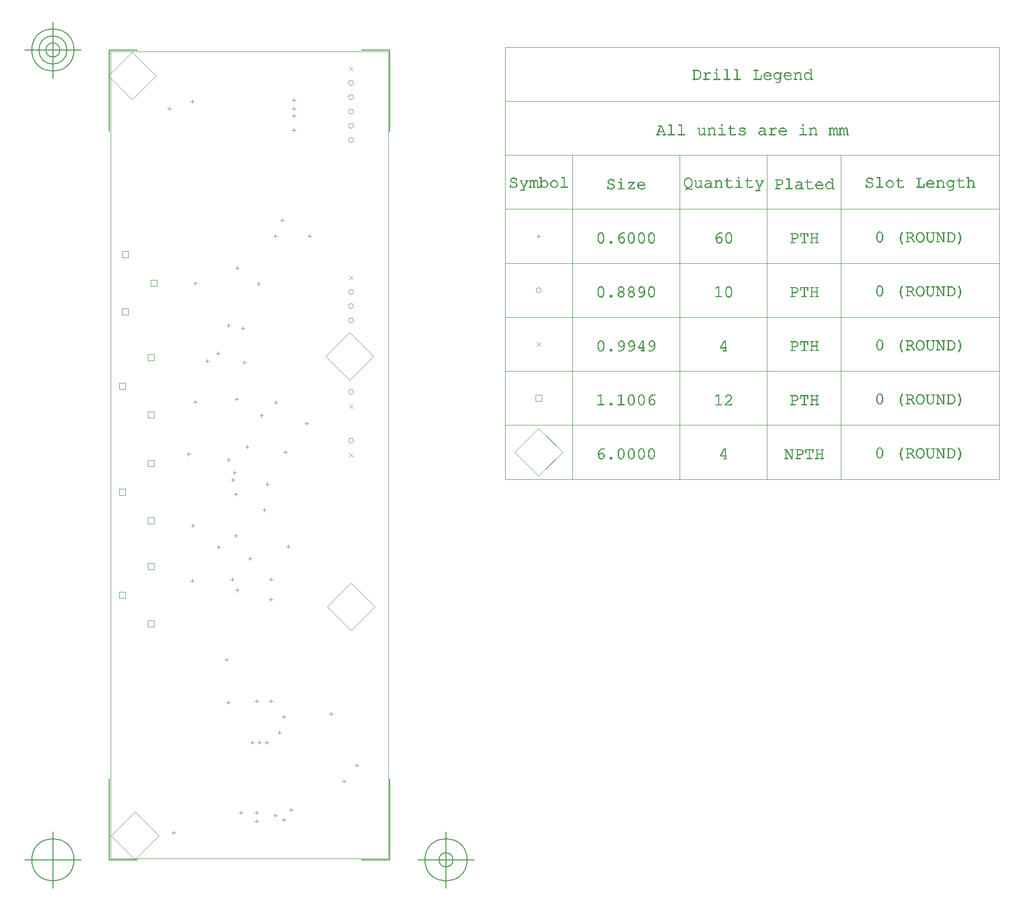
<source format=gbr>
G04 Generated by Ultiboard 14.1 *
%FSLAX34Y34*%
%MOMM*%

%ADD10C,0.0001*%
%ADD11C,0.0100*%
%ADD12C,0.1000*%
%ADD13C,0.0010*%
%ADD14C,0.1270*%


G04 ColorRGB 000000 for the following layer *
%LNDrill Symbols-Copper Top-Copper Bottom*%
%LPD*%
G54D11*
X386080Y-246840D02*
X386080Y-240840D01*
X383080Y-243840D02*
X389080Y-243840D01*
X383080Y-228600D02*
X389080Y-228600D01*
X386080Y-231600D02*
X386080Y-225600D01*
X419100Y-236680D02*
X419100Y-230680D01*
X416100Y-233680D02*
X422100Y-233680D01*
X431340Y-241300D02*
X437340Y-241300D01*
X434340Y-244300D02*
X434340Y-238300D01*
X518160Y-56340D02*
X518160Y-50340D01*
X515160Y-53340D02*
X521160Y-53340D01*
X332280Y-33020D02*
X338280Y-33020D01*
X335280Y-36020D02*
X335280Y-30020D01*
X383080Y-30480D02*
X389080Y-30480D01*
X386080Y-33480D02*
X386080Y-27480D01*
X329740Y43180D02*
X335740Y43180D01*
X332740Y40180D02*
X332740Y46180D01*
X348555Y166605D02*
X354555Y166605D01*
X351555Y163605D02*
X351555Y169605D01*
X268780Y182880D02*
X274780Y182880D01*
X271780Y179880D02*
X271780Y185880D01*
X339900Y185420D02*
X345900Y185420D01*
X342900Y182420D02*
X342900Y188420D01*
X371415Y222485D02*
X377415Y222485D01*
X374415Y219485D02*
X374415Y225485D01*
X318535Y239805D02*
X318535Y245805D01*
X315535Y242805D02*
X321535Y242805D01*
X349015Y260125D02*
X349015Y266125D01*
X346015Y263125D02*
X352015Y263125D01*
X272815Y277905D02*
X272815Y283905D01*
X269815Y280905D02*
X275815Y280905D01*
X396815Y308845D02*
X402815Y308845D01*
X399815Y305845D02*
X399815Y311845D01*
X349015Y333785D02*
X349015Y339785D01*
X346015Y336785D02*
X352015Y336785D01*
X401895Y354565D02*
X407895Y354565D01*
X404895Y351565D02*
X404895Y357565D01*
X340935Y362185D02*
X346935Y362185D01*
X343935Y359185D02*
X343935Y365185D01*
X343475Y374885D02*
X349475Y374885D01*
X346475Y371885D02*
X346475Y377885D01*
X265195Y404905D02*
X265195Y410905D01*
X262195Y407905D02*
X268195Y407905D01*
X336315Y394745D02*
X336315Y400745D01*
X333315Y397745D02*
X339315Y397745D01*
X436880Y408480D02*
X436880Y414480D01*
X433880Y411480D02*
X439880Y411480D01*
X366335Y420605D02*
X372335Y420605D01*
X369335Y417605D02*
X369335Y423605D01*
X394735Y473485D02*
X394735Y479485D01*
X391735Y476485D02*
X397735Y476485D01*
X474980Y459280D02*
X474980Y465280D01*
X471980Y462280D02*
X477980Y462280D01*
X273860Y500380D02*
X279860Y500380D01*
X276860Y497380D02*
X276860Y503380D01*
X350520Y502460D02*
X350520Y508460D01*
X347520Y505460D02*
X353520Y505460D01*
X420135Y496345D02*
X420135Y502345D01*
X417135Y499345D02*
X423135Y499345D01*
X295215Y573005D02*
X301215Y573005D01*
X298215Y570005D02*
X298215Y576005D01*
X361255Y570465D02*
X367255Y570465D01*
X364255Y567465D02*
X364255Y573465D01*
X317500Y583740D02*
X317500Y589740D01*
X314500Y586740D02*
X320500Y586740D01*
X336315Y633505D02*
X336315Y639505D01*
X333315Y636505D02*
X339315Y636505D01*
X361715Y628425D02*
X361715Y634425D01*
X358715Y631425D02*
X364715Y631425D01*
X276860Y708200D02*
X276860Y714200D01*
X273860Y711200D02*
X279860Y711200D01*
X389655Y707165D02*
X389655Y713165D01*
X386655Y710165D02*
X392655Y710165D01*
X351555Y735105D02*
X351555Y741105D01*
X348555Y738105D02*
X354555Y738105D01*
X550202Y402882D02*
X557238Y409918D01*
X550202Y409918D02*
X557238Y402882D01*
X549275Y431800D02*
G75*
D01*
G02X549275Y431800I4445J0*
G01*
X550202Y496278D02*
X557238Y489242D01*
X550202Y489242D02*
X557238Y496278D01*
X549275Y518160D02*
G75*
D01*
G02X549275Y518160I4445J0*
G01*
X549275Y670560D02*
G75*
D01*
G02X549275Y670560I4445J0*
G01*
X549275Y695960D02*
G75*
D01*
G02X549275Y695960I4445J0*
G01*
X550202Y724878D02*
X557238Y717842D01*
X550202Y717842D02*
X557238Y724878D01*
X549275Y645160D02*
G75*
D01*
G02X549275Y645160I4445J0*
G01*
X438960Y243840D02*
X444960Y243840D01*
X441960Y240840D02*
X441960Y246840D01*
X408480Y149860D02*
X414480Y149860D01*
X411480Y146860D02*
X411480Y152860D01*
X408480Y185420D02*
X414480Y185420D01*
X411480Y182420D02*
X411480Y188420D01*
X416100Y795020D02*
X422100Y795020D01*
X419100Y792020D02*
X419100Y798020D01*
X480060Y792020D02*
X480060Y798020D01*
X477060Y795020D02*
X483060Y795020D01*
X549275Y1066800D02*
G75*
D01*
G02X549275Y1066800I4445J0*
G01*
X550202Y1095718D02*
X557238Y1088682D01*
X550202Y1088682D02*
X557238Y1095718D01*
X549275Y1041400D02*
G75*
D01*
G02X549275Y1041400I4445J0*
G01*
X549275Y990600D02*
G75*
D01*
G02X549275Y990600I4445J0*
G01*
X549275Y1016000D02*
G75*
D01*
G02X549275Y1016000I4445J0*
G01*
X549275Y965200D02*
G75*
D01*
G02X549275Y965200I4445J0*
G01*
X238760Y-267160D02*
X238760Y-261160D01*
X235760Y-264160D02*
X241760Y-264160D01*
X563880Y-147780D02*
X563880Y-141780D01*
X560880Y-144780D02*
X566880Y-144780D01*
X449120Y982980D02*
X455120Y982980D01*
X452120Y979980D02*
X452120Y985980D01*
X231140Y1018080D02*
X231140Y1024080D01*
X228140Y1021080D02*
X234140Y1021080D01*
X449120Y1021080D02*
X455120Y1021080D01*
X452120Y1018080D02*
X452120Y1024080D01*
X449120Y1008380D02*
X455120Y1008380D01*
X452120Y1005380D02*
X452120Y1011380D01*
X271780Y1030780D02*
X271780Y1036780D01*
X268780Y1033780D02*
X274780Y1033780D01*
X452120Y1033320D02*
X452120Y1039320D01*
X449120Y1036320D02*
X455120Y1036320D01*
X408480Y-30480D02*
X414480Y-30480D01*
X411480Y-33480D02*
X411480Y-27480D01*
X355140Y-228600D02*
X361140Y-228600D01*
X358140Y-231600D02*
X358140Y-225600D01*
X444040Y-223520D02*
X450040Y-223520D01*
X447040Y-226520D02*
X447040Y-220520D01*
X538020Y-172720D02*
X544020Y-172720D01*
X541020Y-175720D02*
X541020Y-169720D01*
X375460Y-104140D02*
X381460Y-104140D01*
X378460Y-107140D02*
X378460Y-101140D01*
X388160Y-104140D02*
X394160Y-104140D01*
X391160Y-107140D02*
X391160Y-101140D01*
X403860Y-107140D02*
X403860Y-101140D01*
X400860Y-104140D02*
X406860Y-104140D01*
X428800Y822960D02*
X434800Y822960D01*
X431800Y819960D02*
X431800Y825960D01*
X423720Y-86360D02*
X429720Y-86360D01*
X426720Y-89360D02*
X426720Y-83360D01*
X431340Y-58420D02*
X437340Y-58420D01*
X434340Y-61420D02*
X434340Y-55420D01*
X883296Y599517D02*
X890331Y606552D01*
X883296Y606552D02*
X890331Y599517D01*
X882369Y698887D02*
G75*
D01*
G02X882369Y698887I4445J0*
G01*
X886814Y791740D02*
X886814Y797740D01*
X883814Y794740D02*
X889814Y794740D01*
G54D12*
X197697Y705697D02*
X208703Y705697D01*
X208703Y716703D01*
X197697Y716703D01*
X197697Y705697D01*
X146897Y756497D02*
X157903Y756497D01*
X157903Y767503D01*
X146897Y767503D01*
X146897Y756497D01*
X146897Y654897D02*
X157903Y654897D01*
X157903Y665903D01*
X146897Y665903D01*
X146897Y654897D01*
X141817Y522817D02*
X152823Y522817D01*
X152823Y533823D01*
X141817Y533823D01*
X141817Y522817D01*
X192617Y472017D02*
X203623Y472017D01*
X203623Y483023D01*
X192617Y483023D01*
X192617Y472017D01*
X192617Y573617D02*
X203623Y573617D01*
X203623Y584623D01*
X192617Y584623D01*
X192617Y573617D01*
X141817Y334857D02*
X152823Y334857D01*
X152823Y345863D01*
X141817Y345863D01*
X141817Y334857D01*
X192617Y284057D02*
X203623Y284057D01*
X203623Y295063D01*
X192617Y295063D01*
X192617Y284057D01*
X192617Y385657D02*
X203623Y385657D01*
X203623Y396663D01*
X192617Y396663D01*
X192617Y385657D01*
X141817Y151977D02*
X152823Y151977D01*
X152823Y162983D01*
X141817Y162983D01*
X141817Y151977D01*
X192617Y101177D02*
X203623Y101177D01*
X203623Y112183D01*
X192617Y112183D01*
X192617Y101177D01*
X192617Y202777D02*
X203623Y202777D01*
X203623Y213783D01*
X192617Y213783D01*
X192617Y202777D01*
X165100Y1037074D02*
X207526Y1079500D01*
X165100Y1121926D01*
X122674Y1079500D01*
X165100Y1037074D01*
X170180Y-311666D02*
X212606Y-269240D01*
X170180Y-226814D01*
X127754Y-269240D01*
X170180Y-311666D01*
X551180Y539234D02*
X593606Y581660D01*
X551180Y624086D01*
X508754Y581660D01*
X551180Y539234D01*
X553720Y94734D02*
X596146Y137160D01*
X553720Y179586D01*
X511294Y137160D01*
X553720Y94734D01*
X886814Y368903D02*
X929240Y411329D01*
X886814Y453755D01*
X844387Y411329D01*
X886814Y368903D01*
X881311Y501679D02*
X892317Y501679D01*
X892317Y512685D01*
X881311Y512685D01*
X881311Y501679D01*
G54D13*
G36*
X1003048Y417430D02*
X1003048Y417430D01*
X1002784Y417686D01*
X1002792Y416542D01*
X1003048Y417430D01*
D02*
G37*
X1002784Y417686D01*
X1002792Y416542D01*
X1003048Y417430D01*
G36*
X1003048Y417430D01*
X1002792Y416542D01*
X1002975Y416668D01*
X1003048Y417430D01*
D02*
G37*
X1002792Y416542D01*
X1002975Y416668D01*
X1003048Y417430D01*
G36*
X1003048Y417430D01*
X1002975Y416668D01*
X1003096Y416861D01*
X1003048Y417430D01*
D02*
G37*
X1002975Y416668D01*
X1003096Y416861D01*
X1003048Y417430D01*
G36*
X1003048Y417430D01*
X1003096Y416861D01*
X1003136Y417100D01*
X1003048Y417430D01*
D02*
G37*
X1003096Y416861D01*
X1003136Y417100D01*
X1003048Y417430D01*
G36*
X1002784Y417686D02*
X1002784Y417686D01*
X1001862Y418060D01*
X1002111Y416646D01*
X1002784Y417686D01*
D02*
G37*
X1001862Y418060D01*
X1002111Y416646D01*
X1002784Y417686D01*
G36*
X1002784Y417686D01*
X1002111Y416646D01*
X1002356Y416537D01*
X1002784Y417686D01*
D02*
G37*
X1002111Y416646D01*
X1002356Y416537D01*
X1002784Y417686D01*
G36*
X1002784Y417686D01*
X1002356Y416537D01*
X1002565Y416500D01*
X1002784Y417686D01*
D02*
G37*
X1002356Y416537D01*
X1002565Y416500D01*
X1002784Y417686D01*
G36*
X1002784Y417686D01*
X1002565Y416500D01*
X1002792Y416542D01*
X1002784Y417686D01*
D02*
G37*
X1002565Y416500D01*
X1002792Y416542D01*
X1002784Y417686D01*
G36*
X1000617Y416939D02*
X1000617Y416939D01*
X1000734Y418184D01*
X999220Y416786D01*
X1000617Y416939D01*
D02*
G37*
X1000734Y418184D01*
X999220Y416786D01*
X1000617Y416939D01*
G36*
X1000734Y418184D02*
X1000734Y418184D01*
X1000617Y416939D01*
X1001437Y416866D01*
X1000734Y418184D01*
D02*
G37*
X1000617Y416939D01*
X1001437Y416866D01*
X1000734Y418184D01*
G36*
X1001437Y416866D02*
X1001437Y416866D01*
X1001862Y418060D01*
X1000734Y418184D01*
X1001437Y416866D01*
D02*
G37*
X1001862Y418060D01*
X1000734Y418184D01*
X1001437Y416866D01*
G36*
X1001862Y418060D02*
X1001862Y418060D01*
X1001437Y416866D01*
X1002111Y416646D01*
X1001862Y418060D01*
D02*
G37*
X1001437Y416866D01*
X1002111Y416646D01*
X1001862Y418060D01*
G36*
X998981Y418000D02*
X998981Y418000D01*
X999220Y416786D01*
X1000734Y418184D01*
X998981Y418000D01*
D02*
G37*
X999220Y416786D01*
X1000734Y418184D01*
X998981Y418000D01*
G36*
X999220Y416786D02*
X999220Y416786D01*
X998981Y418000D01*
X997357Y417445D01*
X999220Y416786D01*
D02*
G37*
X998981Y418000D01*
X997357Y417445D01*
X999220Y416786D01*
G36*
X997357Y417445D02*
X997357Y417445D01*
X996616Y415559D01*
X999220Y416786D01*
X997357Y417445D01*
D02*
G37*
X996616Y415559D01*
X999220Y416786D01*
X997357Y417445D01*
G36*
X996616Y415559D02*
X996616Y415559D01*
X997357Y417445D01*
X995894Y416599D01*
X996616Y415559D01*
D02*
G37*
X997357Y417445D01*
X995894Y416599D01*
X996616Y415559D01*
G36*
X995894Y416599D02*
X995894Y416599D01*
X995409Y414486D01*
X996616Y415559D01*
X995894Y416599D01*
D02*
G37*
X995409Y414486D01*
X996616Y415559D01*
X995894Y416599D01*
G36*
X995409Y414486D02*
X995409Y414486D01*
X995894Y416599D01*
X994625Y415540D01*
X995409Y414486D01*
D02*
G37*
X995894Y416599D01*
X994625Y415540D01*
X995409Y414486D01*
G36*
X994625Y415540D02*
X994625Y415540D01*
X994380Y413201D01*
X995409Y414486D01*
X994625Y415540D01*
D02*
G37*
X994380Y413201D01*
X995409Y414486D01*
X994625Y415540D01*
G36*
X994380Y413201D02*
X994380Y413201D01*
X994625Y415540D01*
X993571Y414282D01*
X994380Y413201D01*
D02*
G37*
X994625Y415540D01*
X993571Y414282D01*
X994380Y413201D01*
G36*
X993571Y414282D02*
X993571Y414282D01*
X993205Y410282D01*
X994380Y413201D01*
X993571Y414282D01*
D02*
G37*
X993205Y410282D01*
X994380Y413201D01*
X993571Y414282D01*
G36*
X993205Y410282D02*
X993205Y410282D01*
X993571Y414282D01*
X992750Y412838D01*
X993205Y410282D01*
D02*
G37*
X993571Y414282D01*
X992750Y412838D01*
X993205Y410282D01*
G36*
X992750Y412838D02*
X992750Y412838D01*
X993058Y408648D01*
X993205Y410282D01*
X992750Y412838D01*
D02*
G37*
X993058Y408648D01*
X993205Y410282D01*
X992750Y412838D01*
G36*
X993058Y408648D02*
X993058Y408648D01*
X992750Y412838D01*
X992809Y402921D01*
X993058Y408648D01*
D02*
G37*
X992750Y412838D01*
X992809Y402921D01*
X993058Y408648D01*
G36*
X992809Y402921D02*
X992809Y402921D01*
X993241Y401969D01*
X993058Y408648D01*
X992809Y402921D01*
D02*
G37*
X993241Y401969D01*
X993058Y408648D01*
X992809Y402921D01*
G36*
X991889Y407027D02*
X991889Y407027D01*
X992058Y410765D01*
X991827Y408531D01*
X991889Y407027D01*
D02*
G37*
X992058Y410765D01*
X991827Y408531D01*
X991889Y407027D01*
G36*
X992058Y410765D02*
X992058Y410765D01*
X991889Y407027D01*
X992380Y404222D01*
X992058Y410765D01*
D02*
G37*
X991889Y407027D01*
X992380Y404222D01*
X992058Y410765D01*
G36*
X992380Y404222D02*
X992380Y404222D01*
X992750Y412838D01*
X992058Y410765D01*
X992380Y404222D01*
D02*
G37*
X992750Y412838D01*
X992058Y410765D01*
X992380Y404222D01*
G36*
X992750Y412838D02*
X992750Y412838D01*
X992380Y404222D01*
X992809Y402921D01*
X992750Y412838D01*
D02*
G37*
X992380Y404222D01*
X992809Y402921D01*
X992750Y412838D01*
G36*
X1000792Y407945D02*
X1000792Y407945D01*
X1000882Y409517D01*
X1000187Y408496D01*
X1000792Y407945D01*
D02*
G37*
X1000882Y409517D01*
X1000187Y408496D01*
X1000792Y407945D01*
G36*
X1000882Y409517D02*
X1000882Y409517D01*
X1000792Y407945D01*
X1001305Y407274D01*
X1000882Y409517D01*
D02*
G37*
X1000792Y407945D01*
X1001305Y407274D01*
X1000882Y409517D01*
G36*
X1001305Y407274D02*
X1001305Y407274D01*
X1001671Y408802D01*
X1000882Y409517D01*
X1001305Y407274D01*
D02*
G37*
X1001671Y408802D01*
X1000882Y409517D01*
X1001305Y407274D01*
G36*
X1001671Y408802D02*
X1001671Y408802D01*
X1001305Y407274D01*
X1001891Y405685D01*
X1001671Y408802D01*
D02*
G37*
X1001305Y407274D01*
X1001891Y405685D01*
X1001671Y408802D01*
G36*
X1001891Y405685D02*
X1001891Y405685D01*
X1002338Y407937D01*
X1001671Y408802D01*
X1001891Y405685D01*
D02*
G37*
X1002338Y407937D01*
X1001671Y408802D01*
X1001891Y405685D01*
G36*
X1002338Y407937D02*
X1002338Y407937D01*
X1001891Y405685D01*
X1001964Y404767D01*
X1002338Y407937D01*
D02*
G37*
X1001891Y405685D01*
X1001964Y404767D01*
X1002338Y407937D01*
G36*
X1001964Y404767D02*
X1001964Y404767D01*
X1002412Y401681D01*
X1002338Y407937D01*
X1001964Y404767D01*
D02*
G37*
X1002412Y401681D01*
X1002338Y407937D01*
X1001964Y404767D01*
G36*
X1002412Y401681D02*
X1002412Y401681D01*
X1001964Y404767D01*
X1001891Y403789D01*
X1002412Y401681D01*
D02*
G37*
X1001964Y404767D01*
X1001891Y403789D01*
X1002412Y401681D01*
G36*
X1001891Y403789D02*
X1001891Y403789D01*
X1001803Y400746D01*
X1002412Y401681D01*
X1001891Y403789D01*
D02*
G37*
X1001803Y400746D01*
X1002412Y401681D01*
X1001891Y403789D01*
G36*
X1001803Y400746D02*
X1001803Y400746D01*
X1001891Y403789D01*
X1001309Y402123D01*
X1001803Y400746D01*
D02*
G37*
X1001891Y403789D01*
X1001309Y402123D01*
X1001803Y400746D01*
G36*
X1001309Y402123D02*
X1001309Y402123D01*
X1001041Y399948D01*
X1001803Y400746D01*
X1001309Y402123D01*
D02*
G37*
X1001041Y399948D01*
X1001803Y400746D01*
X1001309Y402123D01*
G36*
X1001041Y399948D02*
X1001041Y399948D01*
X1001309Y402123D01*
X1000800Y401434D01*
X1001041Y399948D01*
D02*
G37*
X1001309Y402123D01*
X1000800Y401434D01*
X1001041Y399948D01*
G36*
X1000800Y401434D02*
X1000800Y401434D01*
X1000188Y400873D01*
X1001041Y399948D01*
X1000800Y401434D01*
D02*
G37*
X1000188Y400873D01*
X1001041Y399948D01*
X1000800Y401434D01*
G36*
X998141Y409205D02*
X998141Y409205D01*
X998185Y410435D01*
X997437Y409129D01*
X998141Y409205D01*
D02*
G37*
X998185Y410435D01*
X997437Y409129D01*
X998141Y409205D01*
G36*
X998185Y410435D02*
X998185Y410435D01*
X998141Y409205D01*
X998861Y409126D01*
X998185Y410435D01*
D02*
G37*
X998141Y409205D01*
X998861Y409126D01*
X998185Y410435D01*
G36*
X998861Y409126D02*
X998861Y409126D01*
X999139Y410333D01*
X998185Y410435D01*
X998861Y409126D01*
D02*
G37*
X999139Y410333D01*
X998185Y410435D01*
X998861Y409126D01*
G36*
X999139Y410333D02*
X999139Y410333D01*
X998861Y409126D01*
X1000187Y408496D01*
X999139Y410333D01*
D02*
G37*
X998861Y409126D01*
X1000187Y408496D01*
X999139Y410333D01*
G36*
X1000187Y408496D02*
X1000187Y408496D01*
X1000882Y409517D01*
X999139Y410333D01*
X1000187Y408496D01*
D02*
G37*
X1000882Y409517D01*
X999139Y410333D01*
X1000187Y408496D01*
G36*
X995402Y407989D02*
X995402Y407989D01*
X995497Y409630D01*
X994468Y406865D01*
X995402Y407989D01*
D02*
G37*
X995497Y409630D01*
X994468Y406865D01*
X995402Y407989D01*
G36*
X995497Y409630D02*
X995497Y409630D01*
X995402Y407989D01*
X996067Y408521D01*
X995497Y409630D01*
D02*
G37*
X995402Y407989D01*
X996067Y408521D01*
X995497Y409630D01*
G36*
X996067Y408521D02*
X996067Y408521D01*
X996773Y410234D01*
X995497Y409630D01*
X996067Y408521D01*
D02*
G37*
X996773Y410234D01*
X995497Y409630D01*
X996067Y408521D01*
G36*
X996773Y410234D02*
X996773Y410234D01*
X996067Y408521D01*
X997437Y409129D01*
X996773Y410234D01*
D02*
G37*
X996067Y408521D01*
X997437Y409129D01*
X996773Y410234D01*
G36*
X997437Y409129D02*
X997437Y409129D01*
X998185Y410435D01*
X996773Y410234D01*
X997437Y409129D01*
D02*
G37*
X998185Y410435D01*
X996773Y410234D01*
X997437Y409129D01*
G36*
X993241Y401969D02*
X993241Y401969D01*
X993146Y407140D01*
X993080Y408029D01*
X993241Y401969D01*
D02*
G37*
X993146Y407140D01*
X993080Y408029D01*
X993241Y401969D01*
G36*
X993146Y407140D02*
X993146Y407140D01*
X993241Y401969D01*
X993424Y405103D01*
X993146Y407140D01*
D02*
G37*
X993241Y401969D01*
X993424Y405103D01*
X993146Y407140D01*
G36*
X993424Y405103D02*
X993424Y405103D01*
X994305Y408604D01*
X993146Y407140D01*
X993424Y405103D01*
D02*
G37*
X994305Y408604D01*
X993146Y407140D01*
X993424Y405103D01*
G36*
X994305Y408604D02*
X994305Y408604D01*
X993424Y405103D01*
X994468Y406865D01*
X994305Y408604D01*
D02*
G37*
X993424Y405103D01*
X994468Y406865D01*
X994305Y408604D01*
G36*
X994468Y406865D02*
X994468Y406865D01*
X995497Y409630D01*
X994305Y408604D01*
X994468Y406865D01*
D02*
G37*
X995497Y409630D01*
X994305Y408604D01*
X994468Y406865D01*
G36*
X1003099Y405920D02*
X1003099Y405920D01*
X1002338Y407937D01*
X1002412Y401681D01*
X1003099Y405920D01*
D02*
G37*
X1002338Y407937D01*
X1002412Y401681D01*
X1003099Y405920D01*
G36*
X1003099Y405920D01*
X1002412Y401681D01*
X1003108Y403691D01*
X1003099Y405920D01*
D02*
G37*
X1002412Y401681D01*
X1003108Y403691D01*
X1003099Y405920D01*
G36*
X1003099Y405920D01*
X1003108Y403691D01*
X1003195Y404767D01*
X1003099Y405920D01*
D02*
G37*
X1003108Y403691D01*
X1003195Y404767D01*
X1003099Y405920D01*
G36*
X999122Y399036D02*
X999122Y399036D01*
X1001041Y399948D01*
X1000188Y400873D01*
X999122Y399036D01*
D02*
G37*
X1001041Y399948D01*
X1000188Y400873D01*
X999122Y399036D01*
G36*
X999122Y399036D01*
X1000188Y400873D01*
X998785Y400232D01*
X999122Y399036D01*
D02*
G37*
X1000188Y400873D01*
X998785Y400232D01*
X999122Y399036D01*
G36*
X999122Y399036D01*
X998785Y400232D01*
X997994Y400152D01*
X999122Y399036D01*
D02*
G37*
X998785Y400232D01*
X997994Y400152D01*
X999122Y399036D01*
G36*
X999122Y399036D01*
X997994Y400152D01*
X997965Y398922D01*
X999122Y399036D01*
D02*
G37*
X997994Y400152D01*
X997965Y398922D01*
X999122Y399036D01*
G36*
X997208Y400224D02*
X997208Y400224D01*
X995799Y400795D01*
X996422Y399167D01*
X997208Y400224D01*
D02*
G37*
X995799Y400795D01*
X996422Y399167D01*
X997208Y400224D01*
G36*
X997208Y400224D01*
X996422Y399167D01*
X997965Y398922D01*
X997208Y400224D01*
D02*
G37*
X996422Y399167D01*
X997965Y398922D01*
X997208Y400224D01*
G36*
X997208Y400224D01*
X997965Y398922D01*
X997994Y400152D01*
X997208Y400224D01*
D02*
G37*
X997965Y398922D01*
X997994Y400152D01*
X997208Y400224D01*
G36*
X994329Y400460D02*
X994329Y400460D01*
X994618Y401961D01*
X993742Y403866D01*
X994329Y400460D01*
D02*
G37*
X994618Y401961D01*
X993742Y403866D01*
X994329Y400460D01*
G36*
X994618Y401961D02*
X994618Y401961D01*
X994329Y400460D01*
X994984Y399903D01*
X994618Y401961D01*
D02*
G37*
X994329Y400460D01*
X994984Y399903D01*
X994618Y401961D01*
G36*
X994984Y399903D02*
X994984Y399903D01*
X995175Y401295D01*
X994618Y401961D01*
X994984Y399903D01*
D02*
G37*
X995175Y401295D01*
X994618Y401961D01*
X994984Y399903D01*
G36*
X995175Y401295D02*
X995175Y401295D01*
X994984Y399903D01*
X996422Y399167D01*
X995175Y401295D01*
D02*
G37*
X994984Y399903D01*
X996422Y399167D01*
X995175Y401295D01*
G36*
X996422Y399167D02*
X996422Y399167D01*
X995799Y400795D01*
X995175Y401295D01*
X996422Y399167D01*
D02*
G37*
X995799Y400795D01*
X995175Y401295D01*
X996422Y399167D01*
G36*
X993424Y405103D02*
X993424Y405103D01*
X993241Y401969D01*
X994329Y400460D01*
X993424Y405103D01*
D02*
G37*
X993241Y401969D01*
X994329Y400460D01*
X993424Y405103D01*
G36*
X993424Y405103D01*
X994329Y400460D01*
X993742Y403866D01*
X993424Y405103D01*
D02*
G37*
X994329Y400460D01*
X993742Y403866D01*
X993424Y405103D01*
G36*
X993058Y408648D02*
X993058Y408648D01*
X993241Y401969D01*
X993080Y408029D01*
X993058Y408648D01*
D02*
G37*
X993241Y401969D01*
X993080Y408029D01*
X993058Y408648D01*
G36*
X1014562Y402892D02*
X1014562Y402892D01*
X1013809Y402749D01*
X1014562Y402892D01*
D02*
G37*
X1013809Y402749D01*
X1014562Y402892D01*
G36*
X1014562Y402892D01*
X1013809Y402749D01*
X1013163Y402320D01*
X1014562Y402892D01*
D02*
G37*
X1013809Y402749D01*
X1013163Y402320D01*
X1014562Y402892D01*
G36*
X1014562Y402892D01*
X1013163Y402320D01*
X1012718Y401679D01*
X1014562Y402892D01*
D02*
G37*
X1013163Y402320D01*
X1012718Y401679D01*
X1014562Y402892D01*
G36*
X1014562Y402892D01*
X1012718Y401679D01*
X1012570Y400899D01*
X1014562Y402892D01*
D02*
G37*
X1012718Y401679D01*
X1012570Y400899D01*
X1014562Y402892D01*
G36*
X1014562Y402892D01*
X1012570Y400899D01*
X1012716Y400139D01*
X1014562Y402892D01*
D02*
G37*
X1012570Y400899D01*
X1012716Y400139D01*
X1014562Y402892D01*
G36*
X1014562Y402892D01*
X1012716Y400139D01*
X1013156Y399500D01*
X1014562Y402892D01*
D02*
G37*
X1012716Y400139D01*
X1013156Y399500D01*
X1014562Y402892D01*
G36*
X1014562Y402892D01*
X1013156Y399500D01*
X1013800Y399067D01*
X1014562Y402892D01*
D02*
G37*
X1013156Y399500D01*
X1013800Y399067D01*
X1014562Y402892D01*
G36*
X1014562Y402892D01*
X1013800Y399067D01*
X1014562Y398922D01*
X1014562Y402892D01*
D02*
G37*
X1013800Y399067D01*
X1014562Y398922D01*
X1014562Y402892D01*
G36*
X1014562Y402892D01*
X1014562Y398922D01*
X1015089Y398922D01*
X1014562Y402892D01*
D02*
G37*
X1014562Y398922D01*
X1015089Y398922D01*
X1014562Y402892D01*
G36*
X1014562Y402892D01*
X1015089Y398922D01*
X1015842Y399065D01*
X1014562Y402892D01*
D02*
G37*
X1015089Y398922D01*
X1015842Y399065D01*
X1014562Y402892D01*
G36*
X1014562Y402892D01*
X1015842Y399065D01*
X1016488Y399493D01*
X1014562Y402892D01*
D02*
G37*
X1015842Y399065D01*
X1016488Y399493D01*
X1014562Y402892D01*
G36*
X1014562Y402892D01*
X1016488Y399493D01*
X1016933Y400134D01*
X1014562Y402892D01*
D02*
G37*
X1016488Y399493D01*
X1016933Y400134D01*
X1014562Y402892D01*
G36*
X1014562Y402892D01*
X1016933Y400134D01*
X1017081Y400914D01*
X1014562Y402892D01*
D02*
G37*
X1016933Y400134D01*
X1017081Y400914D01*
X1014562Y402892D01*
G36*
X1014562Y402892D01*
X1017081Y400914D01*
X1016935Y401674D01*
X1014562Y402892D01*
D02*
G37*
X1017081Y400914D01*
X1016935Y401674D01*
X1014562Y402892D01*
G36*
X1014562Y402892D01*
X1016935Y401674D01*
X1016495Y402313D01*
X1014562Y402892D01*
D02*
G37*
X1016935Y401674D01*
X1016495Y402313D01*
X1014562Y402892D01*
G36*
X1014562Y402892D01*
X1016495Y402313D01*
X1015851Y402747D01*
X1014562Y402892D01*
D02*
G37*
X1016495Y402313D01*
X1015851Y402747D01*
X1014562Y402892D01*
G36*
X1014562Y402892D01*
X1015851Y402747D01*
X1015089Y402892D01*
X1014562Y402892D01*
D02*
G37*
X1015851Y402747D01*
X1015089Y402892D01*
X1014562Y402892D01*
G36*
X1038388Y411659D02*
X1038388Y411659D01*
X1038146Y413028D01*
X1038350Y405141D01*
X1038388Y411659D01*
D02*
G37*
X1038146Y413028D01*
X1038350Y405141D01*
X1038388Y411659D01*
G36*
X1038388Y411659D01*
X1038350Y405141D01*
X1038468Y407022D01*
X1038388Y411659D01*
D02*
G37*
X1038350Y405141D01*
X1038468Y407022D01*
X1038388Y411659D01*
G36*
X1038388Y411659D01*
X1038468Y407022D01*
X1038468Y410069D01*
X1038388Y411659D01*
D02*
G37*
X1038468Y407022D01*
X1038468Y410069D01*
X1038388Y411659D01*
G36*
X1037846Y413955D02*
X1037846Y413955D01*
X1038350Y405141D01*
X1038146Y413028D01*
X1037846Y413955D01*
D02*
G37*
X1038350Y405141D01*
X1038146Y413028D01*
X1037846Y413955D01*
G36*
X1038350Y405141D02*
X1038350Y405141D01*
X1037846Y413955D01*
X1037413Y414976D01*
X1038350Y405141D01*
D02*
G37*
X1037846Y413955D01*
X1037413Y414976D01*
X1038350Y405141D01*
G36*
X1037413Y414976D02*
X1037413Y414976D01*
X1037405Y401999D01*
X1038350Y405141D01*
X1037413Y414976D01*
D02*
G37*
X1037405Y401999D01*
X1038350Y405141D01*
X1037413Y414976D01*
G36*
X1037405Y401999D02*
X1037405Y401999D01*
X1037413Y414976D01*
X1037238Y409908D01*
X1037405Y401999D01*
D02*
G37*
X1037413Y414976D01*
X1037238Y409908D01*
X1037405Y401999D01*
G36*
X1037238Y409908D02*
X1037238Y409908D01*
X1037238Y407198D01*
X1037405Y401999D01*
X1037238Y409908D01*
D02*
G37*
X1037238Y407198D01*
X1037405Y401999D01*
X1037238Y409908D01*
G36*
X1035641Y415548D02*
X1035641Y415548D01*
X1035732Y417234D01*
X1035220Y416024D01*
X1035641Y415548D01*
D02*
G37*
X1035732Y417234D01*
X1035220Y416024D01*
X1035641Y415548D01*
G36*
X1035732Y417234D02*
X1035732Y417234D01*
X1035641Y415548D01*
X1036225Y414502D01*
X1035732Y417234D01*
D02*
G37*
X1035641Y415548D01*
X1036225Y414502D01*
X1035732Y417234D01*
G36*
X1036225Y414502D02*
X1036225Y414502D01*
X1036476Y416544D01*
X1035732Y417234D01*
X1036225Y414502D01*
D02*
G37*
X1036476Y416544D01*
X1035732Y417234D01*
X1036225Y414502D01*
G36*
X1036476Y416544D02*
X1036476Y416544D01*
X1036225Y414502D01*
X1036747Y413153D01*
X1036476Y416544D01*
D02*
G37*
X1036225Y414502D01*
X1036747Y413153D01*
X1036476Y416544D01*
G36*
X1036747Y413153D02*
X1036747Y413153D01*
X1036930Y415903D01*
X1036476Y416544D01*
X1036747Y413153D01*
D02*
G37*
X1036930Y415903D01*
X1036476Y416544D01*
X1036747Y413153D01*
G36*
X1036930Y415903D02*
X1036930Y415903D01*
X1036747Y413153D01*
X1037115Y411591D01*
X1036930Y415903D01*
D02*
G37*
X1036747Y413153D01*
X1037115Y411591D01*
X1036930Y415903D01*
G36*
X1037115Y411591D02*
X1037115Y411591D01*
X1037413Y414976D01*
X1036930Y415903D01*
X1037115Y411591D01*
D02*
G37*
X1037413Y414976D01*
X1036930Y415903D01*
X1037115Y411591D01*
G36*
X1037413Y414976D02*
X1037413Y414976D01*
X1037115Y411591D01*
X1037238Y409908D01*
X1037413Y414976D01*
D02*
G37*
X1037115Y411591D01*
X1037238Y409908D01*
X1037413Y414976D01*
G36*
X1033803Y416811D02*
X1033803Y416811D01*
X1033861Y418076D01*
X1032814Y416939D01*
X1033803Y416811D01*
D02*
G37*
X1033861Y418076D01*
X1032814Y416939D01*
X1033803Y416811D01*
G36*
X1033861Y418076D02*
X1033861Y418076D01*
X1033803Y416811D01*
X1034689Y416427D01*
X1033861Y418076D01*
D02*
G37*
X1033803Y416811D01*
X1034689Y416427D01*
X1033861Y418076D01*
G36*
X1034689Y416427D02*
X1034689Y416427D01*
X1034850Y417752D01*
X1033861Y418076D01*
X1034689Y416427D01*
D02*
G37*
X1034850Y417752D01*
X1033861Y418076D01*
X1034689Y416427D01*
G36*
X1034850Y417752D02*
X1034850Y417752D01*
X1034689Y416427D01*
X1035220Y416024D01*
X1034850Y417752D01*
D02*
G37*
X1034689Y416427D01*
X1035220Y416024D01*
X1034850Y417752D01*
G36*
X1035220Y416024D02*
X1035220Y416024D01*
X1035732Y417234D01*
X1034850Y417752D01*
X1035220Y416024D01*
D02*
G37*
X1035732Y417234D01*
X1034850Y417752D01*
X1035220Y416024D01*
G36*
X1029064Y413731D02*
X1029064Y413731D01*
X1029064Y416368D01*
X1028478Y411270D01*
X1029064Y413731D01*
D02*
G37*
X1029064Y416368D01*
X1028478Y411270D01*
X1029064Y413731D01*
G36*
X1029064Y416368D02*
X1029064Y416368D01*
X1029064Y413731D01*
X1029576Y414830D01*
X1029064Y416368D01*
D02*
G37*
X1029064Y413731D01*
X1029576Y414830D01*
X1029064Y416368D01*
G36*
X1029576Y414830D02*
X1029576Y414830D01*
X1029852Y417163D01*
X1029064Y416368D01*
X1029576Y414830D01*
D02*
G37*
X1029852Y417163D01*
X1029064Y416368D01*
X1029576Y414830D01*
G36*
X1029852Y417163D02*
X1029852Y417163D01*
X1029576Y414830D01*
X1030218Y415753D01*
X1029852Y417163D01*
D02*
G37*
X1029576Y414830D01*
X1030218Y415753D01*
X1029852Y417163D01*
G36*
X1030218Y415753D02*
X1030218Y415753D01*
X1031720Y418071D01*
X1029852Y417163D01*
X1030218Y415753D01*
D02*
G37*
X1031720Y418071D01*
X1029852Y417163D01*
X1030218Y415753D01*
G36*
X1031720Y418071D02*
X1031720Y418071D01*
X1030218Y415753D01*
X1031837Y416808D01*
X1031720Y418071D01*
D02*
G37*
X1030218Y415753D01*
X1031837Y416808D01*
X1031720Y418071D01*
G36*
X1031837Y416808D02*
X1031837Y416808D01*
X1032799Y418184D01*
X1031720Y418071D01*
X1031837Y416808D01*
D02*
G37*
X1032799Y418184D01*
X1031720Y418071D01*
X1031837Y416808D01*
G36*
X1032799Y418184D02*
X1032799Y418184D01*
X1031837Y416808D01*
X1032814Y416939D01*
X1032799Y418184D01*
D02*
G37*
X1031837Y416808D01*
X1032814Y416939D01*
X1032799Y418184D01*
G36*
X1032814Y416939D02*
X1032814Y416939D01*
X1033861Y418076D01*
X1032799Y418184D01*
X1032814Y416939D01*
D02*
G37*
X1033861Y418076D01*
X1032799Y418184D01*
X1032814Y416939D01*
G36*
X1028237Y415106D02*
X1028237Y415106D01*
X1027292Y411957D01*
X1027511Y404078D01*
X1028237Y415106D01*
D02*
G37*
X1027292Y411957D01*
X1027511Y404078D01*
X1028237Y415106D01*
G36*
X1028237Y415106D01*
X1027511Y404078D01*
X1027802Y403141D01*
X1028237Y415106D01*
D02*
G37*
X1027511Y404078D01*
X1027802Y403141D01*
X1028237Y415106D01*
G36*
X1028237Y415106D01*
X1027802Y403141D01*
X1028236Y402115D01*
X1028237Y415106D01*
D02*
G37*
X1027802Y403141D01*
X1028236Y402115D01*
X1028237Y415106D01*
G36*
X1028237Y415106D01*
X1028236Y402115D01*
X1028405Y407198D01*
X1028237Y415106D01*
D02*
G37*
X1028236Y402115D01*
X1028405Y407198D01*
X1028237Y415106D01*
G36*
X1028237Y415106D01*
X1028405Y407198D01*
X1028405Y409908D01*
X1028237Y415106D01*
D02*
G37*
X1028405Y407198D01*
X1028405Y409908D01*
X1028237Y415106D01*
G36*
X1028237Y415106D01*
X1028405Y409908D01*
X1028478Y411270D01*
X1028237Y415106D01*
D02*
G37*
X1028405Y409908D01*
X1028478Y411270D01*
X1028237Y415106D01*
G36*
X1028237Y415106D01*
X1028478Y411270D01*
X1029064Y416368D01*
X1028237Y415106D01*
D02*
G37*
X1028478Y411270D01*
X1029064Y416368D01*
X1028237Y415106D01*
G36*
X1037164Y405835D02*
X1037164Y405835D01*
X1037405Y401999D01*
X1037238Y407198D01*
X1037164Y405835D01*
D02*
G37*
X1037405Y401999D01*
X1037238Y407198D01*
X1037164Y405835D01*
G36*
X1037405Y401999D02*
X1037405Y401999D01*
X1037164Y405835D01*
X1036578Y403371D01*
X1037405Y401999D01*
D02*
G37*
X1037164Y405835D01*
X1036578Y403371D01*
X1037405Y401999D01*
G36*
X1036578Y403371D02*
X1036578Y403371D01*
X1036578Y400738D01*
X1037405Y401999D01*
X1036578Y403371D01*
D02*
G37*
X1036578Y400738D01*
X1037405Y401999D01*
X1036578Y403371D01*
G36*
X1036578Y400738D02*
X1036578Y400738D01*
X1036578Y403371D01*
X1036066Y402269D01*
X1036578Y400738D01*
D02*
G37*
X1036578Y403371D01*
X1036066Y402269D01*
X1036578Y400738D01*
G36*
X1036066Y402269D02*
X1036066Y402269D01*
X1035790Y399944D01*
X1036578Y400738D01*
X1036066Y402269D01*
D02*
G37*
X1035790Y399944D01*
X1036578Y400738D01*
X1036066Y402269D01*
G36*
X1035790Y399944D02*
X1035790Y399944D01*
X1036066Y402269D01*
X1035425Y401343D01*
X1035790Y399944D01*
D02*
G37*
X1036066Y402269D01*
X1035425Y401343D01*
X1035790Y399944D01*
G36*
X1035425Y401343D02*
X1035425Y401343D01*
X1033922Y399036D01*
X1035790Y399944D01*
X1035425Y401343D01*
D02*
G37*
X1033922Y399036D01*
X1035790Y399944D01*
X1035425Y401343D01*
G36*
X1033922Y399036D02*
X1033922Y399036D01*
X1035425Y401343D01*
X1033814Y400285D01*
X1033922Y399036D01*
D02*
G37*
X1035425Y401343D01*
X1033814Y400285D01*
X1033922Y399036D01*
G36*
X1033814Y400285D02*
X1033814Y400285D01*
X1032843Y400152D01*
X1033922Y399036D01*
X1033814Y400285D01*
D02*
G37*
X1032843Y400152D01*
X1033922Y399036D01*
X1033814Y400285D01*
G36*
X1032843Y400152D02*
X1032843Y400152D01*
X1032843Y398922D01*
X1033922Y399036D01*
X1032843Y400152D01*
D02*
G37*
X1032843Y398922D01*
X1033922Y399036D01*
X1032843Y400152D01*
G36*
X1032843Y398922D02*
X1032843Y398922D01*
X1032843Y400152D01*
X1031843Y400284D01*
X1032843Y398922D01*
D02*
G37*
X1032843Y400152D01*
X1031843Y400284D01*
X1032843Y398922D01*
G36*
X1031843Y400284D02*
X1031843Y400284D01*
X1031790Y399030D01*
X1032843Y398922D01*
X1031843Y400284D01*
D02*
G37*
X1031790Y399030D01*
X1032843Y398922D01*
X1031843Y400284D01*
G36*
X1031790Y399030D02*
X1031790Y399030D01*
X1031843Y400284D01*
X1030953Y400680D01*
X1031790Y399030D01*
D02*
G37*
X1031843Y400284D01*
X1030953Y400680D01*
X1031790Y399030D01*
G36*
X1030953Y400680D02*
X1030953Y400680D01*
X1030800Y399354D01*
X1031790Y399030D01*
X1030953Y400680D01*
D02*
G37*
X1030800Y399354D01*
X1031790Y399030D01*
X1030953Y400680D01*
G36*
X1030800Y399354D02*
X1030800Y399354D01*
X1030953Y400680D01*
X1030426Y401079D01*
X1030800Y399354D01*
D02*
G37*
X1030953Y400680D01*
X1030426Y401079D01*
X1030800Y399354D01*
G36*
X1030426Y401079D02*
X1030426Y401079D01*
X1030016Y401544D01*
X1030800Y399354D01*
X1030426Y401079D01*
D02*
G37*
X1030016Y401544D01*
X1030800Y399354D01*
X1030426Y401079D01*
G36*
X1030016Y401544D02*
X1030016Y401544D01*
X1029912Y399872D01*
X1030800Y399354D01*
X1030016Y401544D01*
D02*
G37*
X1029912Y399872D01*
X1030800Y399354D01*
X1030016Y401544D01*
G36*
X1029912Y399872D02*
X1029912Y399872D01*
X1030016Y401544D01*
X1029421Y402591D01*
X1029912Y399872D01*
D02*
G37*
X1030016Y401544D01*
X1029421Y402591D01*
X1029912Y399872D01*
G36*
X1029421Y402591D02*
X1029421Y402591D01*
X1029166Y400562D01*
X1029912Y399872D01*
X1029421Y402591D01*
D02*
G37*
X1029166Y400562D01*
X1029912Y399872D01*
X1029421Y402591D01*
G36*
X1029166Y400562D02*
X1029166Y400562D01*
X1029421Y402591D01*
X1028895Y403946D01*
X1029166Y400562D01*
D02*
G37*
X1029421Y402591D01*
X1028895Y403946D01*
X1029166Y400562D01*
G36*
X1028895Y403946D02*
X1028895Y403946D01*
X1028721Y401192D01*
X1029166Y400562D01*
X1028895Y403946D01*
D02*
G37*
X1028721Y401192D01*
X1029166Y400562D01*
X1028895Y403946D01*
G36*
X1028721Y401192D02*
X1028721Y401192D01*
X1028895Y403946D01*
X1028527Y405514D01*
X1028721Y401192D01*
D02*
G37*
X1028895Y403946D01*
X1028527Y405514D01*
X1028721Y401192D01*
G36*
X1028527Y405514D02*
X1028527Y405514D01*
X1028405Y407198D01*
X1028721Y401192D01*
X1028527Y405514D01*
D02*
G37*
X1028405Y407198D01*
X1028721Y401192D01*
X1028527Y405514D01*
G36*
X1027258Y405444D02*
X1027258Y405444D01*
X1027511Y404078D01*
X1027292Y411957D01*
X1027258Y405444D01*
D02*
G37*
X1027511Y404078D01*
X1027292Y411957D01*
X1027258Y405444D01*
G36*
X1027258Y405444D01*
X1027292Y411957D01*
X1027174Y410069D01*
X1027258Y405444D01*
D02*
G37*
X1027292Y411957D01*
X1027174Y410069D01*
X1027258Y405444D01*
G36*
X1027258Y405444D01*
X1027174Y410069D01*
X1027174Y407022D01*
X1027258Y405444D01*
D02*
G37*
X1027174Y410069D01*
X1027174Y407022D01*
X1027258Y405444D01*
G36*
X1028405Y407198D02*
X1028405Y407198D01*
X1028236Y402115D01*
X1028721Y401192D01*
X1028405Y407198D01*
D02*
G37*
X1028236Y402115D01*
X1028721Y401192D01*
X1028405Y407198D01*
G36*
X1056390Y411659D02*
X1056390Y411659D01*
X1056149Y413028D01*
X1056353Y405141D01*
X1056390Y411659D01*
D02*
G37*
X1056149Y413028D01*
X1056353Y405141D01*
X1056390Y411659D01*
G36*
X1056390Y411659D01*
X1056353Y405141D01*
X1056471Y407022D01*
X1056390Y411659D01*
D02*
G37*
X1056353Y405141D01*
X1056471Y407022D01*
X1056390Y411659D01*
G36*
X1056390Y411659D01*
X1056471Y407022D01*
X1056471Y410069D01*
X1056390Y411659D01*
D02*
G37*
X1056471Y407022D01*
X1056471Y410069D01*
X1056390Y411659D01*
G36*
X1055848Y413955D02*
X1055848Y413955D01*
X1056353Y405141D01*
X1056149Y413028D01*
X1055848Y413955D01*
D02*
G37*
X1056353Y405141D01*
X1056149Y413028D01*
X1055848Y413955D01*
G36*
X1056353Y405141D02*
X1056353Y405141D01*
X1055848Y413955D01*
X1055416Y414976D01*
X1056353Y405141D01*
D02*
G37*
X1055848Y413955D01*
X1055416Y414976D01*
X1056353Y405141D01*
G36*
X1055416Y414976D02*
X1055416Y414976D01*
X1055408Y401999D01*
X1056353Y405141D01*
X1055416Y414976D01*
D02*
G37*
X1055408Y401999D01*
X1056353Y405141D01*
X1055416Y414976D01*
G36*
X1055408Y401999D02*
X1055408Y401999D01*
X1055416Y414976D01*
X1055241Y409908D01*
X1055408Y401999D01*
D02*
G37*
X1055416Y414976D01*
X1055241Y409908D01*
X1055408Y401999D01*
G36*
X1055241Y409908D02*
X1055241Y409908D01*
X1055241Y407198D01*
X1055408Y401999D01*
X1055241Y409908D01*
D02*
G37*
X1055241Y407198D01*
X1055408Y401999D01*
X1055241Y409908D01*
G36*
X1053644Y415548D02*
X1053644Y415548D01*
X1053735Y417234D01*
X1053223Y416024D01*
X1053644Y415548D01*
D02*
G37*
X1053735Y417234D01*
X1053223Y416024D01*
X1053644Y415548D01*
G36*
X1053735Y417234D02*
X1053735Y417234D01*
X1053644Y415548D01*
X1054228Y414502D01*
X1053735Y417234D01*
D02*
G37*
X1053644Y415548D01*
X1054228Y414502D01*
X1053735Y417234D01*
G36*
X1054228Y414502D02*
X1054228Y414502D01*
X1054479Y416544D01*
X1053735Y417234D01*
X1054228Y414502D01*
D02*
G37*
X1054479Y416544D01*
X1053735Y417234D01*
X1054228Y414502D01*
G36*
X1054479Y416544D02*
X1054479Y416544D01*
X1054228Y414502D01*
X1054750Y413153D01*
X1054479Y416544D01*
D02*
G37*
X1054228Y414502D01*
X1054750Y413153D01*
X1054479Y416544D01*
G36*
X1054750Y413153D02*
X1054750Y413153D01*
X1054933Y415903D01*
X1054479Y416544D01*
X1054750Y413153D01*
D02*
G37*
X1054933Y415903D01*
X1054479Y416544D01*
X1054750Y413153D01*
G36*
X1054933Y415903D02*
X1054933Y415903D01*
X1054750Y413153D01*
X1055118Y411591D01*
X1054933Y415903D01*
D02*
G37*
X1054750Y413153D01*
X1055118Y411591D01*
X1054933Y415903D01*
G36*
X1055118Y411591D02*
X1055118Y411591D01*
X1055416Y414976D01*
X1054933Y415903D01*
X1055118Y411591D01*
D02*
G37*
X1055416Y414976D01*
X1054933Y415903D01*
X1055118Y411591D01*
G36*
X1055416Y414976D02*
X1055416Y414976D01*
X1055118Y411591D01*
X1055241Y409908D01*
X1055416Y414976D01*
D02*
G37*
X1055118Y411591D01*
X1055241Y409908D01*
X1055416Y414976D01*
G36*
X1051805Y416811D02*
X1051805Y416811D01*
X1051864Y418076D01*
X1050817Y416939D01*
X1051805Y416811D01*
D02*
G37*
X1051864Y418076D01*
X1050817Y416939D01*
X1051805Y416811D01*
G36*
X1051864Y418076D02*
X1051864Y418076D01*
X1051805Y416811D01*
X1052692Y416427D01*
X1051864Y418076D01*
D02*
G37*
X1051805Y416811D01*
X1052692Y416427D01*
X1051864Y418076D01*
G36*
X1052692Y416427D02*
X1052692Y416427D01*
X1052853Y417752D01*
X1051864Y418076D01*
X1052692Y416427D01*
D02*
G37*
X1052853Y417752D01*
X1051864Y418076D01*
X1052692Y416427D01*
G36*
X1052853Y417752D02*
X1052853Y417752D01*
X1052692Y416427D01*
X1053223Y416024D01*
X1052853Y417752D01*
D02*
G37*
X1052692Y416427D01*
X1053223Y416024D01*
X1052853Y417752D01*
G36*
X1053223Y416024D02*
X1053223Y416024D01*
X1053735Y417234D01*
X1052853Y417752D01*
X1053223Y416024D01*
D02*
G37*
X1053735Y417234D01*
X1052853Y417752D01*
X1053223Y416024D01*
G36*
X1047067Y413731D02*
X1047067Y413731D01*
X1047067Y416368D01*
X1046481Y411270D01*
X1047067Y413731D01*
D02*
G37*
X1047067Y416368D01*
X1046481Y411270D01*
X1047067Y413731D01*
G36*
X1047067Y416368D02*
X1047067Y416368D01*
X1047067Y413731D01*
X1047579Y414830D01*
X1047067Y416368D01*
D02*
G37*
X1047067Y413731D01*
X1047579Y414830D01*
X1047067Y416368D01*
G36*
X1047579Y414830D02*
X1047579Y414830D01*
X1047855Y417163D01*
X1047067Y416368D01*
X1047579Y414830D01*
D02*
G37*
X1047855Y417163D01*
X1047067Y416368D01*
X1047579Y414830D01*
G36*
X1047855Y417163D02*
X1047855Y417163D01*
X1047579Y414830D01*
X1048221Y415753D01*
X1047855Y417163D01*
D02*
G37*
X1047579Y414830D01*
X1048221Y415753D01*
X1047855Y417163D01*
G36*
X1048221Y415753D02*
X1048221Y415753D01*
X1049723Y418071D01*
X1047855Y417163D01*
X1048221Y415753D01*
D02*
G37*
X1049723Y418071D01*
X1047855Y417163D01*
X1048221Y415753D01*
G36*
X1049723Y418071D02*
X1049723Y418071D01*
X1048221Y415753D01*
X1049840Y416808D01*
X1049723Y418071D01*
D02*
G37*
X1048221Y415753D01*
X1049840Y416808D01*
X1049723Y418071D01*
G36*
X1049840Y416808D02*
X1049840Y416808D01*
X1050802Y418184D01*
X1049723Y418071D01*
X1049840Y416808D01*
D02*
G37*
X1050802Y418184D01*
X1049723Y418071D01*
X1049840Y416808D01*
G36*
X1050802Y418184D02*
X1050802Y418184D01*
X1049840Y416808D01*
X1050817Y416939D01*
X1050802Y418184D01*
D02*
G37*
X1049840Y416808D01*
X1050817Y416939D01*
X1050802Y418184D01*
G36*
X1050817Y416939D02*
X1050817Y416939D01*
X1051864Y418076D01*
X1050802Y418184D01*
X1050817Y416939D01*
D02*
G37*
X1051864Y418076D01*
X1050802Y418184D01*
X1050817Y416939D01*
G36*
X1046240Y415106D02*
X1046240Y415106D01*
X1045295Y411957D01*
X1045514Y404078D01*
X1046240Y415106D01*
D02*
G37*
X1045295Y411957D01*
X1045514Y404078D01*
X1046240Y415106D01*
G36*
X1046240Y415106D01*
X1045514Y404078D01*
X1045805Y403141D01*
X1046240Y415106D01*
D02*
G37*
X1045514Y404078D01*
X1045805Y403141D01*
X1046240Y415106D01*
G36*
X1046240Y415106D01*
X1045805Y403141D01*
X1046239Y402115D01*
X1046240Y415106D01*
D02*
G37*
X1045805Y403141D01*
X1046239Y402115D01*
X1046240Y415106D01*
G36*
X1046240Y415106D01*
X1046239Y402115D01*
X1046408Y407198D01*
X1046240Y415106D01*
D02*
G37*
X1046239Y402115D01*
X1046408Y407198D01*
X1046240Y415106D01*
G36*
X1046240Y415106D01*
X1046408Y407198D01*
X1046408Y409908D01*
X1046240Y415106D01*
D02*
G37*
X1046408Y407198D01*
X1046408Y409908D01*
X1046240Y415106D01*
G36*
X1046240Y415106D01*
X1046408Y409908D01*
X1046481Y411270D01*
X1046240Y415106D01*
D02*
G37*
X1046408Y409908D01*
X1046481Y411270D01*
X1046240Y415106D01*
G36*
X1046240Y415106D01*
X1046481Y411270D01*
X1047067Y416368D01*
X1046240Y415106D01*
D02*
G37*
X1046481Y411270D01*
X1047067Y416368D01*
X1046240Y415106D01*
G36*
X1055167Y405835D02*
X1055167Y405835D01*
X1055408Y401999D01*
X1055241Y407198D01*
X1055167Y405835D01*
D02*
G37*
X1055408Y401999D01*
X1055241Y407198D01*
X1055167Y405835D01*
G36*
X1055408Y401999D02*
X1055408Y401999D01*
X1055167Y405835D01*
X1054581Y403371D01*
X1055408Y401999D01*
D02*
G37*
X1055167Y405835D01*
X1054581Y403371D01*
X1055408Y401999D01*
G36*
X1054581Y403371D02*
X1054581Y403371D01*
X1054581Y400738D01*
X1055408Y401999D01*
X1054581Y403371D01*
D02*
G37*
X1054581Y400738D01*
X1055408Y401999D01*
X1054581Y403371D01*
G36*
X1054581Y400738D02*
X1054581Y400738D01*
X1054581Y403371D01*
X1054069Y402269D01*
X1054581Y400738D01*
D02*
G37*
X1054581Y403371D01*
X1054069Y402269D01*
X1054581Y400738D01*
G36*
X1054069Y402269D02*
X1054069Y402269D01*
X1053793Y399944D01*
X1054581Y400738D01*
X1054069Y402269D01*
D02*
G37*
X1053793Y399944D01*
X1054581Y400738D01*
X1054069Y402269D01*
G36*
X1053793Y399944D02*
X1053793Y399944D01*
X1054069Y402269D01*
X1053428Y401343D01*
X1053793Y399944D01*
D02*
G37*
X1054069Y402269D01*
X1053428Y401343D01*
X1053793Y399944D01*
G36*
X1053428Y401343D02*
X1053428Y401343D01*
X1051925Y399036D01*
X1053793Y399944D01*
X1053428Y401343D01*
D02*
G37*
X1051925Y399036D01*
X1053793Y399944D01*
X1053428Y401343D01*
G36*
X1051925Y399036D02*
X1051925Y399036D01*
X1053428Y401343D01*
X1051816Y400285D01*
X1051925Y399036D01*
D02*
G37*
X1053428Y401343D01*
X1051816Y400285D01*
X1051925Y399036D01*
G36*
X1051816Y400285D02*
X1051816Y400285D01*
X1050846Y400152D01*
X1051925Y399036D01*
X1051816Y400285D01*
D02*
G37*
X1050846Y400152D01*
X1051925Y399036D01*
X1051816Y400285D01*
G36*
X1050846Y400152D02*
X1050846Y400152D01*
X1050846Y398922D01*
X1051925Y399036D01*
X1050846Y400152D01*
D02*
G37*
X1050846Y398922D01*
X1051925Y399036D01*
X1050846Y400152D01*
G36*
X1050846Y398922D02*
X1050846Y398922D01*
X1050846Y400152D01*
X1049846Y400284D01*
X1050846Y398922D01*
D02*
G37*
X1050846Y400152D01*
X1049846Y400284D01*
X1050846Y398922D01*
G36*
X1049846Y400284D02*
X1049846Y400284D01*
X1049793Y399030D01*
X1050846Y398922D01*
X1049846Y400284D01*
D02*
G37*
X1049793Y399030D01*
X1050846Y398922D01*
X1049846Y400284D01*
G36*
X1049793Y399030D02*
X1049793Y399030D01*
X1049846Y400284D01*
X1048956Y400680D01*
X1049793Y399030D01*
D02*
G37*
X1049846Y400284D01*
X1048956Y400680D01*
X1049793Y399030D01*
G36*
X1048956Y400680D02*
X1048956Y400680D01*
X1048803Y399354D01*
X1049793Y399030D01*
X1048956Y400680D01*
D02*
G37*
X1048803Y399354D01*
X1049793Y399030D01*
X1048956Y400680D01*
G36*
X1048803Y399354D02*
X1048803Y399354D01*
X1048956Y400680D01*
X1048429Y401079D01*
X1048803Y399354D01*
D02*
G37*
X1048956Y400680D01*
X1048429Y401079D01*
X1048803Y399354D01*
G36*
X1048429Y401079D02*
X1048429Y401079D01*
X1048019Y401544D01*
X1048803Y399354D01*
X1048429Y401079D01*
D02*
G37*
X1048019Y401544D01*
X1048803Y399354D01*
X1048429Y401079D01*
G36*
X1048019Y401544D02*
X1048019Y401544D01*
X1047914Y399872D01*
X1048803Y399354D01*
X1048019Y401544D01*
D02*
G37*
X1047914Y399872D01*
X1048803Y399354D01*
X1048019Y401544D01*
G36*
X1047914Y399872D02*
X1047914Y399872D01*
X1048019Y401544D01*
X1047424Y402591D01*
X1047914Y399872D01*
D02*
G37*
X1048019Y401544D01*
X1047424Y402591D01*
X1047914Y399872D01*
G36*
X1047424Y402591D02*
X1047424Y402591D01*
X1047169Y400562D01*
X1047914Y399872D01*
X1047424Y402591D01*
D02*
G37*
X1047169Y400562D01*
X1047914Y399872D01*
X1047424Y402591D01*
G36*
X1047169Y400562D02*
X1047169Y400562D01*
X1047424Y402591D01*
X1046898Y403946D01*
X1047169Y400562D01*
D02*
G37*
X1047424Y402591D01*
X1046898Y403946D01*
X1047169Y400562D01*
G36*
X1046898Y403946D02*
X1046898Y403946D01*
X1046724Y401192D01*
X1047169Y400562D01*
X1046898Y403946D01*
D02*
G37*
X1046724Y401192D01*
X1047169Y400562D01*
X1046898Y403946D01*
G36*
X1046724Y401192D02*
X1046724Y401192D01*
X1046898Y403946D01*
X1046530Y405514D01*
X1046724Y401192D01*
D02*
G37*
X1046898Y403946D01*
X1046530Y405514D01*
X1046724Y401192D01*
G36*
X1046530Y405514D02*
X1046530Y405514D01*
X1046408Y407198D01*
X1046724Y401192D01*
X1046530Y405514D01*
D02*
G37*
X1046408Y407198D01*
X1046724Y401192D01*
X1046530Y405514D01*
G36*
X1045261Y405444D02*
X1045261Y405444D01*
X1045514Y404078D01*
X1045295Y411957D01*
X1045261Y405444D01*
D02*
G37*
X1045514Y404078D01*
X1045295Y411957D01*
X1045261Y405444D01*
G36*
X1045261Y405444D01*
X1045295Y411957D01*
X1045177Y410069D01*
X1045261Y405444D01*
D02*
G37*
X1045295Y411957D01*
X1045177Y410069D01*
X1045261Y405444D01*
G36*
X1045261Y405444D01*
X1045177Y410069D01*
X1045177Y407022D01*
X1045261Y405444D01*
D02*
G37*
X1045177Y410069D01*
X1045177Y407022D01*
X1045261Y405444D01*
G36*
X1046408Y407198D02*
X1046408Y407198D01*
X1046239Y402115D01*
X1046724Y401192D01*
X1046408Y407198D01*
D02*
G37*
X1046239Y402115D01*
X1046724Y401192D01*
X1046408Y407198D01*
G36*
X1074393Y411659D02*
X1074393Y411659D01*
X1074152Y413028D01*
X1074356Y405141D01*
X1074393Y411659D01*
D02*
G37*
X1074152Y413028D01*
X1074356Y405141D01*
X1074393Y411659D01*
G36*
X1074393Y411659D01*
X1074356Y405141D01*
X1074474Y407022D01*
X1074393Y411659D01*
D02*
G37*
X1074356Y405141D01*
X1074474Y407022D01*
X1074393Y411659D01*
G36*
X1074393Y411659D01*
X1074474Y407022D01*
X1074474Y410069D01*
X1074393Y411659D01*
D02*
G37*
X1074474Y407022D01*
X1074474Y410069D01*
X1074393Y411659D01*
G36*
X1073851Y413955D02*
X1073851Y413955D01*
X1074356Y405141D01*
X1074152Y413028D01*
X1073851Y413955D01*
D02*
G37*
X1074356Y405141D01*
X1074152Y413028D01*
X1073851Y413955D01*
G36*
X1074356Y405141D02*
X1074356Y405141D01*
X1073851Y413955D01*
X1073419Y414976D01*
X1074356Y405141D01*
D02*
G37*
X1073851Y413955D01*
X1073419Y414976D01*
X1074356Y405141D01*
G36*
X1073419Y414976D02*
X1073419Y414976D01*
X1073411Y401999D01*
X1074356Y405141D01*
X1073419Y414976D01*
D02*
G37*
X1073411Y401999D01*
X1074356Y405141D01*
X1073419Y414976D01*
G36*
X1073411Y401999D02*
X1073411Y401999D01*
X1073419Y414976D01*
X1073243Y409908D01*
X1073411Y401999D01*
D02*
G37*
X1073419Y414976D01*
X1073243Y409908D01*
X1073411Y401999D01*
G36*
X1073243Y409908D02*
X1073243Y409908D01*
X1073243Y407198D01*
X1073411Y401999D01*
X1073243Y409908D01*
D02*
G37*
X1073243Y407198D01*
X1073411Y401999D01*
X1073243Y409908D01*
G36*
X1071647Y415548D02*
X1071647Y415548D01*
X1071738Y417234D01*
X1071226Y416024D01*
X1071647Y415548D01*
D02*
G37*
X1071738Y417234D01*
X1071226Y416024D01*
X1071647Y415548D01*
G36*
X1071738Y417234D02*
X1071738Y417234D01*
X1071647Y415548D01*
X1072231Y414502D01*
X1071738Y417234D01*
D02*
G37*
X1071647Y415548D01*
X1072231Y414502D01*
X1071738Y417234D01*
G36*
X1072231Y414502D02*
X1072231Y414502D01*
X1072482Y416544D01*
X1071738Y417234D01*
X1072231Y414502D01*
D02*
G37*
X1072482Y416544D01*
X1071738Y417234D01*
X1072231Y414502D01*
G36*
X1072482Y416544D02*
X1072482Y416544D01*
X1072231Y414502D01*
X1072753Y413153D01*
X1072482Y416544D01*
D02*
G37*
X1072231Y414502D01*
X1072753Y413153D01*
X1072482Y416544D01*
G36*
X1072753Y413153D02*
X1072753Y413153D01*
X1072936Y415903D01*
X1072482Y416544D01*
X1072753Y413153D01*
D02*
G37*
X1072936Y415903D01*
X1072482Y416544D01*
X1072753Y413153D01*
G36*
X1072936Y415903D02*
X1072936Y415903D01*
X1072753Y413153D01*
X1073121Y411591D01*
X1072936Y415903D01*
D02*
G37*
X1072753Y413153D01*
X1073121Y411591D01*
X1072936Y415903D01*
G36*
X1073121Y411591D02*
X1073121Y411591D01*
X1073419Y414976D01*
X1072936Y415903D01*
X1073121Y411591D01*
D02*
G37*
X1073419Y414976D01*
X1072936Y415903D01*
X1073121Y411591D01*
G36*
X1073419Y414976D02*
X1073419Y414976D01*
X1073121Y411591D01*
X1073243Y409908D01*
X1073419Y414976D01*
D02*
G37*
X1073121Y411591D01*
X1073243Y409908D01*
X1073419Y414976D01*
G36*
X1069808Y416811D02*
X1069808Y416811D01*
X1069867Y418076D01*
X1068820Y416939D01*
X1069808Y416811D01*
D02*
G37*
X1069867Y418076D01*
X1068820Y416939D01*
X1069808Y416811D01*
G36*
X1069867Y418076D02*
X1069867Y418076D01*
X1069808Y416811D01*
X1070695Y416427D01*
X1069867Y418076D01*
D02*
G37*
X1069808Y416811D01*
X1070695Y416427D01*
X1069867Y418076D01*
G36*
X1070695Y416427D02*
X1070695Y416427D01*
X1070856Y417752D01*
X1069867Y418076D01*
X1070695Y416427D01*
D02*
G37*
X1070856Y417752D01*
X1069867Y418076D01*
X1070695Y416427D01*
G36*
X1070856Y417752D02*
X1070856Y417752D01*
X1070695Y416427D01*
X1071226Y416024D01*
X1070856Y417752D01*
D02*
G37*
X1070695Y416427D01*
X1071226Y416024D01*
X1070856Y417752D01*
G36*
X1071226Y416024D02*
X1071226Y416024D01*
X1071738Y417234D01*
X1070856Y417752D01*
X1071226Y416024D01*
D02*
G37*
X1071738Y417234D01*
X1070856Y417752D01*
X1071226Y416024D01*
G36*
X1065070Y413731D02*
X1065070Y413731D01*
X1065070Y416368D01*
X1064484Y411270D01*
X1065070Y413731D01*
D02*
G37*
X1065070Y416368D01*
X1064484Y411270D01*
X1065070Y413731D01*
G36*
X1065070Y416368D02*
X1065070Y416368D01*
X1065070Y413731D01*
X1065582Y414830D01*
X1065070Y416368D01*
D02*
G37*
X1065070Y413731D01*
X1065582Y414830D01*
X1065070Y416368D01*
G36*
X1065582Y414830D02*
X1065582Y414830D01*
X1065858Y417163D01*
X1065070Y416368D01*
X1065582Y414830D01*
D02*
G37*
X1065858Y417163D01*
X1065070Y416368D01*
X1065582Y414830D01*
G36*
X1065858Y417163D02*
X1065858Y417163D01*
X1065582Y414830D01*
X1066224Y415753D01*
X1065858Y417163D01*
D02*
G37*
X1065582Y414830D01*
X1066224Y415753D01*
X1065858Y417163D01*
G36*
X1066224Y415753D02*
X1066224Y415753D01*
X1067726Y418071D01*
X1065858Y417163D01*
X1066224Y415753D01*
D02*
G37*
X1067726Y418071D01*
X1065858Y417163D01*
X1066224Y415753D01*
G36*
X1067726Y418071D02*
X1067726Y418071D01*
X1066224Y415753D01*
X1067843Y416808D01*
X1067726Y418071D01*
D02*
G37*
X1066224Y415753D01*
X1067843Y416808D01*
X1067726Y418071D01*
G36*
X1067843Y416808D02*
X1067843Y416808D01*
X1068805Y418184D01*
X1067726Y418071D01*
X1067843Y416808D01*
D02*
G37*
X1068805Y418184D01*
X1067726Y418071D01*
X1067843Y416808D01*
G36*
X1068805Y418184D02*
X1068805Y418184D01*
X1067843Y416808D01*
X1068820Y416939D01*
X1068805Y418184D01*
D02*
G37*
X1067843Y416808D01*
X1068820Y416939D01*
X1068805Y418184D01*
G36*
X1068820Y416939D02*
X1068820Y416939D01*
X1069867Y418076D01*
X1068805Y418184D01*
X1068820Y416939D01*
D02*
G37*
X1069867Y418076D01*
X1068805Y418184D01*
X1068820Y416939D01*
G36*
X1064243Y415106D02*
X1064243Y415106D01*
X1063298Y411957D01*
X1063517Y404078D01*
X1064243Y415106D01*
D02*
G37*
X1063298Y411957D01*
X1063517Y404078D01*
X1064243Y415106D01*
G36*
X1064243Y415106D01*
X1063517Y404078D01*
X1063808Y403141D01*
X1064243Y415106D01*
D02*
G37*
X1063517Y404078D01*
X1063808Y403141D01*
X1064243Y415106D01*
G36*
X1064243Y415106D01*
X1063808Y403141D01*
X1064242Y402115D01*
X1064243Y415106D01*
D02*
G37*
X1063808Y403141D01*
X1064242Y402115D01*
X1064243Y415106D01*
G36*
X1064243Y415106D01*
X1064242Y402115D01*
X1064410Y407198D01*
X1064243Y415106D01*
D02*
G37*
X1064242Y402115D01*
X1064410Y407198D01*
X1064243Y415106D01*
G36*
X1064243Y415106D01*
X1064410Y407198D01*
X1064410Y409908D01*
X1064243Y415106D01*
D02*
G37*
X1064410Y407198D01*
X1064410Y409908D01*
X1064243Y415106D01*
G36*
X1064243Y415106D01*
X1064410Y409908D01*
X1064484Y411270D01*
X1064243Y415106D01*
D02*
G37*
X1064410Y409908D01*
X1064484Y411270D01*
X1064243Y415106D01*
G36*
X1064243Y415106D01*
X1064484Y411270D01*
X1065070Y416368D01*
X1064243Y415106D01*
D02*
G37*
X1064484Y411270D01*
X1065070Y416368D01*
X1064243Y415106D01*
G36*
X1073170Y405835D02*
X1073170Y405835D01*
X1073411Y401999D01*
X1073243Y407198D01*
X1073170Y405835D01*
D02*
G37*
X1073411Y401999D01*
X1073243Y407198D01*
X1073170Y405835D01*
G36*
X1073411Y401999D02*
X1073411Y401999D01*
X1073170Y405835D01*
X1072584Y403371D01*
X1073411Y401999D01*
D02*
G37*
X1073170Y405835D01*
X1072584Y403371D01*
X1073411Y401999D01*
G36*
X1072584Y403371D02*
X1072584Y403371D01*
X1072584Y400738D01*
X1073411Y401999D01*
X1072584Y403371D01*
D02*
G37*
X1072584Y400738D01*
X1073411Y401999D01*
X1072584Y403371D01*
G36*
X1072584Y400738D02*
X1072584Y400738D01*
X1072584Y403371D01*
X1072072Y402269D01*
X1072584Y400738D01*
D02*
G37*
X1072584Y403371D01*
X1072072Y402269D01*
X1072584Y400738D01*
G36*
X1072072Y402269D02*
X1072072Y402269D01*
X1071796Y399944D01*
X1072584Y400738D01*
X1072072Y402269D01*
D02*
G37*
X1071796Y399944D01*
X1072584Y400738D01*
X1072072Y402269D01*
G36*
X1071796Y399944D02*
X1071796Y399944D01*
X1072072Y402269D01*
X1071431Y401343D01*
X1071796Y399944D01*
D02*
G37*
X1072072Y402269D01*
X1071431Y401343D01*
X1071796Y399944D01*
G36*
X1071431Y401343D02*
X1071431Y401343D01*
X1069928Y399036D01*
X1071796Y399944D01*
X1071431Y401343D01*
D02*
G37*
X1069928Y399036D01*
X1071796Y399944D01*
X1071431Y401343D01*
G36*
X1069928Y399036D02*
X1069928Y399036D01*
X1071431Y401343D01*
X1069819Y400285D01*
X1069928Y399036D01*
D02*
G37*
X1071431Y401343D01*
X1069819Y400285D01*
X1069928Y399036D01*
G36*
X1069819Y400285D02*
X1069819Y400285D01*
X1068849Y400152D01*
X1069928Y399036D01*
X1069819Y400285D01*
D02*
G37*
X1068849Y400152D01*
X1069928Y399036D01*
X1069819Y400285D01*
G36*
X1068849Y400152D02*
X1068849Y400152D01*
X1068849Y398922D01*
X1069928Y399036D01*
X1068849Y400152D01*
D02*
G37*
X1068849Y398922D01*
X1069928Y399036D01*
X1068849Y400152D01*
G36*
X1068849Y398922D02*
X1068849Y398922D01*
X1068849Y400152D01*
X1067849Y400284D01*
X1068849Y398922D01*
D02*
G37*
X1068849Y400152D01*
X1067849Y400284D01*
X1068849Y398922D01*
G36*
X1067849Y400284D02*
X1067849Y400284D01*
X1067796Y399030D01*
X1068849Y398922D01*
X1067849Y400284D01*
D02*
G37*
X1067796Y399030D01*
X1068849Y398922D01*
X1067849Y400284D01*
G36*
X1067796Y399030D02*
X1067796Y399030D01*
X1067849Y400284D01*
X1066959Y400680D01*
X1067796Y399030D01*
D02*
G37*
X1067849Y400284D01*
X1066959Y400680D01*
X1067796Y399030D01*
G36*
X1066959Y400680D02*
X1066959Y400680D01*
X1066805Y399354D01*
X1067796Y399030D01*
X1066959Y400680D01*
D02*
G37*
X1066805Y399354D01*
X1067796Y399030D01*
X1066959Y400680D01*
G36*
X1066805Y399354D02*
X1066805Y399354D01*
X1066959Y400680D01*
X1066432Y401079D01*
X1066805Y399354D01*
D02*
G37*
X1066959Y400680D01*
X1066432Y401079D01*
X1066805Y399354D01*
G36*
X1066432Y401079D02*
X1066432Y401079D01*
X1066022Y401544D01*
X1066805Y399354D01*
X1066432Y401079D01*
D02*
G37*
X1066022Y401544D01*
X1066805Y399354D01*
X1066432Y401079D01*
G36*
X1066022Y401544D02*
X1066022Y401544D01*
X1065917Y399872D01*
X1066805Y399354D01*
X1066022Y401544D01*
D02*
G37*
X1065917Y399872D01*
X1066805Y399354D01*
X1066022Y401544D01*
G36*
X1065917Y399872D02*
X1065917Y399872D01*
X1066022Y401544D01*
X1065427Y402591D01*
X1065917Y399872D01*
D02*
G37*
X1066022Y401544D01*
X1065427Y402591D01*
X1065917Y399872D01*
G36*
X1065427Y402591D02*
X1065427Y402591D01*
X1065172Y400562D01*
X1065917Y399872D01*
X1065427Y402591D01*
D02*
G37*
X1065172Y400562D01*
X1065917Y399872D01*
X1065427Y402591D01*
G36*
X1065172Y400562D02*
X1065172Y400562D01*
X1065427Y402591D01*
X1064901Y403946D01*
X1065172Y400562D01*
D02*
G37*
X1065427Y402591D01*
X1064901Y403946D01*
X1065172Y400562D01*
G36*
X1064901Y403946D02*
X1064901Y403946D01*
X1064727Y401192D01*
X1065172Y400562D01*
X1064901Y403946D01*
D02*
G37*
X1064727Y401192D01*
X1065172Y400562D01*
X1064901Y403946D01*
G36*
X1064727Y401192D02*
X1064727Y401192D01*
X1064901Y403946D01*
X1064533Y405514D01*
X1064727Y401192D01*
D02*
G37*
X1064901Y403946D01*
X1064533Y405514D01*
X1064727Y401192D01*
G36*
X1064533Y405514D02*
X1064533Y405514D01*
X1064410Y407198D01*
X1064727Y401192D01*
X1064533Y405514D01*
D02*
G37*
X1064410Y407198D01*
X1064727Y401192D01*
X1064533Y405514D01*
G36*
X1063264Y405444D02*
X1063264Y405444D01*
X1063517Y404078D01*
X1063298Y411957D01*
X1063264Y405444D01*
D02*
G37*
X1063517Y404078D01*
X1063298Y411957D01*
X1063264Y405444D01*
G36*
X1063264Y405444D01*
X1063298Y411957D01*
X1063180Y410069D01*
X1063264Y405444D01*
D02*
G37*
X1063298Y411957D01*
X1063180Y410069D01*
X1063264Y405444D01*
G36*
X1063264Y405444D01*
X1063180Y410069D01*
X1063180Y407022D01*
X1063264Y405444D01*
D02*
G37*
X1063180Y410069D01*
X1063180Y407022D01*
X1063264Y405444D01*
G36*
X1064410Y407198D02*
X1064410Y407198D01*
X1064242Y402115D01*
X1064727Y401192D01*
X1064410Y407198D01*
D02*
G37*
X1064242Y402115D01*
X1064727Y401192D01*
X1064410Y407198D01*
G36*
X1092396Y411659D02*
X1092396Y411659D01*
X1092155Y413028D01*
X1092359Y405141D01*
X1092396Y411659D01*
D02*
G37*
X1092155Y413028D01*
X1092359Y405141D01*
X1092396Y411659D01*
G36*
X1092396Y411659D01*
X1092359Y405141D01*
X1092477Y407022D01*
X1092396Y411659D01*
D02*
G37*
X1092359Y405141D01*
X1092477Y407022D01*
X1092396Y411659D01*
G36*
X1092396Y411659D01*
X1092477Y407022D01*
X1092477Y410069D01*
X1092396Y411659D01*
D02*
G37*
X1092477Y407022D01*
X1092477Y410069D01*
X1092396Y411659D01*
G36*
X1091854Y413955D02*
X1091854Y413955D01*
X1092359Y405141D01*
X1092155Y413028D01*
X1091854Y413955D01*
D02*
G37*
X1092359Y405141D01*
X1092155Y413028D01*
X1091854Y413955D01*
G36*
X1092359Y405141D02*
X1092359Y405141D01*
X1091854Y413955D01*
X1091422Y414976D01*
X1092359Y405141D01*
D02*
G37*
X1091854Y413955D01*
X1091422Y414976D01*
X1092359Y405141D01*
G36*
X1091422Y414976D02*
X1091422Y414976D01*
X1091414Y401999D01*
X1092359Y405141D01*
X1091422Y414976D01*
D02*
G37*
X1091414Y401999D01*
X1092359Y405141D01*
X1091422Y414976D01*
G36*
X1091414Y401999D02*
X1091414Y401999D01*
X1091422Y414976D01*
X1091246Y409908D01*
X1091414Y401999D01*
D02*
G37*
X1091422Y414976D01*
X1091246Y409908D01*
X1091414Y401999D01*
G36*
X1091246Y409908D02*
X1091246Y409908D01*
X1091246Y407198D01*
X1091414Y401999D01*
X1091246Y409908D01*
D02*
G37*
X1091246Y407198D01*
X1091414Y401999D01*
X1091246Y409908D01*
G36*
X1089650Y415548D02*
X1089650Y415548D01*
X1089741Y417234D01*
X1089229Y416024D01*
X1089650Y415548D01*
D02*
G37*
X1089741Y417234D01*
X1089229Y416024D01*
X1089650Y415548D01*
G36*
X1089741Y417234D02*
X1089741Y417234D01*
X1089650Y415548D01*
X1090234Y414502D01*
X1089741Y417234D01*
D02*
G37*
X1089650Y415548D01*
X1090234Y414502D01*
X1089741Y417234D01*
G36*
X1090234Y414502D02*
X1090234Y414502D01*
X1090485Y416544D01*
X1089741Y417234D01*
X1090234Y414502D01*
D02*
G37*
X1090485Y416544D01*
X1089741Y417234D01*
X1090234Y414502D01*
G36*
X1090485Y416544D02*
X1090485Y416544D01*
X1090234Y414502D01*
X1090756Y413153D01*
X1090485Y416544D01*
D02*
G37*
X1090234Y414502D01*
X1090756Y413153D01*
X1090485Y416544D01*
G36*
X1090756Y413153D02*
X1090756Y413153D01*
X1090939Y415903D01*
X1090485Y416544D01*
X1090756Y413153D01*
D02*
G37*
X1090939Y415903D01*
X1090485Y416544D01*
X1090756Y413153D01*
G36*
X1090939Y415903D02*
X1090939Y415903D01*
X1090756Y413153D01*
X1091124Y411591D01*
X1090939Y415903D01*
D02*
G37*
X1090756Y413153D01*
X1091124Y411591D01*
X1090939Y415903D01*
G36*
X1091124Y411591D02*
X1091124Y411591D01*
X1091422Y414976D01*
X1090939Y415903D01*
X1091124Y411591D01*
D02*
G37*
X1091422Y414976D01*
X1090939Y415903D01*
X1091124Y411591D01*
G36*
X1091422Y414976D02*
X1091422Y414976D01*
X1091124Y411591D01*
X1091246Y409908D01*
X1091422Y414976D01*
D02*
G37*
X1091124Y411591D01*
X1091246Y409908D01*
X1091422Y414976D01*
G36*
X1087811Y416811D02*
X1087811Y416811D01*
X1087870Y418076D01*
X1086823Y416939D01*
X1087811Y416811D01*
D02*
G37*
X1087870Y418076D01*
X1086823Y416939D01*
X1087811Y416811D01*
G36*
X1087870Y418076D02*
X1087870Y418076D01*
X1087811Y416811D01*
X1088698Y416427D01*
X1087870Y418076D01*
D02*
G37*
X1087811Y416811D01*
X1088698Y416427D01*
X1087870Y418076D01*
G36*
X1088698Y416427D02*
X1088698Y416427D01*
X1088859Y417752D01*
X1087870Y418076D01*
X1088698Y416427D01*
D02*
G37*
X1088859Y417752D01*
X1087870Y418076D01*
X1088698Y416427D01*
G36*
X1088859Y417752D02*
X1088859Y417752D01*
X1088698Y416427D01*
X1089229Y416024D01*
X1088859Y417752D01*
D02*
G37*
X1088698Y416427D01*
X1089229Y416024D01*
X1088859Y417752D01*
G36*
X1089229Y416024D02*
X1089229Y416024D01*
X1089741Y417234D01*
X1088859Y417752D01*
X1089229Y416024D01*
D02*
G37*
X1089741Y417234D01*
X1088859Y417752D01*
X1089229Y416024D01*
G36*
X1083073Y413731D02*
X1083073Y413731D01*
X1083073Y416368D01*
X1082487Y411270D01*
X1083073Y413731D01*
D02*
G37*
X1083073Y416368D01*
X1082487Y411270D01*
X1083073Y413731D01*
G36*
X1083073Y416368D02*
X1083073Y416368D01*
X1083073Y413731D01*
X1083585Y414830D01*
X1083073Y416368D01*
D02*
G37*
X1083073Y413731D01*
X1083585Y414830D01*
X1083073Y416368D01*
G36*
X1083585Y414830D02*
X1083585Y414830D01*
X1083861Y417163D01*
X1083073Y416368D01*
X1083585Y414830D01*
D02*
G37*
X1083861Y417163D01*
X1083073Y416368D01*
X1083585Y414830D01*
G36*
X1083861Y417163D02*
X1083861Y417163D01*
X1083585Y414830D01*
X1084227Y415753D01*
X1083861Y417163D01*
D02*
G37*
X1083585Y414830D01*
X1084227Y415753D01*
X1083861Y417163D01*
G36*
X1084227Y415753D02*
X1084227Y415753D01*
X1085729Y418071D01*
X1083861Y417163D01*
X1084227Y415753D01*
D02*
G37*
X1085729Y418071D01*
X1083861Y417163D01*
X1084227Y415753D01*
G36*
X1085729Y418071D02*
X1085729Y418071D01*
X1084227Y415753D01*
X1085846Y416808D01*
X1085729Y418071D01*
D02*
G37*
X1084227Y415753D01*
X1085846Y416808D01*
X1085729Y418071D01*
G36*
X1085846Y416808D02*
X1085846Y416808D01*
X1086808Y418184D01*
X1085729Y418071D01*
X1085846Y416808D01*
D02*
G37*
X1086808Y418184D01*
X1085729Y418071D01*
X1085846Y416808D01*
G36*
X1086808Y418184D02*
X1086808Y418184D01*
X1085846Y416808D01*
X1086823Y416939D01*
X1086808Y418184D01*
D02*
G37*
X1085846Y416808D01*
X1086823Y416939D01*
X1086808Y418184D01*
G36*
X1086823Y416939D02*
X1086823Y416939D01*
X1087870Y418076D01*
X1086808Y418184D01*
X1086823Y416939D01*
D02*
G37*
X1087870Y418076D01*
X1086808Y418184D01*
X1086823Y416939D01*
G36*
X1082246Y415106D02*
X1082246Y415106D01*
X1081301Y411957D01*
X1081520Y404078D01*
X1082246Y415106D01*
D02*
G37*
X1081301Y411957D01*
X1081520Y404078D01*
X1082246Y415106D01*
G36*
X1082246Y415106D01*
X1081520Y404078D01*
X1081811Y403141D01*
X1082246Y415106D01*
D02*
G37*
X1081520Y404078D01*
X1081811Y403141D01*
X1082246Y415106D01*
G36*
X1082246Y415106D01*
X1081811Y403141D01*
X1082245Y402115D01*
X1082246Y415106D01*
D02*
G37*
X1081811Y403141D01*
X1082245Y402115D01*
X1082246Y415106D01*
G36*
X1082246Y415106D01*
X1082245Y402115D01*
X1082413Y407198D01*
X1082246Y415106D01*
D02*
G37*
X1082245Y402115D01*
X1082413Y407198D01*
X1082246Y415106D01*
G36*
X1082246Y415106D01*
X1082413Y407198D01*
X1082413Y409908D01*
X1082246Y415106D01*
D02*
G37*
X1082413Y407198D01*
X1082413Y409908D01*
X1082246Y415106D01*
G36*
X1082246Y415106D01*
X1082413Y409908D01*
X1082487Y411270D01*
X1082246Y415106D01*
D02*
G37*
X1082413Y409908D01*
X1082487Y411270D01*
X1082246Y415106D01*
G36*
X1082246Y415106D01*
X1082487Y411270D01*
X1083073Y416368D01*
X1082246Y415106D01*
D02*
G37*
X1082487Y411270D01*
X1083073Y416368D01*
X1082246Y415106D01*
G36*
X1091173Y405835D02*
X1091173Y405835D01*
X1091414Y401999D01*
X1091246Y407198D01*
X1091173Y405835D01*
D02*
G37*
X1091414Y401999D01*
X1091246Y407198D01*
X1091173Y405835D01*
G36*
X1091414Y401999D02*
X1091414Y401999D01*
X1091173Y405835D01*
X1090587Y403371D01*
X1091414Y401999D01*
D02*
G37*
X1091173Y405835D01*
X1090587Y403371D01*
X1091414Y401999D01*
G36*
X1090587Y403371D02*
X1090587Y403371D01*
X1090587Y400738D01*
X1091414Y401999D01*
X1090587Y403371D01*
D02*
G37*
X1090587Y400738D01*
X1091414Y401999D01*
X1090587Y403371D01*
G36*
X1090587Y400738D02*
X1090587Y400738D01*
X1090587Y403371D01*
X1090075Y402269D01*
X1090587Y400738D01*
D02*
G37*
X1090587Y403371D01*
X1090075Y402269D01*
X1090587Y400738D01*
G36*
X1090075Y402269D02*
X1090075Y402269D01*
X1089799Y399944D01*
X1090587Y400738D01*
X1090075Y402269D01*
D02*
G37*
X1089799Y399944D01*
X1090587Y400738D01*
X1090075Y402269D01*
G36*
X1089799Y399944D02*
X1089799Y399944D01*
X1090075Y402269D01*
X1089434Y401343D01*
X1089799Y399944D01*
D02*
G37*
X1090075Y402269D01*
X1089434Y401343D01*
X1089799Y399944D01*
G36*
X1089434Y401343D02*
X1089434Y401343D01*
X1087931Y399036D01*
X1089799Y399944D01*
X1089434Y401343D01*
D02*
G37*
X1087931Y399036D01*
X1089799Y399944D01*
X1089434Y401343D01*
G36*
X1087931Y399036D02*
X1087931Y399036D01*
X1089434Y401343D01*
X1087822Y400285D01*
X1087931Y399036D01*
D02*
G37*
X1089434Y401343D01*
X1087822Y400285D01*
X1087931Y399036D01*
G36*
X1087822Y400285D02*
X1087822Y400285D01*
X1086852Y400152D01*
X1087931Y399036D01*
X1087822Y400285D01*
D02*
G37*
X1086852Y400152D01*
X1087931Y399036D01*
X1087822Y400285D01*
G36*
X1086852Y400152D02*
X1086852Y400152D01*
X1086852Y398922D01*
X1087931Y399036D01*
X1086852Y400152D01*
D02*
G37*
X1086852Y398922D01*
X1087931Y399036D01*
X1086852Y400152D01*
G36*
X1086852Y398922D02*
X1086852Y398922D01*
X1086852Y400152D01*
X1085852Y400284D01*
X1086852Y398922D01*
D02*
G37*
X1086852Y400152D01*
X1085852Y400284D01*
X1086852Y398922D01*
G36*
X1085852Y400284D02*
X1085852Y400284D01*
X1085799Y399030D01*
X1086852Y398922D01*
X1085852Y400284D01*
D02*
G37*
X1085799Y399030D01*
X1086852Y398922D01*
X1085852Y400284D01*
G36*
X1085799Y399030D02*
X1085799Y399030D01*
X1085852Y400284D01*
X1084962Y400680D01*
X1085799Y399030D01*
D02*
G37*
X1085852Y400284D01*
X1084962Y400680D01*
X1085799Y399030D01*
G36*
X1084962Y400680D02*
X1084962Y400680D01*
X1084808Y399354D01*
X1085799Y399030D01*
X1084962Y400680D01*
D02*
G37*
X1084808Y399354D01*
X1085799Y399030D01*
X1084962Y400680D01*
G36*
X1084808Y399354D02*
X1084808Y399354D01*
X1084962Y400680D01*
X1084435Y401079D01*
X1084808Y399354D01*
D02*
G37*
X1084962Y400680D01*
X1084435Y401079D01*
X1084808Y399354D01*
G36*
X1084435Y401079D02*
X1084435Y401079D01*
X1084025Y401544D01*
X1084808Y399354D01*
X1084435Y401079D01*
D02*
G37*
X1084025Y401544D01*
X1084808Y399354D01*
X1084435Y401079D01*
G36*
X1084025Y401544D02*
X1084025Y401544D01*
X1083920Y399872D01*
X1084808Y399354D01*
X1084025Y401544D01*
D02*
G37*
X1083920Y399872D01*
X1084808Y399354D01*
X1084025Y401544D01*
G36*
X1083920Y399872D02*
X1083920Y399872D01*
X1084025Y401544D01*
X1083430Y402591D01*
X1083920Y399872D01*
D02*
G37*
X1084025Y401544D01*
X1083430Y402591D01*
X1083920Y399872D01*
G36*
X1083430Y402591D02*
X1083430Y402591D01*
X1083175Y400562D01*
X1083920Y399872D01*
X1083430Y402591D01*
D02*
G37*
X1083175Y400562D01*
X1083920Y399872D01*
X1083430Y402591D01*
G36*
X1083175Y400562D02*
X1083175Y400562D01*
X1083430Y402591D01*
X1082904Y403946D01*
X1083175Y400562D01*
D02*
G37*
X1083430Y402591D01*
X1082904Y403946D01*
X1083175Y400562D01*
G36*
X1082904Y403946D02*
X1082904Y403946D01*
X1082730Y401192D01*
X1083175Y400562D01*
X1082904Y403946D01*
D02*
G37*
X1082730Y401192D01*
X1083175Y400562D01*
X1082904Y403946D01*
G36*
X1082730Y401192D02*
X1082730Y401192D01*
X1082904Y403946D01*
X1082536Y405514D01*
X1082730Y401192D01*
D02*
G37*
X1082904Y403946D01*
X1082536Y405514D01*
X1082730Y401192D01*
G36*
X1082536Y405514D02*
X1082536Y405514D01*
X1082413Y407198D01*
X1082730Y401192D01*
X1082536Y405514D01*
D02*
G37*
X1082413Y407198D01*
X1082730Y401192D01*
X1082536Y405514D01*
G36*
X1081267Y405444D02*
X1081267Y405444D01*
X1081520Y404078D01*
X1081301Y411957D01*
X1081267Y405444D01*
D02*
G37*
X1081520Y404078D01*
X1081301Y411957D01*
X1081267Y405444D01*
G36*
X1081267Y405444D01*
X1081301Y411957D01*
X1081183Y410069D01*
X1081267Y405444D01*
D02*
G37*
X1081301Y411957D01*
X1081183Y410069D01*
X1081267Y405444D01*
G36*
X1081267Y405444D01*
X1081183Y410069D01*
X1081183Y407022D01*
X1081267Y405444D01*
D02*
G37*
X1081183Y410069D01*
X1081183Y407022D01*
X1081267Y405444D01*
G36*
X1082413Y407198D02*
X1082413Y407198D01*
X1082245Y402115D01*
X1082730Y401192D01*
X1082413Y407198D01*
D02*
G37*
X1082245Y402115D01*
X1082730Y401192D01*
X1082413Y407198D01*
G36*
X1214040Y399625D02*
X1214040Y399625D01*
X1214040Y400117D01*
X1213992Y399867D01*
X1214040Y399625D01*
D02*
G37*
X1214040Y400117D01*
X1213992Y399867D01*
X1214040Y399625D01*
G36*
X1214040Y400117D02*
X1214040Y400117D01*
X1214040Y399625D01*
X1214182Y399427D01*
X1214040Y400117D01*
D02*
G37*
X1214040Y399625D01*
X1214182Y399427D01*
X1214040Y400117D01*
G36*
X1214182Y399427D02*
X1214182Y399427D01*
X1214182Y400313D01*
X1214040Y400117D01*
X1214182Y399427D01*
D02*
G37*
X1214182Y400313D01*
X1214040Y400117D01*
X1214182Y399427D01*
G36*
X1214182Y400313D02*
X1214182Y400313D01*
X1214182Y399427D01*
X1214439Y399295D01*
X1214182Y400313D01*
D02*
G37*
X1214182Y399427D01*
X1214439Y399295D01*
X1214182Y400313D01*
G36*
X1214439Y399295D02*
X1214439Y399295D01*
X1214439Y400440D01*
X1214182Y400313D01*
X1214439Y399295D01*
D02*
G37*
X1214439Y400440D01*
X1214182Y400313D01*
X1214439Y399295D01*
G36*
X1214439Y400440D02*
X1214439Y400440D01*
X1214439Y399295D01*
X1214827Y399251D01*
X1214439Y400440D01*
D02*
G37*
X1214439Y399295D01*
X1214827Y399251D01*
X1214439Y400440D01*
G36*
X1214827Y399251D02*
X1214827Y399251D01*
X1214827Y400482D01*
X1214439Y400440D01*
X1214827Y399251D01*
D02*
G37*
X1214827Y400482D01*
X1214439Y400440D01*
X1214827Y399251D01*
G36*
X1214827Y400482D02*
X1214827Y400482D01*
X1214827Y399251D01*
X1219397Y399251D01*
X1214827Y400482D01*
D02*
G37*
X1214827Y399251D01*
X1219397Y399251D01*
X1214827Y400482D01*
G36*
X1219397Y399251D02*
X1219397Y399251D01*
X1217127Y400482D01*
X1214827Y400482D01*
X1219397Y399251D01*
D02*
G37*
X1217127Y400482D01*
X1214827Y400482D01*
X1219397Y399251D01*
G36*
X1217127Y400482D02*
X1217127Y400482D01*
X1219397Y399251D01*
X1218372Y400482D01*
X1217127Y400482D01*
D02*
G37*
X1219397Y399251D01*
X1218372Y400482D01*
X1217127Y400482D01*
G36*
X1218372Y400482D02*
X1218372Y400482D01*
X1217127Y404393D01*
X1217127Y400482D01*
X1218372Y400482D01*
D02*
G37*
X1217127Y404393D01*
X1217127Y400482D01*
X1218372Y400482D01*
G36*
X1217127Y404393D02*
X1217127Y404393D01*
X1218372Y400482D01*
X1217127Y405623D01*
X1217127Y404393D01*
D02*
G37*
X1218372Y400482D01*
X1217127Y405623D01*
X1217127Y404393D01*
G36*
X1217127Y405623D02*
X1217127Y405623D01*
X1210257Y405623D01*
X1217127Y404393D01*
X1217127Y405623D01*
D02*
G37*
X1210257Y405623D01*
X1217127Y404393D01*
X1217127Y405623D01*
G36*
X1217127Y404393D02*
X1217127Y404393D01*
X1208968Y405814D01*
X1208968Y404393D01*
X1217127Y404393D01*
D02*
G37*
X1208968Y405814D01*
X1208968Y404393D01*
X1217127Y404393D01*
G36*
X1208968Y405814D02*
X1208968Y405814D01*
X1217127Y404393D01*
X1210257Y405623D01*
X1208968Y405814D01*
D02*
G37*
X1217127Y404393D01*
X1210257Y405623D01*
X1208968Y405814D01*
G36*
X1210257Y405623D02*
X1210257Y405623D01*
X1215808Y417635D01*
X1208968Y405814D01*
X1210257Y405623D01*
D02*
G37*
X1215808Y417635D01*
X1208968Y405814D01*
X1210257Y405623D01*
G36*
X1215808Y417635D02*
X1215808Y417635D01*
X1210257Y405623D01*
X1216482Y416390D01*
X1215808Y417635D01*
D02*
G37*
X1210257Y405623D01*
X1216482Y416390D01*
X1215808Y417635D01*
G36*
X1216482Y416390D02*
X1216482Y416390D01*
X1218372Y417635D01*
X1215808Y417635D01*
X1216482Y416390D01*
D02*
G37*
X1218372Y417635D01*
X1215808Y417635D01*
X1216482Y416390D01*
G36*
X1218372Y417635D02*
X1218372Y417635D01*
X1216482Y416390D01*
X1217127Y416390D01*
X1218372Y417635D01*
D02*
G37*
X1216482Y416390D01*
X1217127Y416390D01*
X1218372Y417635D01*
G36*
X1217127Y416390D02*
X1217127Y416390D01*
X1218372Y400482D01*
X1218372Y417635D01*
X1217127Y416390D01*
D02*
G37*
X1218372Y400482D01*
X1218372Y417635D01*
X1217127Y416390D01*
G36*
X1218372Y400482D02*
X1218372Y400482D01*
X1217127Y416390D01*
X1217127Y405623D01*
X1218372Y400482D01*
D02*
G37*
X1217127Y416390D01*
X1217127Y405623D01*
X1218372Y400482D01*
G36*
X1220185Y405259D02*
X1220185Y405259D01*
X1220185Y404766D01*
X1220232Y405008D01*
X1220185Y405259D01*
D02*
G37*
X1220185Y404766D01*
X1220232Y405008D01*
X1220185Y405259D01*
G36*
X1220185Y404766D02*
X1220185Y404766D01*
X1220185Y405259D01*
X1220042Y405455D01*
X1220185Y404766D01*
D02*
G37*
X1220185Y405259D01*
X1220042Y405455D01*
X1220185Y404766D01*
G36*
X1220042Y405455D02*
X1220042Y405455D01*
X1220042Y404569D01*
X1220185Y404766D01*
X1220042Y405455D01*
D02*
G37*
X1220042Y404569D01*
X1220185Y404766D01*
X1220042Y405455D01*
G36*
X1220042Y404569D02*
X1220042Y404569D01*
X1220042Y405455D01*
X1219785Y405581D01*
X1220042Y404569D01*
D02*
G37*
X1220042Y405455D01*
X1219785Y405581D01*
X1220042Y404569D01*
G36*
X1219785Y405581D02*
X1219785Y405581D01*
X1219785Y404437D01*
X1220042Y404569D01*
X1219785Y405581D01*
D02*
G37*
X1219785Y404437D01*
X1220042Y404569D01*
X1219785Y405581D01*
G36*
X1219785Y404437D02*
X1219785Y404437D01*
X1219785Y405581D01*
X1219397Y405623D01*
X1219785Y404437D01*
D02*
G37*
X1219785Y405581D01*
X1219397Y405623D01*
X1219785Y404437D01*
G36*
X1219397Y405623D02*
X1219397Y405623D01*
X1219397Y404393D01*
X1219785Y404437D01*
X1219397Y405623D01*
D02*
G37*
X1219397Y404393D01*
X1219785Y404437D01*
X1219397Y405623D01*
G36*
X1219397Y404393D02*
X1219397Y404393D01*
X1219397Y405623D01*
X1218372Y405623D01*
X1219397Y404393D01*
D02*
G37*
X1219397Y405623D01*
X1218372Y405623D01*
X1219397Y404393D01*
G36*
X1218372Y405623D02*
X1218372Y405623D01*
X1218372Y404393D01*
X1219397Y404393D01*
X1218372Y405623D01*
D02*
G37*
X1218372Y404393D01*
X1219397Y404393D01*
X1218372Y405623D01*
G36*
X1218372Y404393D02*
X1218372Y404393D01*
X1218372Y417635D01*
X1218372Y404393D01*
D02*
G37*
X1218372Y417635D01*
X1218372Y404393D01*
G36*
X1218372Y417635D02*
X1218372Y417635D01*
X1218372Y400482D01*
X1218372Y404393D01*
X1218372Y417635D01*
D02*
G37*
X1218372Y400482D01*
X1218372Y404393D01*
X1218372Y417635D01*
G36*
X1219397Y399251D02*
X1219397Y399251D01*
X1219397Y400482D01*
X1218372Y400482D01*
X1219397Y399251D01*
D02*
G37*
X1219397Y400482D01*
X1218372Y400482D01*
X1219397Y399251D01*
G36*
X1219397Y400482D02*
X1219397Y400482D01*
X1219397Y399251D01*
X1219785Y399295D01*
X1219397Y400482D01*
D02*
G37*
X1219397Y399251D01*
X1219785Y399295D01*
X1219397Y400482D01*
G36*
X1219785Y399295D02*
X1219785Y399295D01*
X1219785Y400440D01*
X1219397Y400482D01*
X1219785Y399295D01*
D02*
G37*
X1219785Y400440D01*
X1219397Y400482D01*
X1219785Y399295D01*
G36*
X1219785Y400440D02*
X1219785Y400440D01*
X1219785Y399295D01*
X1220042Y399427D01*
X1219785Y400440D01*
D02*
G37*
X1219785Y399295D01*
X1220042Y399427D01*
X1219785Y400440D01*
G36*
X1220042Y399427D02*
X1220042Y399427D01*
X1220042Y400313D01*
X1219785Y400440D01*
X1220042Y399427D01*
D02*
G37*
X1220042Y400313D01*
X1219785Y400440D01*
X1220042Y399427D01*
G36*
X1220042Y400313D02*
X1220042Y400313D01*
X1220042Y399427D01*
X1220185Y399625D01*
X1220042Y400313D01*
D02*
G37*
X1220042Y399427D01*
X1220185Y399625D01*
X1220042Y400313D01*
G36*
X1220185Y399625D02*
X1220185Y399625D01*
X1220185Y400117D01*
X1220042Y400313D01*
X1220185Y399625D01*
D02*
G37*
X1220185Y400117D01*
X1220042Y400313D01*
X1220185Y399625D01*
G36*
X1220185Y400117D02*
X1220185Y400117D01*
X1220185Y399625D01*
X1220232Y399867D01*
X1220185Y400117D01*
D02*
G37*
X1220185Y399625D01*
X1220232Y399867D01*
X1220185Y400117D01*
G36*
X1337909Y415467D02*
X1337909Y415467D01*
X1337909Y416698D01*
X1336869Y415467D01*
X1337909Y415467D01*
D02*
G37*
X1337909Y416698D01*
X1336869Y415467D01*
X1337909Y415467D01*
G36*
X1337909Y416698D02*
X1337909Y416698D01*
X1337909Y415467D01*
X1338287Y415509D01*
X1337909Y416698D01*
D02*
G37*
X1337909Y415467D01*
X1338287Y415509D01*
X1337909Y416698D01*
G36*
X1338287Y415509D02*
X1338287Y415509D01*
X1338287Y416656D01*
X1337909Y416698D01*
X1338287Y415509D01*
D02*
G37*
X1338287Y416656D01*
X1337909Y416698D01*
X1338287Y415509D01*
G36*
X1338287Y416656D02*
X1338287Y416656D01*
X1338287Y415509D01*
X1338539Y415636D01*
X1338287Y416656D01*
D02*
G37*
X1338287Y415509D01*
X1338539Y415636D01*
X1338287Y416656D01*
G36*
X1338539Y415636D02*
X1338539Y415636D01*
X1338539Y416529D01*
X1338287Y416656D01*
X1338539Y415636D01*
D02*
G37*
X1338539Y416529D01*
X1338287Y416656D01*
X1338539Y415636D01*
G36*
X1338539Y416529D02*
X1338539Y416529D01*
X1338539Y415636D01*
X1338682Y415832D01*
X1338539Y416529D01*
D02*
G37*
X1338539Y415636D01*
X1338682Y415832D01*
X1338539Y416529D01*
G36*
X1338682Y415832D02*
X1338682Y415832D01*
X1338682Y416333D01*
X1338539Y416529D01*
X1338682Y415832D01*
D02*
G37*
X1338682Y416333D01*
X1338539Y416529D01*
X1338682Y415832D01*
G36*
X1338682Y416333D02*
X1338682Y416333D01*
X1338682Y415832D01*
X1338730Y416082D01*
X1338682Y416333D01*
D02*
G37*
X1338682Y415832D01*
X1338730Y416082D01*
X1338682Y416333D01*
G36*
X1323177Y399933D02*
X1323177Y399933D01*
X1323177Y400425D01*
X1323129Y400174D01*
X1323177Y399933D01*
D02*
G37*
X1323177Y400425D01*
X1323129Y400174D01*
X1323177Y399933D01*
G36*
X1323177Y400425D02*
X1323177Y400425D01*
X1323177Y399933D01*
X1323320Y399735D01*
X1323177Y400425D01*
D02*
G37*
X1323177Y399933D01*
X1323320Y399735D01*
X1323177Y400425D01*
G36*
X1323320Y399735D02*
X1323320Y399735D01*
X1323320Y400621D01*
X1323177Y400425D01*
X1323320Y399735D01*
D02*
G37*
X1323320Y400621D01*
X1323177Y400425D01*
X1323320Y399735D01*
G36*
X1323320Y400621D02*
X1323320Y400621D01*
X1323320Y399735D01*
X1323576Y399603D01*
X1323320Y400621D01*
D02*
G37*
X1323320Y399735D01*
X1323576Y399603D01*
X1323320Y400621D01*
G36*
X1323576Y399603D02*
X1323576Y399603D01*
X1323576Y400747D01*
X1323320Y400621D01*
X1323576Y399603D01*
D02*
G37*
X1323576Y400747D01*
X1323320Y400621D01*
X1323576Y399603D01*
G36*
X1323576Y400747D02*
X1323576Y400747D01*
X1323576Y399603D01*
X1323964Y399559D01*
X1323576Y400747D01*
D02*
G37*
X1323576Y399603D01*
X1323964Y399559D01*
X1323576Y400747D01*
G36*
X1323964Y399559D02*
X1323964Y399559D01*
X1323964Y400789D01*
X1323576Y400747D01*
X1323964Y399559D01*
D02*
G37*
X1323964Y400789D01*
X1323576Y400747D01*
X1323964Y399559D01*
G36*
X1323964Y400789D02*
X1323964Y400789D01*
X1323964Y399559D01*
X1328491Y399559D01*
X1323964Y400789D01*
D02*
G37*
X1323964Y399559D01*
X1328491Y399559D01*
X1323964Y400789D01*
G36*
X1328491Y399559D02*
X1328491Y399559D01*
X1324990Y400789D01*
X1323964Y400789D01*
X1328491Y399559D01*
D02*
G37*
X1324990Y400789D01*
X1323964Y400789D01*
X1328491Y399559D01*
G36*
X1324990Y400789D02*
X1324990Y400789D01*
X1328491Y399559D01*
X1326220Y400789D01*
X1324990Y400789D01*
D02*
G37*
X1328491Y399559D01*
X1326220Y400789D01*
X1324990Y400789D01*
G36*
X1326220Y400789D02*
X1326220Y400789D01*
X1324990Y415467D01*
X1324990Y400789D01*
X1326220Y400789D01*
D02*
G37*
X1324990Y415467D01*
X1324990Y400789D01*
X1326220Y400789D01*
G36*
X1324990Y415467D02*
X1324990Y415467D01*
X1326220Y400789D01*
X1326220Y414896D01*
X1324990Y415467D01*
D02*
G37*
X1326220Y400789D01*
X1326220Y414896D01*
X1324990Y415467D01*
G36*
X1326220Y414896D02*
X1326220Y414896D01*
X1326557Y416698D01*
X1324990Y415467D01*
X1326220Y414896D01*
D02*
G37*
X1326557Y416698D01*
X1324990Y415467D01*
X1326220Y414896D01*
G36*
X1326557Y416698D02*
X1326557Y416698D01*
X1326220Y414896D01*
X1335287Y399559D01*
X1326557Y416698D01*
D02*
G37*
X1326220Y414896D01*
X1335287Y399559D01*
X1326557Y416698D01*
G36*
X1335287Y399559D02*
X1335287Y399559D01*
X1335639Y401331D01*
X1326557Y416698D01*
X1335287Y399559D01*
D02*
G37*
X1335639Y401331D01*
X1326557Y416698D01*
X1335287Y399559D01*
G36*
X1335639Y401331D02*
X1335639Y401331D01*
X1335287Y399559D01*
X1336869Y399559D01*
X1335639Y401331D01*
D02*
G37*
X1335287Y399559D01*
X1336869Y399559D01*
X1335639Y401331D01*
G36*
X1336869Y399559D02*
X1336869Y399559D01*
X1335639Y415467D01*
X1335639Y401331D01*
X1336869Y399559D01*
D02*
G37*
X1335639Y415467D01*
X1335639Y401331D01*
X1336869Y399559D01*
G36*
X1335639Y415467D02*
X1335639Y415467D01*
X1336869Y399559D01*
X1336869Y415467D01*
X1335639Y415467D01*
D02*
G37*
X1336869Y399559D01*
X1336869Y415467D01*
X1335639Y415467D01*
G36*
X1336869Y415467D02*
X1336869Y415467D01*
X1337909Y416698D01*
X1335639Y415467D01*
X1336869Y415467D01*
D02*
G37*
X1337909Y416698D01*
X1335639Y415467D01*
X1336869Y415467D01*
G36*
X1333368Y416698D02*
X1333368Y416698D01*
X1332982Y416656D01*
X1332991Y415509D01*
X1333368Y416698D01*
D02*
G37*
X1332982Y416656D01*
X1332991Y415509D01*
X1333368Y416698D01*
G36*
X1333368Y416698D01*
X1332991Y415509D01*
X1333368Y415467D01*
X1333368Y416698D01*
D02*
G37*
X1332991Y415509D01*
X1333368Y415467D01*
X1333368Y416698D01*
G36*
X1333368Y416698D01*
X1333368Y415467D01*
X1335639Y415467D01*
X1333368Y416698D01*
D02*
G37*
X1333368Y415467D01*
X1335639Y415467D01*
X1333368Y416698D01*
G36*
X1333368Y416698D01*
X1335639Y415467D01*
X1337909Y416698D01*
X1333368Y416698D01*
D02*
G37*
X1335639Y415467D01*
X1337909Y416698D01*
X1333368Y416698D01*
G36*
X1332982Y416656D02*
X1332982Y416656D01*
X1332739Y415636D01*
X1332991Y415509D01*
X1332982Y416656D01*
D02*
G37*
X1332739Y415636D01*
X1332991Y415509D01*
X1332982Y416656D01*
G36*
X1332739Y415636D02*
X1332739Y415636D01*
X1332982Y416656D01*
X1332731Y416529D01*
X1332739Y415636D01*
D02*
G37*
X1332982Y416656D01*
X1332731Y416529D01*
X1332739Y415636D01*
G36*
X1332731Y416529D02*
X1332731Y416529D01*
X1332596Y415832D01*
X1332739Y415636D01*
X1332731Y416529D01*
D02*
G37*
X1332596Y415832D01*
X1332739Y415636D01*
X1332731Y416529D01*
G36*
X1332596Y415832D02*
X1332596Y415832D01*
X1332731Y416529D01*
X1332594Y416333D01*
X1332596Y415832D01*
D02*
G37*
X1332731Y416529D01*
X1332594Y416333D01*
X1332596Y415832D01*
G36*
X1332594Y416333D02*
X1332594Y416333D01*
X1332548Y416082D01*
X1332596Y415832D01*
X1332594Y416333D01*
D02*
G37*
X1332548Y416082D01*
X1332596Y415832D01*
X1332594Y416333D01*
G36*
X1322562Y415832D02*
X1322562Y415832D01*
X1322562Y416333D01*
X1322514Y416082D01*
X1322562Y415832D01*
D02*
G37*
X1322562Y416333D01*
X1322514Y416082D01*
X1322562Y415832D01*
G36*
X1322562Y416333D02*
X1322562Y416333D01*
X1322562Y415832D01*
X1322704Y415636D01*
X1322562Y416333D01*
D02*
G37*
X1322562Y415832D01*
X1322704Y415636D01*
X1322562Y416333D01*
G36*
X1322704Y415636D02*
X1322704Y415636D01*
X1322704Y416529D01*
X1322562Y416333D01*
X1322704Y415636D01*
D02*
G37*
X1322704Y416529D01*
X1322562Y416333D01*
X1322704Y415636D01*
G36*
X1322704Y416529D02*
X1322704Y416529D01*
X1322704Y415636D01*
X1322957Y415509D01*
X1322704Y416529D01*
D02*
G37*
X1322704Y415636D01*
X1322957Y415509D01*
X1322704Y416529D01*
G36*
X1322957Y415509D02*
X1322957Y415509D01*
X1322957Y416656D01*
X1322704Y416529D01*
X1322957Y415509D01*
D02*
G37*
X1322957Y416656D01*
X1322704Y416529D01*
X1322957Y415509D01*
G36*
X1322957Y416656D02*
X1322957Y416656D01*
X1322957Y415509D01*
X1323334Y415467D01*
X1322957Y416656D01*
D02*
G37*
X1322957Y415509D01*
X1323334Y415467D01*
X1322957Y416656D01*
G36*
X1323334Y415467D02*
X1323334Y415467D01*
X1323334Y416698D01*
X1322957Y416656D01*
X1323334Y415467D01*
D02*
G37*
X1323334Y416698D01*
X1322957Y416656D01*
X1323334Y415467D01*
G36*
X1323334Y416698D02*
X1323334Y416698D01*
X1323334Y415467D01*
X1324990Y415467D01*
X1323334Y416698D01*
D02*
G37*
X1323334Y415467D01*
X1324990Y415467D01*
X1323334Y416698D01*
G36*
X1324990Y415467D02*
X1324990Y415467D01*
X1326557Y416698D01*
X1323334Y416698D01*
X1324990Y415467D01*
D02*
G37*
X1326557Y416698D01*
X1323334Y416698D01*
X1324990Y415467D01*
G36*
X1328491Y399559D02*
X1328491Y399559D01*
X1328491Y400789D01*
X1326220Y400789D01*
X1328491Y399559D01*
D02*
G37*
X1328491Y400789D01*
X1326220Y400789D01*
X1328491Y399559D01*
G36*
X1328491Y400789D02*
X1328491Y400789D01*
X1328491Y399559D01*
X1328879Y399603D01*
X1328491Y400789D01*
D02*
G37*
X1328491Y399559D01*
X1328879Y399603D01*
X1328491Y400789D01*
G36*
X1328879Y399603D02*
X1328879Y399603D01*
X1328879Y400747D01*
X1328491Y400789D01*
X1328879Y399603D01*
D02*
G37*
X1328879Y400747D01*
X1328491Y400789D01*
X1328879Y399603D01*
G36*
X1328879Y400747D02*
X1328879Y400747D01*
X1328879Y399603D01*
X1329135Y399735D01*
X1328879Y400747D01*
D02*
G37*
X1328879Y399603D01*
X1329135Y399735D01*
X1328879Y400747D01*
G36*
X1329135Y399735D02*
X1329135Y399735D01*
X1329135Y400621D01*
X1328879Y400747D01*
X1329135Y399735D01*
D02*
G37*
X1329135Y400621D01*
X1328879Y400747D01*
X1329135Y399735D01*
G36*
X1329135Y400621D02*
X1329135Y400621D01*
X1329135Y399735D01*
X1329278Y399933D01*
X1329135Y400621D01*
D02*
G37*
X1329135Y399735D01*
X1329278Y399933D01*
X1329135Y400621D01*
G36*
X1329278Y399933D02*
X1329278Y399933D01*
X1329278Y400425D01*
X1329135Y400621D01*
X1329278Y399933D01*
D02*
G37*
X1329278Y400425D01*
X1329135Y400621D01*
X1329278Y399933D01*
G36*
X1329278Y400425D02*
X1329278Y400425D01*
X1329278Y399933D01*
X1329325Y400174D01*
X1329278Y400425D01*
D02*
G37*
X1329278Y399933D01*
X1329325Y400174D01*
X1329278Y400425D01*
G36*
X1355083Y408714D02*
X1355083Y408714D01*
X1355274Y414424D01*
X1354946Y411703D01*
X1355083Y408714D01*
D02*
G37*
X1355274Y414424D01*
X1354946Y411703D01*
X1355083Y408714D01*
G36*
X1355274Y414424D02*
X1355274Y414424D01*
X1355083Y408714D01*
X1355656Y409564D01*
X1355274Y414424D01*
D02*
G37*
X1355083Y408714D01*
X1355656Y409564D01*
X1355274Y414424D01*
G36*
X1355656Y409564D02*
X1355656Y409564D01*
X1356076Y412674D01*
X1355274Y414424D01*
X1355656Y409564D01*
D02*
G37*
X1356076Y412674D01*
X1355274Y414424D01*
X1355656Y409564D01*
G36*
X1356076Y412674D02*
X1356076Y412674D01*
X1355656Y409564D01*
X1356046Y410575D01*
X1356076Y412674D01*
D02*
G37*
X1355656Y409564D01*
X1356046Y410575D01*
X1356076Y412674D01*
G36*
X1356046Y410575D02*
X1356046Y410575D01*
X1356176Y411703D01*
X1356076Y412674D01*
X1356046Y410575D01*
D02*
G37*
X1356176Y411703D01*
X1356076Y412674D01*
X1356046Y410575D01*
G36*
X1353700Y414310D02*
X1353700Y414310D01*
X1353712Y415857D01*
X1353037Y414816D01*
X1353700Y414310D01*
D02*
G37*
X1353712Y415857D01*
X1353037Y414816D01*
X1353700Y414310D01*
G36*
X1353712Y415857D02*
X1353712Y415857D01*
X1353700Y414310D01*
X1354245Y413713D01*
X1353712Y415857D01*
D02*
G37*
X1353700Y414310D01*
X1354245Y413713D01*
X1353712Y415857D01*
G36*
X1354245Y413713D02*
X1354245Y413713D01*
X1354572Y415204D01*
X1353712Y415857D01*
X1354245Y413713D01*
D02*
G37*
X1354572Y415204D01*
X1353712Y415857D01*
X1354245Y413713D01*
G36*
X1354572Y415204D02*
X1354572Y415204D01*
X1354245Y413713D01*
X1354868Y412409D01*
X1354572Y415204D01*
D02*
G37*
X1354245Y413713D01*
X1354868Y412409D01*
X1354572Y415204D01*
G36*
X1354868Y412409D02*
X1354868Y412409D01*
X1355274Y414424D01*
X1354572Y415204D01*
X1354868Y412409D01*
D02*
G37*
X1355274Y414424D01*
X1354572Y415204D01*
X1354868Y412409D01*
G36*
X1355274Y414424D02*
X1355274Y414424D01*
X1354868Y412409D01*
X1354946Y411703D01*
X1355274Y414424D01*
D02*
G37*
X1354868Y412409D01*
X1354946Y411703D01*
X1355274Y414424D01*
G36*
X1351643Y416604D02*
X1351643Y416604D01*
X1350434Y416698D01*
X1350551Y415467D01*
X1351643Y416604D01*
D02*
G37*
X1350434Y416698D01*
X1350551Y415467D01*
X1351643Y416604D01*
G36*
X1351643Y416604D01*
X1350551Y415467D01*
X1351462Y415395D01*
X1351643Y416604D01*
D02*
G37*
X1350551Y415467D01*
X1351462Y415395D01*
X1351643Y416604D01*
G36*
X1351643Y416604D01*
X1351462Y415395D01*
X1353037Y414816D01*
X1351643Y416604D01*
D02*
G37*
X1351462Y415395D01*
X1353037Y414816D01*
X1351643Y416604D01*
G36*
X1351643Y416604D01*
X1353037Y414816D01*
X1353712Y415857D01*
X1351643Y416604D01*
D02*
G37*
X1353037Y414816D01*
X1353712Y415857D01*
X1351643Y416604D01*
G36*
X1342513Y399933D02*
X1342513Y399933D01*
X1342513Y400425D01*
X1342465Y400174D01*
X1342513Y399933D01*
D02*
G37*
X1342513Y400425D01*
X1342465Y400174D01*
X1342513Y399933D01*
G36*
X1342513Y400425D02*
X1342513Y400425D01*
X1342513Y399933D01*
X1342656Y399735D01*
X1342513Y400425D01*
D02*
G37*
X1342513Y399933D01*
X1342656Y399735D01*
X1342513Y400425D01*
G36*
X1342656Y399735D02*
X1342656Y399735D01*
X1342656Y400621D01*
X1342513Y400425D01*
X1342656Y399735D01*
D02*
G37*
X1342656Y400621D01*
X1342513Y400425D01*
X1342656Y399735D01*
G36*
X1342656Y400621D02*
X1342656Y400621D01*
X1342656Y399735D01*
X1342908Y399603D01*
X1342656Y400621D01*
D02*
G37*
X1342656Y399735D01*
X1342908Y399603D01*
X1342656Y400621D01*
G36*
X1342908Y399603D02*
X1342908Y399603D01*
X1342908Y400747D01*
X1342656Y400621D01*
X1342908Y399603D01*
D02*
G37*
X1342908Y400747D01*
X1342656Y400621D01*
X1342908Y399603D01*
G36*
X1342908Y400747D02*
X1342908Y400747D01*
X1342908Y399603D01*
X1343285Y399559D01*
X1342908Y400747D01*
D02*
G37*
X1342908Y399603D01*
X1343285Y399559D01*
X1342908Y400747D01*
G36*
X1343285Y399559D02*
X1343285Y399559D01*
X1343285Y400789D01*
X1342908Y400747D01*
X1343285Y399559D01*
D02*
G37*
X1343285Y400789D01*
X1342908Y400747D01*
X1343285Y399559D01*
G36*
X1343285Y400789D02*
X1343285Y400789D01*
X1343285Y399559D01*
X1350390Y399559D01*
X1343285Y400789D01*
D02*
G37*
X1343285Y399559D01*
X1350390Y399559D01*
X1343285Y400789D01*
G36*
X1350390Y399559D02*
X1350390Y399559D01*
X1344941Y400789D01*
X1343285Y400789D01*
X1350390Y399559D01*
D02*
G37*
X1344941Y400789D01*
X1343285Y400789D01*
X1350390Y399559D01*
G36*
X1344941Y400789D02*
X1344941Y400789D01*
X1350390Y399559D01*
X1346171Y400789D01*
X1344941Y400789D01*
D02*
G37*
X1350390Y399559D01*
X1346171Y400789D01*
X1344941Y400789D01*
G36*
X1346171Y400789D02*
X1346171Y400789D01*
X1344941Y415467D01*
X1344941Y400789D01*
X1346171Y400789D01*
D02*
G37*
X1344941Y415467D01*
X1344941Y400789D01*
X1346171Y400789D01*
G36*
X1344941Y415467D02*
X1344941Y415467D01*
X1346171Y400789D01*
X1346171Y415467D01*
X1344941Y415467D01*
D02*
G37*
X1346171Y400789D01*
X1346171Y415467D01*
X1344941Y415467D01*
G36*
X1346171Y415467D02*
X1346171Y415467D01*
X1350434Y416698D01*
X1344941Y415467D01*
X1346171Y415467D01*
D02*
G37*
X1350434Y416698D01*
X1344941Y415467D01*
X1346171Y415467D01*
G36*
X1350434Y416698D02*
X1350434Y416698D01*
X1346171Y415467D01*
X1350551Y415467D01*
X1350434Y416698D01*
D02*
G37*
X1346171Y415467D01*
X1350551Y415467D01*
X1350434Y416698D01*
G36*
X1354396Y409915D02*
X1354396Y409915D01*
X1354404Y408070D01*
X1354808Y410802D01*
X1354396Y409915D01*
D02*
G37*
X1354404Y408070D01*
X1354808Y410802D01*
X1354396Y409915D01*
G36*
X1354404Y408070D02*
X1354404Y408070D01*
X1354396Y409915D01*
X1353686Y409104D01*
X1354404Y408070D01*
D02*
G37*
X1354396Y409915D01*
X1353686Y409104D01*
X1354404Y408070D01*
G36*
X1353686Y409104D02*
X1353686Y409104D01*
X1353287Y407359D01*
X1354404Y408070D01*
X1353686Y409104D01*
D02*
G37*
X1353287Y407359D01*
X1354404Y408070D01*
X1353686Y409104D01*
G36*
X1353287Y407359D02*
X1353287Y407359D01*
X1353686Y409104D01*
X1352653Y408429D01*
X1353287Y407359D01*
D02*
G37*
X1353686Y409104D01*
X1352653Y408429D01*
X1353287Y407359D01*
G36*
X1352653Y408429D02*
X1352653Y408429D01*
X1352133Y406869D01*
X1353287Y407359D01*
X1352653Y408429D01*
D02*
G37*
X1352133Y406869D01*
X1353287Y407359D01*
X1352653Y408429D01*
G36*
X1352133Y406869D02*
X1352133Y406869D01*
X1352653Y408429D01*
X1351417Y407973D01*
X1352133Y406869D01*
D02*
G37*
X1352653Y408429D01*
X1351417Y407973D01*
X1352133Y406869D01*
G36*
X1351417Y407973D02*
X1351417Y407973D01*
X1351181Y406660D01*
X1352133Y406869D01*
X1351417Y407973D01*
D02*
G37*
X1351181Y406660D01*
X1352133Y406869D01*
X1351417Y407973D01*
G36*
X1351181Y406660D02*
X1351181Y406660D01*
X1351417Y407973D01*
X1350097Y407821D01*
X1351181Y406660D01*
D02*
G37*
X1351417Y407973D01*
X1350097Y407821D01*
X1351181Y406660D01*
G36*
X1350097Y407821D02*
X1350097Y407821D01*
X1350024Y406590D01*
X1351181Y406660D01*
X1350097Y407821D01*
D02*
G37*
X1350024Y406590D01*
X1351181Y406660D01*
X1350097Y407821D01*
G36*
X1350024Y406590D02*
X1350024Y406590D01*
X1350097Y407821D01*
X1346171Y407821D01*
X1350024Y406590D01*
D02*
G37*
X1350097Y407821D01*
X1346171Y407821D01*
X1350024Y406590D01*
G36*
X1346171Y407821D02*
X1346171Y407821D01*
X1346171Y406590D01*
X1350024Y406590D01*
X1346171Y407821D01*
D02*
G37*
X1346171Y406590D01*
X1350024Y406590D01*
X1346171Y407821D01*
G36*
X1346171Y406590D02*
X1346171Y406590D01*
X1346171Y415467D01*
X1346171Y406590D01*
D02*
G37*
X1346171Y415467D01*
X1346171Y406590D01*
G36*
X1346171Y415467D02*
X1346171Y415467D01*
X1346171Y400789D01*
X1346171Y406590D01*
X1346171Y415467D01*
D02*
G37*
X1346171Y400789D01*
X1346171Y406590D01*
X1346171Y415467D01*
G36*
X1342513Y415832D02*
X1342513Y415832D01*
X1342513Y416333D01*
X1342465Y416082D01*
X1342513Y415832D01*
D02*
G37*
X1342513Y416333D01*
X1342465Y416082D01*
X1342513Y415832D01*
G36*
X1342513Y416333D02*
X1342513Y416333D01*
X1342513Y415832D01*
X1342656Y415636D01*
X1342513Y416333D01*
D02*
G37*
X1342513Y415832D01*
X1342656Y415636D01*
X1342513Y416333D01*
G36*
X1342656Y415636D02*
X1342656Y415636D01*
X1342656Y416529D01*
X1342513Y416333D01*
X1342656Y415636D01*
D02*
G37*
X1342656Y416529D01*
X1342513Y416333D01*
X1342656Y415636D01*
G36*
X1342656Y416529D02*
X1342656Y416529D01*
X1342656Y415636D01*
X1342908Y415509D01*
X1342656Y416529D01*
D02*
G37*
X1342656Y415636D01*
X1342908Y415509D01*
X1342656Y416529D01*
G36*
X1342908Y415509D02*
X1342908Y415509D01*
X1342908Y416656D01*
X1342656Y416529D01*
X1342908Y415509D01*
D02*
G37*
X1342908Y416656D01*
X1342656Y416529D01*
X1342908Y415509D01*
G36*
X1342908Y416656D02*
X1342908Y416656D01*
X1342908Y415509D01*
X1343285Y415467D01*
X1342908Y416656D01*
D02*
G37*
X1342908Y415509D01*
X1343285Y415467D01*
X1342908Y416656D01*
G36*
X1343285Y415467D02*
X1343285Y415467D01*
X1343285Y416698D01*
X1342908Y416656D01*
X1343285Y415467D01*
D02*
G37*
X1343285Y416698D01*
X1342908Y416656D01*
X1343285Y415467D01*
G36*
X1343285Y416698D02*
X1343285Y416698D01*
X1343285Y415467D01*
X1344941Y415467D01*
X1343285Y416698D01*
D02*
G37*
X1343285Y415467D01*
X1344941Y415467D01*
X1343285Y416698D01*
G36*
X1344941Y415467D02*
X1344941Y415467D01*
X1350434Y416698D01*
X1343285Y416698D01*
X1344941Y415467D01*
D02*
G37*
X1350434Y416698D01*
X1343285Y416698D01*
X1344941Y415467D01*
G36*
X1354808Y410802D02*
X1354808Y410802D01*
X1354404Y408070D01*
X1355083Y408714D01*
X1354808Y410802D01*
D02*
G37*
X1354404Y408070D01*
X1355083Y408714D01*
X1354808Y410802D01*
G36*
X1354808Y410802D01*
X1355083Y408714D01*
X1354946Y411703D01*
X1354808Y410802D01*
D02*
G37*
X1355083Y408714D01*
X1354946Y411703D01*
X1354808Y410802D01*
G36*
X1350390Y399559D02*
X1350390Y399559D01*
X1350390Y400789D01*
X1346171Y400789D01*
X1350390Y399559D01*
D02*
G37*
X1350390Y400789D01*
X1346171Y400789D01*
X1350390Y399559D01*
G36*
X1350390Y400789D02*
X1350390Y400789D01*
X1350390Y399559D01*
X1350767Y399603D01*
X1350390Y400789D01*
D02*
G37*
X1350390Y399559D01*
X1350767Y399603D01*
X1350390Y400789D01*
G36*
X1350767Y399603D02*
X1350767Y399603D01*
X1350767Y400747D01*
X1350390Y400789D01*
X1350767Y399603D01*
D02*
G37*
X1350767Y400747D01*
X1350390Y400789D01*
X1350767Y399603D01*
G36*
X1350767Y400747D02*
X1350767Y400747D01*
X1350767Y399603D01*
X1351020Y399735D01*
X1350767Y400747D01*
D02*
G37*
X1350767Y399603D01*
X1351020Y399735D01*
X1350767Y400747D01*
G36*
X1351020Y399735D02*
X1351020Y399735D01*
X1351020Y400621D01*
X1350767Y400747D01*
X1351020Y399735D01*
D02*
G37*
X1351020Y400621D01*
X1350767Y400747D01*
X1351020Y399735D01*
G36*
X1351020Y400621D02*
X1351020Y400621D01*
X1351020Y399735D01*
X1351163Y399933D01*
X1351020Y400621D01*
D02*
G37*
X1351020Y399735D01*
X1351163Y399933D01*
X1351020Y400621D01*
G36*
X1351163Y399933D02*
X1351163Y399933D01*
X1351163Y400425D01*
X1351020Y400621D01*
X1351163Y399933D01*
D02*
G37*
X1351163Y400425D01*
X1351020Y400621D01*
X1351163Y399933D01*
G36*
X1351163Y400425D02*
X1351163Y400425D01*
X1351163Y399933D01*
X1351210Y400174D01*
X1351163Y400425D01*
D02*
G37*
X1351163Y399933D01*
X1351210Y400174D01*
X1351163Y400425D01*
G36*
X1373725Y416698D02*
X1373725Y416698D01*
X1359941Y416698D01*
X1361171Y415467D01*
X1373725Y416698D01*
D02*
G37*
X1359941Y416698D01*
X1361171Y415467D01*
X1373725Y416698D01*
G36*
X1373725Y416698D01*
X1361171Y415467D01*
X1366210Y415467D01*
X1373725Y416698D01*
D02*
G37*
X1361171Y415467D01*
X1366210Y415467D01*
X1373725Y416698D01*
G36*
X1373725Y416698D01*
X1366210Y415467D01*
X1367455Y415467D01*
X1373725Y416698D01*
D02*
G37*
X1366210Y415467D01*
X1367455Y415467D01*
X1373725Y416698D01*
G36*
X1373725Y416698D01*
X1367455Y415467D01*
X1372494Y415467D01*
X1373725Y416698D01*
D02*
G37*
X1367455Y415467D01*
X1372494Y415467D01*
X1373725Y416698D01*
G36*
X1373725Y416698D01*
X1372494Y415467D01*
X1372537Y410816D01*
X1373725Y416698D01*
D02*
G37*
X1372494Y415467D01*
X1372537Y410816D01*
X1373725Y416698D01*
G36*
X1373725Y416698D01*
X1372537Y410816D01*
X1372663Y410560D01*
X1373725Y416698D01*
D02*
G37*
X1372537Y410816D01*
X1372663Y410560D01*
X1373725Y416698D01*
G36*
X1373725Y416698D01*
X1372663Y410560D01*
X1372859Y410417D01*
X1373725Y416698D01*
D02*
G37*
X1372663Y410560D01*
X1372859Y410417D01*
X1373725Y416698D01*
G36*
X1373725Y416698D01*
X1372859Y410417D01*
X1373110Y410370D01*
X1373725Y416698D01*
D02*
G37*
X1372859Y410417D01*
X1373110Y410370D01*
X1373725Y416698D01*
G36*
X1373725Y416698D01*
X1373110Y410370D01*
X1373361Y410417D01*
X1373725Y416698D01*
D02*
G37*
X1373110Y410370D01*
X1373361Y410417D01*
X1373725Y416698D01*
G36*
X1373725Y416698D01*
X1373361Y410417D01*
X1373556Y410560D01*
X1373725Y416698D01*
D02*
G37*
X1373361Y410417D01*
X1373556Y410560D01*
X1373725Y416698D01*
G36*
X1373725Y416698D01*
X1373556Y410560D01*
X1373683Y410816D01*
X1373725Y416698D01*
D02*
G37*
X1373556Y410560D01*
X1373683Y410816D01*
X1373725Y416698D01*
G36*
X1373725Y416698D01*
X1373683Y410816D01*
X1373725Y411204D01*
X1373725Y416698D01*
D02*
G37*
X1373683Y410816D01*
X1373725Y411204D01*
X1373725Y416698D01*
G36*
X1362244Y399933D02*
X1362244Y399933D01*
X1362244Y400425D01*
X1362197Y400174D01*
X1362244Y399933D01*
D02*
G37*
X1362244Y400425D01*
X1362197Y400174D01*
X1362244Y399933D01*
G36*
X1362244Y400425D02*
X1362244Y400425D01*
X1362244Y399933D01*
X1362387Y399735D01*
X1362244Y400425D01*
D02*
G37*
X1362244Y399933D01*
X1362387Y399735D01*
X1362244Y400425D01*
G36*
X1362387Y399735D02*
X1362387Y399735D01*
X1362387Y400621D01*
X1362244Y400425D01*
X1362387Y399735D01*
D02*
G37*
X1362387Y400621D01*
X1362244Y400425D01*
X1362387Y399735D01*
G36*
X1362387Y400621D02*
X1362387Y400621D01*
X1362387Y399735D01*
X1362640Y399603D01*
X1362387Y400621D01*
D02*
G37*
X1362387Y399735D01*
X1362640Y399603D01*
X1362387Y400621D01*
G36*
X1362640Y399603D02*
X1362640Y399603D01*
X1362640Y400747D01*
X1362387Y400621D01*
X1362640Y399603D01*
D02*
G37*
X1362640Y400747D01*
X1362387Y400621D01*
X1362640Y399603D01*
G36*
X1362640Y400747D02*
X1362640Y400747D01*
X1362640Y399603D01*
X1363017Y399559D01*
X1362640Y400747D01*
D02*
G37*
X1362640Y399603D01*
X1363017Y399559D01*
X1362640Y400747D01*
G36*
X1363017Y399559D02*
X1363017Y399559D01*
X1363017Y400789D01*
X1362640Y400747D01*
X1363017Y399559D01*
D02*
G37*
X1363017Y400789D01*
X1362640Y400747D01*
X1363017Y399559D01*
G36*
X1363017Y400789D02*
X1363017Y400789D01*
X1363017Y399559D01*
X1370649Y399559D01*
X1363017Y400789D01*
D02*
G37*
X1363017Y399559D01*
X1370649Y399559D01*
X1363017Y400789D01*
G36*
X1370649Y399559D02*
X1370649Y399559D01*
X1366210Y400789D01*
X1363017Y400789D01*
X1370649Y399559D01*
D02*
G37*
X1366210Y400789D01*
X1363017Y400789D01*
X1370649Y399559D01*
G36*
X1366210Y400789D02*
X1366210Y400789D01*
X1370649Y399559D01*
X1367455Y400789D01*
X1366210Y400789D01*
D02*
G37*
X1370649Y399559D01*
X1367455Y400789D01*
X1366210Y400789D01*
G36*
X1367455Y400789D02*
X1367455Y400789D01*
X1366210Y415467D01*
X1366210Y400789D01*
X1367455Y400789D01*
D02*
G37*
X1366210Y415467D01*
X1366210Y400789D01*
X1367455Y400789D01*
G36*
X1366210Y415467D02*
X1366210Y415467D01*
X1367455Y400789D01*
X1367455Y415467D01*
X1366210Y415467D01*
D02*
G37*
X1367455Y400789D01*
X1367455Y415467D01*
X1366210Y415467D01*
G36*
X1361171Y415467D02*
X1361171Y415467D01*
X1359941Y416698D01*
X1359985Y410816D01*
X1361171Y415467D01*
D02*
G37*
X1359941Y416698D01*
X1359985Y410816D01*
X1361171Y415467D01*
G36*
X1361171Y415467D01*
X1359985Y410816D01*
X1360116Y410560D01*
X1361171Y415467D01*
D02*
G37*
X1359985Y410816D01*
X1360116Y410560D01*
X1361171Y415467D01*
G36*
X1361171Y415467D01*
X1360116Y410560D01*
X1360314Y410417D01*
X1361171Y415467D01*
D02*
G37*
X1360116Y410560D01*
X1360314Y410417D01*
X1361171Y415467D01*
G36*
X1361171Y415467D01*
X1360314Y410417D01*
X1360556Y410370D01*
X1361171Y415467D01*
D02*
G37*
X1360314Y410417D01*
X1360556Y410370D01*
X1361171Y415467D01*
G36*
X1361171Y415467D01*
X1360556Y410370D01*
X1360807Y410417D01*
X1361171Y415467D01*
D02*
G37*
X1360556Y410370D01*
X1360807Y410417D01*
X1361171Y415467D01*
G36*
X1361171Y415467D01*
X1360807Y410417D01*
X1361003Y410560D01*
X1361171Y415467D01*
D02*
G37*
X1360807Y410417D01*
X1361003Y410560D01*
X1361171Y415467D01*
G36*
X1361171Y415467D01*
X1361003Y410560D01*
X1361129Y410816D01*
X1361171Y415467D01*
D02*
G37*
X1361003Y410560D01*
X1361129Y410816D01*
X1361171Y415467D01*
G36*
X1361171Y415467D01*
X1361129Y410816D01*
X1361171Y411204D01*
X1361171Y415467D01*
D02*
G37*
X1361129Y410816D01*
X1361171Y411204D01*
X1361171Y415467D01*
G36*
X1370649Y399559D02*
X1370649Y399559D01*
X1370649Y400789D01*
X1367455Y400789D01*
X1370649Y399559D01*
D02*
G37*
X1370649Y400789D01*
X1367455Y400789D01*
X1370649Y399559D01*
G36*
X1370649Y400789D02*
X1370649Y400789D01*
X1370649Y399559D01*
X1371026Y399603D01*
X1370649Y400789D01*
D02*
G37*
X1370649Y399559D01*
X1371026Y399603D01*
X1370649Y400789D01*
G36*
X1371026Y399603D02*
X1371026Y399603D01*
X1371026Y400747D01*
X1370649Y400789D01*
X1371026Y399603D01*
D02*
G37*
X1371026Y400747D01*
X1370649Y400789D01*
X1371026Y399603D01*
G36*
X1371026Y400747D02*
X1371026Y400747D01*
X1371026Y399603D01*
X1371279Y399735D01*
X1371026Y400747D01*
D02*
G37*
X1371026Y399603D01*
X1371279Y399735D01*
X1371026Y400747D01*
G36*
X1371279Y399735D02*
X1371279Y399735D01*
X1371279Y400621D01*
X1371026Y400747D01*
X1371279Y399735D01*
D02*
G37*
X1371279Y400621D01*
X1371026Y400747D01*
X1371279Y399735D01*
G36*
X1371279Y400621D02*
X1371279Y400621D01*
X1371279Y399735D01*
X1371421Y399933D01*
X1371279Y400621D01*
D02*
G37*
X1371279Y399735D01*
X1371421Y399933D01*
X1371279Y400621D01*
G36*
X1371421Y399933D02*
X1371421Y399933D01*
X1371421Y400425D01*
X1371279Y400621D01*
X1371421Y399933D01*
D02*
G37*
X1371421Y400425D01*
X1371279Y400621D01*
X1371421Y399933D01*
G36*
X1371421Y400425D02*
X1371421Y400425D01*
X1371421Y399933D01*
X1371469Y400174D01*
X1371421Y400425D01*
D02*
G37*
X1371421Y399933D01*
X1371469Y400174D01*
X1371421Y400425D01*
G36*
X1372537Y410816D02*
X1372537Y410816D01*
X1372494Y415467D01*
X1372494Y411204D01*
X1372537Y410816D01*
D02*
G37*
X1372494Y415467D01*
X1372494Y411204D01*
X1372537Y410816D01*
G36*
X1359985Y410816D02*
X1359985Y410816D01*
X1359941Y416698D01*
X1359941Y411204D01*
X1359985Y410816D01*
D02*
G37*
X1359941Y416698D01*
X1359941Y411204D01*
X1359985Y410816D01*
G36*
X1382514Y415467D02*
X1382514Y415467D01*
X1382514Y416698D01*
X1380859Y415467D01*
X1382514Y415467D01*
D02*
G37*
X1382514Y416698D01*
X1380859Y415467D01*
X1382514Y415467D01*
G36*
X1382514Y416698D02*
X1382514Y416698D01*
X1382514Y415467D01*
X1382891Y415509D01*
X1382514Y416698D01*
D02*
G37*
X1382514Y415467D01*
X1382891Y415509D01*
X1382514Y416698D01*
G36*
X1382891Y415509D02*
X1382891Y415509D01*
X1382891Y416656D01*
X1382514Y416698D01*
X1382891Y415509D01*
D02*
G37*
X1382891Y416656D01*
X1382514Y416698D01*
X1382891Y415509D01*
G36*
X1382891Y416656D02*
X1382891Y416656D01*
X1382891Y415509D01*
X1383144Y415636D01*
X1382891Y416656D01*
D02*
G37*
X1382891Y415509D01*
X1383144Y415636D01*
X1382891Y416656D01*
G36*
X1383144Y415636D02*
X1383144Y415636D01*
X1383144Y416529D01*
X1382891Y416656D01*
X1383144Y415636D01*
D02*
G37*
X1383144Y416529D01*
X1382891Y416656D01*
X1383144Y415636D01*
G36*
X1383144Y416529D02*
X1383144Y416529D01*
X1383144Y415636D01*
X1383287Y415832D01*
X1383144Y416529D01*
D02*
G37*
X1383144Y415636D01*
X1383287Y415832D01*
X1383144Y416529D01*
G36*
X1383287Y415832D02*
X1383287Y415832D01*
X1383287Y416333D01*
X1383144Y416529D01*
X1383287Y415832D01*
D02*
G37*
X1383287Y416333D01*
X1383144Y416529D01*
X1383287Y415832D01*
G36*
X1383287Y416333D02*
X1383287Y416333D01*
X1383287Y415832D01*
X1383334Y416082D01*
X1383287Y416333D01*
D02*
G37*
X1383287Y415832D01*
X1383334Y416082D01*
X1383287Y416333D01*
G36*
X1380859Y400789D02*
X1380859Y400789D01*
X1380859Y415467D01*
X1379628Y415467D01*
X1380859Y400789D01*
D02*
G37*
X1380859Y415467D01*
X1379628Y415467D01*
X1380859Y400789D01*
G36*
X1380859Y415467D02*
X1380859Y415467D01*
X1380859Y400789D01*
X1380859Y407850D01*
X1380859Y415467D01*
D02*
G37*
X1380859Y400789D01*
X1380859Y407850D01*
X1380859Y415467D01*
G36*
X1380859Y407850D02*
X1380859Y407850D01*
X1380859Y415467D01*
X1380859Y407850D01*
D02*
G37*
X1380859Y415467D01*
X1380859Y407850D01*
G36*
X1380859Y409080D02*
X1380859Y409080D01*
X1380859Y407850D01*
X1389018Y407850D01*
X1380859Y409080D01*
D02*
G37*
X1380859Y407850D01*
X1389018Y407850D01*
X1380859Y409080D01*
G36*
X1389018Y407850D02*
X1389018Y407850D01*
X1389018Y409080D01*
X1380859Y409080D01*
X1389018Y407850D01*
D02*
G37*
X1389018Y409080D01*
X1380859Y409080D01*
X1389018Y407850D01*
G36*
X1389018Y409080D02*
X1389018Y409080D01*
X1389018Y407850D01*
X1390263Y400789D01*
X1389018Y409080D01*
D02*
G37*
X1389018Y407850D01*
X1390263Y400789D01*
X1389018Y409080D01*
G36*
X1390263Y400789D02*
X1390263Y400789D01*
X1389018Y415467D01*
X1389018Y409080D01*
X1390263Y400789D01*
D02*
G37*
X1389018Y415467D01*
X1389018Y409080D01*
X1390263Y400789D01*
G36*
X1389018Y415467D02*
X1389018Y415467D01*
X1390263Y400789D01*
X1390263Y415467D01*
X1389018Y415467D01*
D02*
G37*
X1390263Y400789D01*
X1390263Y415467D01*
X1389018Y415467D01*
G36*
X1390263Y415467D02*
X1390263Y415467D01*
X1391025Y416698D01*
X1389018Y415467D01*
X1390263Y415467D01*
D02*
G37*
X1391025Y416698D01*
X1389018Y415467D01*
X1390263Y415467D01*
G36*
X1391025Y416698D02*
X1391025Y416698D01*
X1390263Y415467D01*
X1391025Y415467D01*
X1391025Y416698D01*
D02*
G37*
X1390263Y415467D01*
X1391025Y415467D01*
X1391025Y416698D01*
G36*
X1391025Y415467D02*
X1391025Y415467D01*
X1391413Y415509D01*
X1391025Y416698D01*
X1391025Y415467D01*
D02*
G37*
X1391413Y415509D01*
X1391025Y416698D01*
X1391025Y415467D01*
G36*
X1378079Y415832D02*
X1378079Y415832D01*
X1378079Y416333D01*
X1378032Y416082D01*
X1378079Y415832D01*
D02*
G37*
X1378079Y416333D01*
X1378032Y416082D01*
X1378079Y415832D01*
G36*
X1378079Y416333D02*
X1378079Y416333D01*
X1378079Y415832D01*
X1378222Y415636D01*
X1378079Y416333D01*
D02*
G37*
X1378079Y415832D01*
X1378222Y415636D01*
X1378079Y416333D01*
G36*
X1378222Y415636D02*
X1378222Y415636D01*
X1378222Y416529D01*
X1378079Y416333D01*
X1378222Y415636D01*
D02*
G37*
X1378222Y416529D01*
X1378079Y416333D01*
X1378222Y415636D01*
G36*
X1378222Y416529D02*
X1378222Y416529D01*
X1378222Y415636D01*
X1378478Y415509D01*
X1378222Y416529D01*
D02*
G37*
X1378222Y415636D01*
X1378478Y415509D01*
X1378222Y416529D01*
G36*
X1378478Y415509D02*
X1378478Y415509D01*
X1378478Y416656D01*
X1378222Y416529D01*
X1378478Y415509D01*
D02*
G37*
X1378478Y416656D01*
X1378222Y416529D01*
X1378478Y415509D01*
G36*
X1378478Y416656D02*
X1378478Y416656D01*
X1378478Y415509D01*
X1378866Y415467D01*
X1378478Y416656D01*
D02*
G37*
X1378478Y415509D01*
X1378866Y415467D01*
X1378478Y416656D01*
G36*
X1378866Y415467D02*
X1378866Y415467D01*
X1378866Y416698D01*
X1378478Y416656D01*
X1378866Y415467D01*
D02*
G37*
X1378866Y416698D01*
X1378478Y416656D01*
X1378866Y415467D01*
G36*
X1378866Y416698D02*
X1378866Y416698D01*
X1378866Y415467D01*
X1379628Y415467D01*
X1378866Y416698D01*
D02*
G37*
X1378866Y415467D01*
X1379628Y415467D01*
X1378866Y416698D01*
G36*
X1379628Y415467D02*
X1379628Y415467D01*
X1382514Y416698D01*
X1378866Y416698D01*
X1379628Y415467D01*
D02*
G37*
X1382514Y416698D01*
X1378866Y416698D01*
X1379628Y415467D01*
G36*
X1382514Y416698D02*
X1382514Y416698D01*
X1379628Y415467D01*
X1380859Y415467D01*
X1382514Y416698D01*
D02*
G37*
X1379628Y415467D01*
X1380859Y415467D01*
X1382514Y416698D01*
G36*
X1391413Y415509D02*
X1391413Y415509D01*
X1391413Y416656D01*
X1391025Y416698D01*
X1391413Y415509D01*
D02*
G37*
X1391413Y416656D01*
X1391025Y416698D01*
X1391413Y415509D01*
G36*
X1391413Y416656D02*
X1391413Y416656D01*
X1391413Y415509D01*
X1391669Y415636D01*
X1391413Y416656D01*
D02*
G37*
X1391413Y415509D01*
X1391669Y415636D01*
X1391413Y416656D01*
G36*
X1391669Y415636D02*
X1391669Y415636D01*
X1391669Y416529D01*
X1391413Y416656D01*
X1391669Y415636D01*
D02*
G37*
X1391669Y416529D01*
X1391413Y416656D01*
X1391669Y415636D01*
G36*
X1391669Y416529D02*
X1391669Y416529D01*
X1391669Y415636D01*
X1391812Y415832D01*
X1391669Y416529D01*
D02*
G37*
X1391669Y415636D01*
X1391812Y415832D01*
X1391669Y416529D01*
G36*
X1391812Y415832D02*
X1391812Y415832D01*
X1391812Y416333D01*
X1391669Y416529D01*
X1391812Y415832D01*
D02*
G37*
X1391812Y416333D01*
X1391669Y416529D01*
X1391812Y415832D01*
G36*
X1391812Y416333D02*
X1391812Y416333D01*
X1391812Y415832D01*
X1391860Y416082D01*
X1391812Y416333D01*
D02*
G37*
X1391812Y415832D01*
X1391860Y416082D01*
X1391812Y416333D01*
G36*
X1387377Y416698D02*
X1387377Y416698D01*
X1386991Y416656D01*
X1387000Y415509D01*
X1387377Y416698D01*
D02*
G37*
X1386991Y416656D01*
X1387000Y415509D01*
X1387377Y416698D01*
G36*
X1387377Y416698D01*
X1387000Y415509D01*
X1387377Y415467D01*
X1387377Y416698D01*
D02*
G37*
X1387000Y415509D01*
X1387377Y415467D01*
X1387377Y416698D01*
G36*
X1387377Y416698D01*
X1387377Y415467D01*
X1389018Y415467D01*
X1387377Y416698D01*
D02*
G37*
X1387377Y415467D01*
X1389018Y415467D01*
X1387377Y416698D01*
G36*
X1387377Y416698D01*
X1389018Y415467D01*
X1391025Y416698D01*
X1387377Y416698D01*
D02*
G37*
X1389018Y415467D01*
X1391025Y416698D01*
X1387377Y416698D01*
G36*
X1386991Y416656D02*
X1386991Y416656D01*
X1386747Y415636D01*
X1387000Y415509D01*
X1386991Y416656D01*
D02*
G37*
X1386747Y415636D01*
X1387000Y415509D01*
X1386991Y416656D01*
G36*
X1386747Y415636D02*
X1386747Y415636D01*
X1386991Y416656D01*
X1386740Y416529D01*
X1386747Y415636D01*
D02*
G37*
X1386991Y416656D01*
X1386740Y416529D01*
X1386747Y415636D01*
G36*
X1386740Y416529D02*
X1386740Y416529D01*
X1386605Y415832D01*
X1386747Y415636D01*
X1386740Y416529D01*
D02*
G37*
X1386605Y415832D01*
X1386747Y415636D01*
X1386740Y416529D01*
G36*
X1386605Y415832D02*
X1386605Y415832D01*
X1386740Y416529D01*
X1386603Y416333D01*
X1386605Y415832D01*
D02*
G37*
X1386740Y416529D01*
X1386603Y416333D01*
X1386605Y415832D01*
G36*
X1386603Y416333D02*
X1386603Y416333D01*
X1386557Y416082D01*
X1386605Y415832D01*
X1386603Y416333D01*
D02*
G37*
X1386557Y416082D01*
X1386605Y415832D01*
X1386603Y416333D01*
G36*
X1389018Y400789D02*
X1389018Y400789D01*
X1390263Y400789D01*
X1389018Y407850D01*
X1389018Y400789D01*
D02*
G37*
X1390263Y400789D01*
X1389018Y407850D01*
X1389018Y400789D01*
G36*
X1390263Y400789D02*
X1390263Y400789D01*
X1389018Y400789D01*
X1391655Y399559D01*
X1390263Y400789D01*
D02*
G37*
X1389018Y400789D01*
X1391655Y399559D01*
X1390263Y400789D01*
G36*
X1391655Y399559D02*
X1391655Y399559D01*
X1391655Y400789D01*
X1390263Y400789D01*
X1391655Y399559D01*
D02*
G37*
X1391655Y400789D01*
X1390263Y400789D01*
X1391655Y399559D01*
G36*
X1391655Y400789D02*
X1391655Y400789D01*
X1391655Y399559D01*
X1392032Y399603D01*
X1391655Y400789D01*
D02*
G37*
X1391655Y399559D01*
X1392032Y399603D01*
X1391655Y400789D01*
G36*
X1392032Y399603D02*
X1392032Y399603D01*
X1392032Y400747D01*
X1391655Y400789D01*
X1392032Y399603D01*
D02*
G37*
X1392032Y400747D01*
X1391655Y400789D01*
X1392032Y399603D01*
G36*
X1392032Y400747D02*
X1392032Y400747D01*
X1392032Y399603D01*
X1392284Y399735D01*
X1392032Y400747D01*
D02*
G37*
X1392032Y399603D01*
X1392284Y399735D01*
X1392032Y400747D01*
G36*
X1392284Y399735D02*
X1392284Y399735D01*
X1392284Y400621D01*
X1392032Y400747D01*
X1392284Y399735D01*
D02*
G37*
X1392284Y400621D01*
X1392032Y400747D01*
X1392284Y399735D01*
G36*
X1392284Y400621D02*
X1392284Y400621D01*
X1392284Y399735D01*
X1392427Y399933D01*
X1392284Y400621D01*
D02*
G37*
X1392284Y399735D01*
X1392427Y399933D01*
X1392284Y400621D01*
G36*
X1392427Y399933D02*
X1392427Y399933D01*
X1392427Y400425D01*
X1392284Y400621D01*
X1392427Y399933D01*
D02*
G37*
X1392427Y400425D01*
X1392284Y400621D01*
X1392427Y399933D01*
G36*
X1392427Y400425D02*
X1392427Y400425D01*
X1392427Y399933D01*
X1392475Y400174D01*
X1392427Y400425D01*
D02*
G37*
X1392427Y399933D01*
X1392475Y400174D01*
X1392427Y400425D01*
G36*
X1387377Y400789D02*
X1387377Y400789D01*
X1386991Y400747D01*
X1387000Y399603D01*
X1387377Y400789D01*
D02*
G37*
X1386991Y400747D01*
X1387000Y399603D01*
X1387377Y400789D01*
G36*
X1387377Y400789D01*
X1387000Y399603D01*
X1387377Y399559D01*
X1387377Y400789D01*
D02*
G37*
X1387000Y399603D01*
X1387377Y399559D01*
X1387377Y400789D01*
G36*
X1387377Y400789D01*
X1387377Y399559D01*
X1391655Y399559D01*
X1387377Y400789D01*
D02*
G37*
X1387377Y399559D01*
X1391655Y399559D01*
X1387377Y400789D01*
G36*
X1387377Y400789D01*
X1391655Y399559D01*
X1389018Y400789D01*
X1387377Y400789D01*
D02*
G37*
X1391655Y399559D01*
X1389018Y400789D01*
X1387377Y400789D01*
G36*
X1386991Y400747D02*
X1386991Y400747D01*
X1386747Y399735D01*
X1387000Y399603D01*
X1386991Y400747D01*
D02*
G37*
X1386747Y399735D01*
X1387000Y399603D01*
X1386991Y400747D01*
G36*
X1386747Y399735D02*
X1386747Y399735D01*
X1386991Y400747D01*
X1386740Y400621D01*
X1386747Y399735D01*
D02*
G37*
X1386991Y400747D01*
X1386740Y400621D01*
X1386747Y399735D01*
G36*
X1386740Y400621D02*
X1386740Y400621D01*
X1386605Y399933D01*
X1386747Y399735D01*
X1386740Y400621D01*
D02*
G37*
X1386605Y399933D01*
X1386747Y399735D01*
X1386740Y400621D01*
G36*
X1386605Y399933D02*
X1386605Y399933D01*
X1386740Y400621D01*
X1386603Y400425D01*
X1386605Y399933D01*
D02*
G37*
X1386740Y400621D01*
X1386603Y400425D01*
X1386605Y399933D01*
G36*
X1386603Y400425D02*
X1386603Y400425D01*
X1386557Y400174D01*
X1386605Y399933D01*
X1386603Y400425D01*
D02*
G37*
X1386557Y400174D01*
X1386605Y399933D01*
X1386603Y400425D01*
G36*
X1379628Y400789D02*
X1379628Y400789D01*
X1380859Y400789D01*
X1379628Y415467D01*
X1379628Y400789D01*
D02*
G37*
X1380859Y400789D01*
X1379628Y415467D01*
X1379628Y400789D01*
G36*
X1380859Y400789D02*
X1380859Y400789D01*
X1379628Y400789D01*
X1382514Y399559D01*
X1380859Y400789D01*
D02*
G37*
X1379628Y400789D01*
X1382514Y399559D01*
X1380859Y400789D01*
G36*
X1382514Y399559D02*
X1382514Y399559D01*
X1382514Y400789D01*
X1380859Y400789D01*
X1382514Y399559D01*
D02*
G37*
X1382514Y400789D01*
X1380859Y400789D01*
X1382514Y399559D01*
G36*
X1382514Y400789D02*
X1382514Y400789D01*
X1382514Y399559D01*
X1382891Y399603D01*
X1382514Y400789D01*
D02*
G37*
X1382514Y399559D01*
X1382891Y399603D01*
X1382514Y400789D01*
G36*
X1382891Y399603D02*
X1382891Y399603D01*
X1382891Y400747D01*
X1382514Y400789D01*
X1382891Y399603D01*
D02*
G37*
X1382891Y400747D01*
X1382514Y400789D01*
X1382891Y399603D01*
G36*
X1382891Y400747D02*
X1382891Y400747D01*
X1382891Y399603D01*
X1383144Y399735D01*
X1382891Y400747D01*
D02*
G37*
X1382891Y399603D01*
X1383144Y399735D01*
X1382891Y400747D01*
G36*
X1383144Y399735D02*
X1383144Y399735D01*
X1383144Y400621D01*
X1382891Y400747D01*
X1383144Y399735D01*
D02*
G37*
X1383144Y400621D01*
X1382891Y400747D01*
X1383144Y399735D01*
G36*
X1383144Y400621D02*
X1383144Y400621D01*
X1383144Y399735D01*
X1383287Y399933D01*
X1383144Y400621D01*
D02*
G37*
X1383144Y399735D01*
X1383287Y399933D01*
X1383144Y400621D01*
G36*
X1383287Y399933D02*
X1383287Y399933D01*
X1383287Y400425D01*
X1383144Y400621D01*
X1383287Y399933D01*
D02*
G37*
X1383287Y400425D01*
X1383144Y400621D01*
X1383287Y399933D01*
G36*
X1383287Y400425D02*
X1383287Y400425D01*
X1383287Y399933D01*
X1383334Y400174D01*
X1383287Y400425D01*
D02*
G37*
X1383287Y399933D01*
X1383334Y400174D01*
X1383287Y400425D01*
G36*
X1377464Y399933D02*
X1377464Y399933D01*
X1377464Y400425D01*
X1377416Y400174D01*
X1377464Y399933D01*
D02*
G37*
X1377464Y400425D01*
X1377416Y400174D01*
X1377464Y399933D01*
G36*
X1377464Y400425D02*
X1377464Y400425D01*
X1377464Y399933D01*
X1377607Y399735D01*
X1377464Y400425D01*
D02*
G37*
X1377464Y399933D01*
X1377607Y399735D01*
X1377464Y400425D01*
G36*
X1377607Y399735D02*
X1377607Y399735D01*
X1377607Y400621D01*
X1377464Y400425D01*
X1377607Y399735D01*
D02*
G37*
X1377607Y400621D01*
X1377464Y400425D01*
X1377607Y399735D01*
G36*
X1377607Y400621D02*
X1377607Y400621D01*
X1377607Y399735D01*
X1377859Y399603D01*
X1377607Y400621D01*
D02*
G37*
X1377607Y399735D01*
X1377859Y399603D01*
X1377607Y400621D01*
G36*
X1377859Y399603D02*
X1377859Y399603D01*
X1377859Y400747D01*
X1377607Y400621D01*
X1377859Y399603D01*
D02*
G37*
X1377859Y400747D01*
X1377607Y400621D01*
X1377859Y399603D01*
G36*
X1377859Y400747D02*
X1377859Y400747D01*
X1377859Y399603D01*
X1378237Y399559D01*
X1377859Y400747D01*
D02*
G37*
X1377859Y399603D01*
X1378237Y399559D01*
X1377859Y400747D01*
G36*
X1378237Y399559D02*
X1378237Y399559D01*
X1378237Y400789D01*
X1377859Y400747D01*
X1378237Y399559D01*
D02*
G37*
X1378237Y400789D01*
X1377859Y400747D01*
X1378237Y399559D01*
G36*
X1378237Y400789D02*
X1378237Y400789D01*
X1378237Y399559D01*
X1382514Y399559D01*
X1378237Y400789D01*
D02*
G37*
X1378237Y399559D01*
X1382514Y399559D01*
X1378237Y400789D01*
G36*
X1382514Y399559D02*
X1382514Y399559D01*
X1379628Y400789D01*
X1378237Y400789D01*
X1382514Y399559D01*
D02*
G37*
X1379628Y400789D01*
X1378237Y400789D01*
X1382514Y399559D01*
G36*
X1497401Y413343D02*
X1497401Y413343D01*
X1497159Y414713D01*
X1497363Y406826D01*
X1497401Y413343D01*
D02*
G37*
X1497159Y414713D01*
X1497363Y406826D01*
X1497401Y413343D01*
G36*
X1497401Y413343D01*
X1497363Y406826D01*
X1497481Y408707D01*
X1497401Y413343D01*
D02*
G37*
X1497363Y406826D01*
X1497481Y408707D01*
X1497401Y413343D01*
G36*
X1497401Y413343D01*
X1497481Y408707D01*
X1497481Y411754D01*
X1497401Y413343D01*
D02*
G37*
X1497481Y408707D01*
X1497481Y411754D01*
X1497401Y413343D01*
G36*
X1496859Y415639D02*
X1496859Y415639D01*
X1497363Y406826D01*
X1497159Y414713D01*
X1496859Y415639D01*
D02*
G37*
X1497363Y406826D01*
X1497159Y414713D01*
X1496859Y415639D01*
G36*
X1497363Y406826D02*
X1497363Y406826D01*
X1496859Y415639D01*
X1496427Y416661D01*
X1497363Y406826D01*
D02*
G37*
X1496859Y415639D01*
X1496427Y416661D01*
X1497363Y406826D01*
G36*
X1496427Y416661D02*
X1496427Y416661D01*
X1496418Y403683D01*
X1497363Y406826D01*
X1496427Y416661D01*
D02*
G37*
X1496418Y403683D01*
X1497363Y406826D01*
X1496427Y416661D01*
G36*
X1496418Y403683D02*
X1496418Y403683D01*
X1496427Y416661D01*
X1496251Y411593D01*
X1496418Y403683D01*
D02*
G37*
X1496427Y416661D01*
X1496251Y411593D01*
X1496418Y403683D01*
G36*
X1496251Y411593D02*
X1496251Y411593D01*
X1496251Y408883D01*
X1496418Y403683D01*
X1496251Y411593D01*
D02*
G37*
X1496251Y408883D01*
X1496418Y403683D01*
X1496251Y411593D01*
G36*
X1494654Y417232D02*
X1494654Y417232D01*
X1494746Y418919D01*
X1494233Y417708D01*
X1494654Y417232D01*
D02*
G37*
X1494746Y418919D01*
X1494233Y417708D01*
X1494654Y417232D01*
G36*
X1494746Y418919D02*
X1494746Y418919D01*
X1494654Y417232D01*
X1495238Y416187D01*
X1494746Y418919D01*
D02*
G37*
X1494654Y417232D01*
X1495238Y416187D01*
X1494746Y418919D01*
G36*
X1495238Y416187D02*
X1495238Y416187D01*
X1495489Y418228D01*
X1494746Y418919D01*
X1495238Y416187D01*
D02*
G37*
X1495489Y418228D01*
X1494746Y418919D01*
X1495238Y416187D01*
G36*
X1495489Y418228D02*
X1495489Y418228D01*
X1495238Y416187D01*
X1495760Y414837D01*
X1495489Y418228D01*
D02*
G37*
X1495238Y416187D01*
X1495760Y414837D01*
X1495489Y418228D01*
G36*
X1495760Y414837D02*
X1495760Y414837D01*
X1495943Y417588D01*
X1495489Y418228D01*
X1495760Y414837D01*
D02*
G37*
X1495943Y417588D01*
X1495489Y418228D01*
X1495760Y414837D01*
G36*
X1495943Y417588D02*
X1495943Y417588D01*
X1495760Y414837D01*
X1496128Y413275D01*
X1495943Y417588D01*
D02*
G37*
X1495760Y414837D01*
X1496128Y413275D01*
X1495943Y417588D01*
G36*
X1496128Y413275D02*
X1496128Y413275D01*
X1496427Y416661D01*
X1495943Y417588D01*
X1496128Y413275D01*
D02*
G37*
X1496427Y416661D01*
X1495943Y417588D01*
X1496128Y413275D01*
G36*
X1496427Y416661D02*
X1496427Y416661D01*
X1496128Y413275D01*
X1496251Y411593D01*
X1496427Y416661D01*
D02*
G37*
X1496128Y413275D01*
X1496251Y411593D01*
X1496427Y416661D01*
G36*
X1492816Y418496D02*
X1492816Y418496D01*
X1492874Y419761D01*
X1491827Y418624D01*
X1492816Y418496D01*
D02*
G37*
X1492874Y419761D01*
X1491827Y418624D01*
X1492816Y418496D01*
G36*
X1492874Y419761D02*
X1492874Y419761D01*
X1492816Y418496D01*
X1493702Y418111D01*
X1492874Y419761D01*
D02*
G37*
X1492816Y418496D01*
X1493702Y418111D01*
X1492874Y419761D01*
G36*
X1493702Y418111D02*
X1493702Y418111D01*
X1493863Y419437D01*
X1492874Y419761D01*
X1493702Y418111D01*
D02*
G37*
X1493863Y419437D01*
X1492874Y419761D01*
X1493702Y418111D01*
G36*
X1493863Y419437D02*
X1493863Y419437D01*
X1493702Y418111D01*
X1494233Y417708D01*
X1493863Y419437D01*
D02*
G37*
X1493702Y418111D01*
X1494233Y417708D01*
X1493863Y419437D01*
G36*
X1494233Y417708D02*
X1494233Y417708D01*
X1494746Y418919D01*
X1493863Y419437D01*
X1494233Y417708D01*
D02*
G37*
X1494746Y418919D01*
X1493863Y419437D01*
X1494233Y417708D01*
G36*
X1488077Y415416D02*
X1488077Y415416D01*
X1488077Y418053D01*
X1487491Y412955D01*
X1488077Y415416D01*
D02*
G37*
X1488077Y418053D01*
X1487491Y412955D01*
X1488077Y415416D01*
G36*
X1488077Y418053D02*
X1488077Y418053D01*
X1488077Y415416D01*
X1488590Y416515D01*
X1488077Y418053D01*
D02*
G37*
X1488077Y415416D01*
X1488590Y416515D01*
X1488077Y418053D01*
G36*
X1488590Y416515D02*
X1488590Y416515D01*
X1488865Y418847D01*
X1488077Y418053D01*
X1488590Y416515D01*
D02*
G37*
X1488865Y418847D01*
X1488077Y418053D01*
X1488590Y416515D01*
G36*
X1488865Y418847D02*
X1488865Y418847D01*
X1488590Y416515D01*
X1489231Y417437D01*
X1488865Y418847D01*
D02*
G37*
X1488590Y416515D01*
X1489231Y417437D01*
X1488865Y418847D01*
G36*
X1489231Y417437D02*
X1489231Y417437D01*
X1490733Y419756D01*
X1488865Y418847D01*
X1489231Y417437D01*
D02*
G37*
X1490733Y419756D01*
X1488865Y418847D01*
X1489231Y417437D01*
G36*
X1490733Y419756D02*
X1490733Y419756D01*
X1489231Y417437D01*
X1490850Y418492D01*
X1490733Y419756D01*
D02*
G37*
X1489231Y417437D01*
X1490850Y418492D01*
X1490733Y419756D01*
G36*
X1490850Y418492D02*
X1490850Y418492D01*
X1491812Y419869D01*
X1490733Y419756D01*
X1490850Y418492D01*
D02*
G37*
X1491812Y419869D01*
X1490733Y419756D01*
X1490850Y418492D01*
G36*
X1491812Y419869D02*
X1491812Y419869D01*
X1490850Y418492D01*
X1491827Y418624D01*
X1491812Y419869D01*
D02*
G37*
X1490850Y418492D01*
X1491827Y418624D01*
X1491812Y419869D01*
G36*
X1491827Y418624D02*
X1491827Y418624D01*
X1492874Y419761D01*
X1491812Y419869D01*
X1491827Y418624D01*
D02*
G37*
X1492874Y419761D01*
X1491812Y419869D01*
X1491827Y418624D01*
G36*
X1487250Y416791D02*
X1487250Y416791D01*
X1486305Y413642D01*
X1486524Y405763D01*
X1487250Y416791D01*
D02*
G37*
X1486305Y413642D01*
X1486524Y405763D01*
X1487250Y416791D01*
G36*
X1487250Y416791D01*
X1486524Y405763D01*
X1486815Y404825D01*
X1487250Y416791D01*
D02*
G37*
X1486524Y405763D01*
X1486815Y404825D01*
X1487250Y416791D01*
G36*
X1487250Y416791D01*
X1486815Y404825D01*
X1487249Y403800D01*
X1487250Y416791D01*
D02*
G37*
X1486815Y404825D01*
X1487249Y403800D01*
X1487250Y416791D01*
G36*
X1487250Y416791D01*
X1487249Y403800D01*
X1487418Y408883D01*
X1487250Y416791D01*
D02*
G37*
X1487249Y403800D01*
X1487418Y408883D01*
X1487250Y416791D01*
G36*
X1487250Y416791D01*
X1487418Y408883D01*
X1487418Y411593D01*
X1487250Y416791D01*
D02*
G37*
X1487418Y408883D01*
X1487418Y411593D01*
X1487250Y416791D01*
G36*
X1487250Y416791D01*
X1487418Y411593D01*
X1487491Y412955D01*
X1487250Y416791D01*
D02*
G37*
X1487418Y411593D01*
X1487491Y412955D01*
X1487250Y416791D01*
G36*
X1487250Y416791D01*
X1487491Y412955D01*
X1488077Y418053D01*
X1487250Y416791D01*
D02*
G37*
X1487491Y412955D01*
X1488077Y418053D01*
X1487250Y416791D01*
G36*
X1496178Y407520D02*
X1496178Y407520D01*
X1496418Y403683D01*
X1496251Y408883D01*
X1496178Y407520D01*
D02*
G37*
X1496418Y403683D01*
X1496251Y408883D01*
X1496178Y407520D01*
G36*
X1496418Y403683D02*
X1496418Y403683D01*
X1496178Y407520D01*
X1495592Y405055D01*
X1496418Y403683D01*
D02*
G37*
X1496178Y407520D01*
X1495592Y405055D01*
X1496418Y403683D01*
G36*
X1495592Y405055D02*
X1495592Y405055D01*
X1495592Y402423D01*
X1496418Y403683D01*
X1495592Y405055D01*
D02*
G37*
X1495592Y402423D01*
X1496418Y403683D01*
X1495592Y405055D01*
G36*
X1495592Y402423D02*
X1495592Y402423D01*
X1495592Y405055D01*
X1495079Y403954D01*
X1495592Y402423D01*
D02*
G37*
X1495592Y405055D01*
X1495079Y403954D01*
X1495592Y402423D01*
G36*
X1495079Y403954D02*
X1495079Y403954D01*
X1494803Y401628D01*
X1495592Y402423D01*
X1495079Y403954D01*
D02*
G37*
X1494803Y401628D01*
X1495592Y402423D01*
X1495079Y403954D01*
G36*
X1494803Y401628D02*
X1494803Y401628D01*
X1495079Y403954D01*
X1494438Y403027D01*
X1494803Y401628D01*
D02*
G37*
X1495079Y403954D01*
X1494438Y403027D01*
X1494803Y401628D01*
G36*
X1494438Y403027D02*
X1494438Y403027D01*
X1492936Y400720D01*
X1494803Y401628D01*
X1494438Y403027D01*
D02*
G37*
X1492936Y400720D01*
X1494803Y401628D01*
X1494438Y403027D01*
G36*
X1492936Y400720D02*
X1492936Y400720D01*
X1494438Y403027D01*
X1492827Y401969D01*
X1492936Y400720D01*
D02*
G37*
X1494438Y403027D01*
X1492827Y401969D01*
X1492936Y400720D01*
G36*
X1492827Y401969D02*
X1492827Y401969D01*
X1491856Y401837D01*
X1492936Y400720D01*
X1492827Y401969D01*
D02*
G37*
X1491856Y401837D01*
X1492936Y400720D01*
X1492827Y401969D01*
G36*
X1491856Y401837D02*
X1491856Y401837D01*
X1491856Y400607D01*
X1492936Y400720D01*
X1491856Y401837D01*
D02*
G37*
X1491856Y400607D01*
X1492936Y400720D01*
X1491856Y401837D01*
G36*
X1491856Y400607D02*
X1491856Y400607D01*
X1491856Y401837D01*
X1490856Y401969D01*
X1491856Y400607D01*
D02*
G37*
X1491856Y401837D01*
X1490856Y401969D01*
X1491856Y400607D01*
G36*
X1490856Y401969D02*
X1490856Y401969D01*
X1490803Y400715D01*
X1491856Y400607D01*
X1490856Y401969D01*
D02*
G37*
X1490803Y400715D01*
X1491856Y400607D01*
X1490856Y401969D01*
G36*
X1490803Y400715D02*
X1490803Y400715D01*
X1490856Y401969D01*
X1489967Y402364D01*
X1490803Y400715D01*
D02*
G37*
X1490856Y401969D01*
X1489967Y402364D01*
X1490803Y400715D01*
G36*
X1489967Y402364D02*
X1489967Y402364D01*
X1489813Y401039D01*
X1490803Y400715D01*
X1489967Y402364D01*
D02*
G37*
X1489813Y401039D01*
X1490803Y400715D01*
X1489967Y402364D01*
G36*
X1489813Y401039D02*
X1489813Y401039D01*
X1489967Y402364D01*
X1489439Y402763D01*
X1489813Y401039D01*
D02*
G37*
X1489967Y402364D01*
X1489439Y402763D01*
X1489813Y401039D01*
G36*
X1489439Y402763D02*
X1489439Y402763D01*
X1489029Y403228D01*
X1489813Y401039D01*
X1489439Y402763D01*
D02*
G37*
X1489029Y403228D01*
X1489813Y401039D01*
X1489439Y402763D01*
G36*
X1489029Y403228D02*
X1489029Y403228D01*
X1488925Y401557D01*
X1489813Y401039D01*
X1489029Y403228D01*
D02*
G37*
X1488925Y401557D01*
X1489813Y401039D01*
X1489029Y403228D01*
G36*
X1488925Y401557D02*
X1488925Y401557D01*
X1489029Y403228D01*
X1488434Y404276D01*
X1488925Y401557D01*
D02*
G37*
X1489029Y403228D01*
X1488434Y404276D01*
X1488925Y401557D01*
G36*
X1488434Y404276D02*
X1488434Y404276D01*
X1488179Y402247D01*
X1488925Y401557D01*
X1488434Y404276D01*
D02*
G37*
X1488179Y402247D01*
X1488925Y401557D01*
X1488434Y404276D01*
G36*
X1488179Y402247D02*
X1488179Y402247D01*
X1488434Y404276D01*
X1487908Y405631D01*
X1488179Y402247D01*
D02*
G37*
X1488434Y404276D01*
X1487908Y405631D01*
X1488179Y402247D01*
G36*
X1487908Y405631D02*
X1487908Y405631D01*
X1487735Y402877D01*
X1488179Y402247D01*
X1487908Y405631D01*
D02*
G37*
X1487735Y402877D01*
X1488179Y402247D01*
X1487908Y405631D01*
G36*
X1487735Y402877D02*
X1487735Y402877D01*
X1487908Y405631D01*
X1487540Y407198D01*
X1487735Y402877D01*
D02*
G37*
X1487908Y405631D01*
X1487540Y407198D01*
X1487735Y402877D01*
G36*
X1487540Y407198D02*
X1487540Y407198D01*
X1487418Y408883D01*
X1487735Y402877D01*
X1487540Y407198D01*
D02*
G37*
X1487418Y408883D01*
X1487735Y402877D01*
X1487540Y407198D01*
G36*
X1486272Y407129D02*
X1486272Y407129D01*
X1486524Y405763D01*
X1486305Y413642D01*
X1486272Y407129D01*
D02*
G37*
X1486524Y405763D01*
X1486305Y413642D01*
X1486272Y407129D01*
G36*
X1486272Y407129D01*
X1486305Y413642D01*
X1486187Y411754D01*
X1486272Y407129D01*
D02*
G37*
X1486305Y413642D01*
X1486187Y411754D01*
X1486272Y407129D01*
G36*
X1486272Y407129D01*
X1486187Y411754D01*
X1486187Y408707D01*
X1486272Y407129D01*
D02*
G37*
X1486187Y411754D01*
X1486187Y408707D01*
X1486272Y407129D01*
G36*
X1487418Y408883D02*
X1487418Y408883D01*
X1487249Y403800D01*
X1487735Y402877D01*
X1487418Y408883D01*
D02*
G37*
X1487249Y403800D01*
X1487735Y402877D01*
X1487418Y408883D01*
G36*
X1532606Y419060D02*
X1532606Y419060D01*
X1532469Y419254D01*
X1532550Y418507D01*
X1532606Y419060D01*
D02*
G37*
X1532469Y419254D01*
X1532550Y418507D01*
X1532606Y419060D01*
G36*
X1532606Y419060D01*
X1532550Y418507D01*
X1532627Y418675D01*
X1532606Y419060D01*
D02*
G37*
X1532550Y418507D01*
X1532627Y418675D01*
X1532606Y419060D01*
G36*
X1532606Y419060D01*
X1532627Y418675D01*
X1532652Y418829D01*
X1532606Y419060D01*
D02*
G37*
X1532627Y418675D01*
X1532652Y418829D01*
X1532606Y419060D01*
G36*
X1532550Y418507D02*
X1532550Y418507D01*
X1532469Y419254D01*
X1532266Y419386D01*
X1532550Y418507D01*
D02*
G37*
X1532469Y419254D01*
X1532266Y419386D01*
X1532550Y418507D01*
G36*
X1532550Y418507D01*
X1532266Y419386D01*
X1532022Y419430D01*
X1532550Y418507D01*
D02*
G37*
X1532266Y419386D01*
X1532022Y419430D01*
X1532550Y418507D01*
G36*
X1532550Y418507D01*
X1532022Y419430D01*
X1531824Y419389D01*
X1532550Y418507D01*
D02*
G37*
X1532022Y419430D01*
X1531824Y419389D01*
X1532550Y418507D01*
G36*
X1532550Y418507D01*
X1531824Y419389D01*
X1531641Y419268D01*
X1532550Y418507D01*
D02*
G37*
X1531824Y419389D01*
X1531641Y419268D01*
X1532550Y418507D01*
G36*
X1532550Y418507D01*
X1531641Y419268D01*
X1531169Y415687D01*
X1532550Y418507D01*
D02*
G37*
X1531641Y419268D01*
X1531169Y415687D01*
X1532550Y418507D01*
G36*
X1529733Y410743D02*
X1529733Y410743D01*
X1529825Y416280D01*
X1529561Y408341D01*
X1529733Y410743D01*
D02*
G37*
X1529825Y416280D01*
X1529561Y408341D01*
X1529733Y410743D01*
G36*
X1529825Y416280D02*
X1529825Y416280D01*
X1529733Y410743D01*
X1530250Y413145D01*
X1529825Y416280D01*
D02*
G37*
X1529733Y410743D01*
X1530250Y413145D01*
X1529825Y416280D01*
G36*
X1530250Y413145D02*
X1530250Y413145D01*
X1530902Y418265D01*
X1529825Y416280D01*
X1530250Y413145D01*
D02*
G37*
X1530902Y418265D01*
X1529825Y416280D01*
X1530250Y413145D01*
G36*
X1530902Y418265D02*
X1530902Y418265D01*
X1530250Y413145D01*
X1531169Y415687D01*
X1530902Y418265D01*
D02*
G37*
X1530250Y413145D01*
X1531169Y415687D01*
X1530902Y418265D01*
G36*
X1531169Y415687D02*
X1531169Y415687D01*
X1531641Y419268D01*
X1530902Y418265D01*
X1531169Y415687D01*
D02*
G37*
X1531641Y419268D01*
X1530902Y418265D01*
X1531169Y415687D01*
G36*
X1529825Y416280D02*
X1529825Y416280D01*
X1528829Y402591D01*
X1529561Y408341D01*
X1529825Y416280D01*
D02*
G37*
X1528829Y402591D01*
X1529561Y408341D01*
X1529825Y416280D01*
G36*
X1528829Y402591D02*
X1528829Y402591D01*
X1529825Y416280D01*
X1528781Y413951D01*
X1528829Y402591D01*
D02*
G37*
X1529825Y416280D01*
X1528781Y413951D01*
X1528829Y402591D01*
G36*
X1528781Y413951D02*
X1528781Y413951D01*
X1528170Y404591D01*
X1528829Y402591D01*
X1528781Y413951D01*
D02*
G37*
X1528170Y404591D01*
X1528829Y402591D01*
X1528781Y413951D01*
G36*
X1528170Y404591D02*
X1528170Y404591D01*
X1528781Y413951D01*
X1528140Y411915D01*
X1528170Y404591D01*
D02*
G37*
X1528781Y413951D01*
X1528140Y411915D01*
X1528170Y404591D01*
G36*
X1528140Y411915D02*
X1528140Y411915D01*
X1527818Y406458D01*
X1528170Y404591D01*
X1528140Y411915D01*
D02*
G37*
X1527818Y406458D01*
X1528170Y404591D01*
X1528140Y411915D01*
G36*
X1527818Y406458D02*
X1527818Y406458D01*
X1528140Y411915D01*
X1527811Y410077D01*
X1527818Y406458D01*
D02*
G37*
X1528140Y411915D01*
X1527811Y410077D01*
X1527818Y406458D01*
G36*
X1527811Y410077D02*
X1527811Y410077D01*
X1527701Y408341D01*
X1527818Y406458D01*
X1527811Y410077D01*
D02*
G37*
X1527701Y408341D01*
X1527818Y406458D01*
X1527811Y410077D01*
G36*
X1532469Y397421D02*
X1532469Y397421D01*
X1532550Y398175D01*
X1532266Y397283D01*
X1532469Y397421D01*
D02*
G37*
X1532550Y398175D01*
X1532266Y397283D01*
X1532469Y397421D01*
G36*
X1532550Y398175D02*
X1532550Y398175D01*
X1532469Y397421D01*
X1532606Y397620D01*
X1532550Y398175D01*
D02*
G37*
X1532469Y397421D01*
X1532606Y397620D01*
X1532550Y398175D01*
G36*
X1532606Y397620D02*
X1532606Y397620D01*
X1532627Y398006D01*
X1532550Y398175D01*
X1532606Y397620D01*
D02*
G37*
X1532627Y398006D01*
X1532550Y398175D01*
X1532606Y397620D01*
G36*
X1532627Y398006D02*
X1532627Y398006D01*
X1532606Y397620D01*
X1532652Y397853D01*
X1532627Y398006D01*
D02*
G37*
X1532606Y397620D01*
X1532652Y397853D01*
X1532627Y398006D01*
G36*
X1532550Y398175D02*
X1532550Y398175D01*
X1531169Y400984D01*
X1531641Y397399D01*
X1532550Y398175D01*
D02*
G37*
X1531169Y400984D01*
X1531641Y397399D01*
X1532550Y398175D01*
G36*
X1532550Y398175D01*
X1531641Y397399D01*
X1531824Y397278D01*
X1532550Y398175D01*
D02*
G37*
X1531641Y397399D01*
X1531824Y397278D01*
X1532550Y398175D01*
G36*
X1532550Y398175D01*
X1531824Y397278D01*
X1532022Y397237D01*
X1532550Y398175D01*
D02*
G37*
X1531824Y397278D01*
X1532022Y397237D01*
X1532550Y398175D01*
G36*
X1532550Y398175D01*
X1532022Y397237D01*
X1532266Y397283D01*
X1532550Y398175D01*
D02*
G37*
X1532022Y397237D01*
X1532266Y397283D01*
X1532550Y398175D01*
G36*
X1531169Y400984D02*
X1531169Y400984D01*
X1530927Y398376D01*
X1531641Y397399D01*
X1531169Y400984D01*
D02*
G37*
X1530927Y398376D01*
X1531641Y397399D01*
X1531169Y400984D01*
G36*
X1530927Y398376D02*
X1530927Y398376D01*
X1531169Y400984D01*
X1530250Y403521D01*
X1530927Y398376D01*
D02*
G37*
X1531169Y400984D01*
X1530250Y403521D01*
X1530927Y398376D01*
G36*
X1530250Y403521D02*
X1530250Y403521D01*
X1529869Y400314D01*
X1530927Y398376D01*
X1530250Y403521D01*
D02*
G37*
X1529869Y400314D01*
X1530927Y398376D01*
X1530250Y403521D01*
G36*
X1529869Y400314D02*
X1529869Y400314D01*
X1530250Y403521D01*
X1529733Y405927D01*
X1529869Y400314D01*
D02*
G37*
X1530250Y403521D01*
X1529733Y405927D01*
X1529869Y400314D01*
G36*
X1529733Y405927D02*
X1529733Y405927D01*
X1529561Y408341D01*
X1529869Y400314D01*
X1529733Y405927D01*
D02*
G37*
X1529561Y408341D01*
X1529869Y400314D01*
X1529733Y405927D01*
G36*
X1529869Y400314D02*
X1529869Y400314D01*
X1529561Y408341D01*
X1528829Y402591D01*
X1529869Y400314D01*
D02*
G37*
X1529561Y408341D01*
X1528829Y402591D01*
X1529869Y400314D01*
G36*
X1551743Y414331D02*
X1551743Y414331D01*
X1551598Y412158D01*
X1551842Y413438D01*
X1551743Y414331D01*
D02*
G37*
X1551598Y412158D01*
X1551842Y413438D01*
X1551743Y414331D01*
G36*
X1551598Y412158D02*
X1551598Y412158D01*
X1551743Y414331D01*
X1550956Y415975D01*
X1551598Y412158D01*
D02*
G37*
X1551743Y414331D01*
X1550956Y415975D01*
X1551598Y412158D01*
G36*
X1550956Y415975D02*
X1550956Y415975D01*
X1550867Y410955D01*
X1551598Y412158D01*
X1550956Y415975D01*
D02*
G37*
X1550867Y410955D01*
X1551598Y412158D01*
X1550956Y415975D01*
G36*
X1550867Y410955D02*
X1550867Y410955D01*
X1550956Y415975D01*
X1550611Y413497D01*
X1550867Y410955D01*
D02*
G37*
X1550956Y415975D01*
X1550611Y413497D01*
X1550867Y410955D01*
G36*
X1550611Y413497D02*
X1550611Y413497D01*
X1550463Y412684D01*
X1550867Y410955D01*
X1550611Y413497D01*
D02*
G37*
X1550463Y412684D01*
X1550867Y410955D01*
X1550611Y413497D01*
G36*
X1549373Y415841D02*
X1549373Y415841D01*
X1549434Y417365D01*
X1548721Y416328D01*
X1549373Y415841D01*
D02*
G37*
X1549434Y417365D01*
X1548721Y416328D01*
X1549373Y415841D01*
G36*
X1549434Y417365D02*
X1549434Y417365D01*
X1549373Y415841D01*
X1549915Y415277D01*
X1549434Y417365D01*
D02*
G37*
X1549373Y415841D01*
X1549915Y415277D01*
X1549434Y417365D01*
G36*
X1549915Y415277D02*
X1549915Y415277D01*
X1550267Y416727D01*
X1549434Y417365D01*
X1549915Y415277D01*
D02*
G37*
X1550267Y416727D01*
X1549434Y417365D01*
X1549915Y415277D01*
G36*
X1550267Y416727D02*
X1550267Y416727D01*
X1549915Y415277D01*
X1550534Y414105D01*
X1550267Y416727D01*
D02*
G37*
X1549915Y415277D01*
X1550534Y414105D01*
X1550267Y416727D01*
G36*
X1550534Y414105D02*
X1550534Y414105D01*
X1550956Y415975D01*
X1550267Y416727D01*
X1550534Y414105D01*
D02*
G37*
X1550956Y415975D01*
X1550267Y416727D01*
X1550534Y414105D01*
G36*
X1550956Y415975D02*
X1550956Y415975D01*
X1550534Y414105D01*
X1550611Y413497D01*
X1550956Y415975D01*
D02*
G37*
X1550534Y414105D01*
X1550611Y413497D01*
X1550956Y415975D01*
G36*
X1546363Y416954D02*
X1546363Y416954D01*
X1546392Y418184D01*
X1541837Y416954D01*
X1546363Y416954D01*
D02*
G37*
X1546392Y418184D01*
X1541837Y416954D01*
X1546363Y416954D01*
G36*
X1546392Y418184D02*
X1546392Y418184D01*
X1546363Y416954D01*
X1547216Y416884D01*
X1546392Y418184D01*
D02*
G37*
X1546363Y416954D01*
X1547216Y416884D01*
X1546392Y418184D01*
G36*
X1547216Y416884D02*
X1547216Y416884D01*
X1547497Y418093D01*
X1546392Y418184D01*
X1547216Y416884D01*
D02*
G37*
X1547497Y418093D01*
X1546392Y418184D01*
X1547216Y416884D01*
G36*
X1547497Y418093D02*
X1547497Y418093D01*
X1547216Y416884D01*
X1548721Y416328D01*
X1547497Y418093D01*
D02*
G37*
X1547216Y416884D01*
X1548721Y416328D01*
X1547497Y418093D01*
G36*
X1548721Y416328D02*
X1548721Y416328D01*
X1549434Y417365D01*
X1547497Y418093D01*
X1548721Y416328D01*
D02*
G37*
X1549434Y417365D01*
X1547497Y418093D01*
X1548721Y416328D01*
G36*
X1545191Y409923D02*
X1545191Y409923D01*
X1545748Y408692D01*
X1546727Y410069D01*
X1545191Y409923D01*
D02*
G37*
X1545748Y408692D01*
X1546727Y410069D01*
X1545191Y409923D01*
G36*
X1545748Y408692D02*
X1545748Y408692D01*
X1545191Y409923D01*
X1541837Y409923D01*
X1545748Y408692D01*
D02*
G37*
X1545191Y409923D01*
X1541837Y409923D01*
X1545748Y408692D01*
G36*
X1541837Y409923D02*
X1541837Y409923D01*
X1541837Y408692D01*
X1545748Y408692D01*
X1541837Y409923D01*
D02*
G37*
X1541837Y408692D01*
X1545748Y408692D01*
X1541837Y409923D01*
G36*
X1541837Y408692D02*
X1541837Y408692D01*
X1541837Y416954D01*
X1541837Y408692D01*
D02*
G37*
X1541837Y416954D01*
X1541837Y408692D01*
G36*
X1541837Y416954D02*
X1541837Y416954D01*
X1541837Y402276D01*
X1541837Y408692D01*
X1541837Y416954D01*
D02*
G37*
X1541837Y402276D01*
X1541837Y408692D01*
X1541837Y416954D01*
G36*
X1541837Y402276D02*
X1541837Y402276D01*
X1541837Y416954D01*
X1540606Y416954D01*
X1541837Y402276D01*
D02*
G37*
X1541837Y416954D01*
X1540606Y416954D01*
X1541837Y402276D01*
G36*
X1540606Y416954D02*
X1540606Y416954D01*
X1540606Y402276D01*
X1541837Y402276D01*
X1540606Y416954D01*
D02*
G37*
X1540606Y402276D01*
X1541837Y402276D01*
X1540606Y416954D01*
G36*
X1538178Y417318D02*
X1538178Y417318D01*
X1538178Y417820D01*
X1538131Y417569D01*
X1538178Y417318D01*
D02*
G37*
X1538178Y417820D01*
X1538131Y417569D01*
X1538178Y417318D01*
G36*
X1538178Y417820D02*
X1538178Y417820D01*
X1538178Y417318D01*
X1538321Y417122D01*
X1538178Y417820D01*
D02*
G37*
X1538178Y417318D01*
X1538321Y417122D01*
X1538178Y417820D01*
G36*
X1538321Y417122D02*
X1538321Y417122D01*
X1538321Y418016D01*
X1538178Y417820D01*
X1538321Y417122D01*
D02*
G37*
X1538321Y418016D01*
X1538178Y417820D01*
X1538321Y417122D01*
G36*
X1538321Y418016D02*
X1538321Y418016D01*
X1538321Y417122D01*
X1538574Y416996D01*
X1538321Y418016D01*
D02*
G37*
X1538321Y417122D01*
X1538574Y416996D01*
X1538321Y418016D01*
G36*
X1538574Y416996D02*
X1538574Y416996D01*
X1538574Y418142D01*
X1538321Y418016D01*
X1538574Y416996D01*
D02*
G37*
X1538574Y418142D01*
X1538321Y418016D01*
X1538574Y416996D01*
G36*
X1538574Y418142D02*
X1538574Y418142D01*
X1538574Y416996D01*
X1538951Y416954D01*
X1538574Y418142D01*
D02*
G37*
X1538574Y416996D01*
X1538951Y416954D01*
X1538574Y418142D01*
G36*
X1538951Y416954D02*
X1538951Y416954D01*
X1538951Y418184D01*
X1538574Y418142D01*
X1538951Y416954D01*
D02*
G37*
X1538951Y418184D01*
X1538574Y418142D01*
X1538951Y416954D01*
G36*
X1538951Y418184D02*
X1538951Y418184D01*
X1538951Y416954D01*
X1540606Y416954D01*
X1538951Y418184D01*
D02*
G37*
X1538951Y416954D01*
X1540606Y416954D01*
X1538951Y418184D01*
G36*
X1540606Y416954D02*
X1540606Y416954D01*
X1546392Y418184D01*
X1538951Y418184D01*
X1540606Y416954D01*
D02*
G37*
X1546392Y418184D01*
X1538951Y418184D01*
X1540606Y416954D01*
G36*
X1546392Y418184D02*
X1546392Y418184D01*
X1540606Y416954D01*
X1541837Y416954D01*
X1546392Y418184D01*
D02*
G37*
X1540606Y416954D01*
X1541837Y416954D01*
X1546392Y418184D01*
G36*
X1550298Y410397D02*
X1550298Y410397D01*
X1550867Y410955D01*
X1550463Y412684D01*
X1550298Y410397D01*
D02*
G37*
X1550867Y410955D01*
X1550463Y412684D01*
X1550298Y410397D01*
G36*
X1550298Y410397D01*
X1550463Y412684D01*
X1550018Y411886D01*
X1550298Y410397D01*
D02*
G37*
X1550463Y412684D01*
X1550018Y411886D01*
X1550298Y410397D01*
G36*
X1550298Y410397D01*
X1550018Y411886D01*
X1549245Y411146D01*
X1550298Y410397D01*
D02*
G37*
X1550018Y411886D01*
X1549245Y411146D01*
X1550298Y410397D01*
G36*
X1550298Y410397D01*
X1549245Y411146D01*
X1548669Y409427D01*
X1550298Y410397D01*
D02*
G37*
X1549245Y411146D01*
X1548669Y409427D01*
X1550298Y410397D01*
G36*
X1547280Y407762D02*
X1547280Y407762D01*
X1546727Y410069D01*
X1545748Y408692D01*
X1547280Y407762D01*
D02*
G37*
X1546727Y410069D01*
X1545748Y408692D01*
X1547280Y407762D01*
G36*
X1546727Y410069D02*
X1546727Y410069D01*
X1547280Y407762D01*
X1547608Y409015D01*
X1546727Y410069D01*
D02*
G37*
X1547280Y407762D01*
X1547608Y409015D01*
X1546727Y410069D01*
G36*
X1547608Y409015D02*
X1547608Y409015D01*
X1548114Y410509D01*
X1546727Y410069D01*
X1547608Y409015D01*
D02*
G37*
X1548114Y410509D01*
X1546727Y410069D01*
X1547608Y409015D01*
G36*
X1548114Y410509D02*
X1548114Y410509D01*
X1547608Y409015D01*
X1548669Y409427D01*
X1548114Y410509D01*
D02*
G37*
X1547608Y409015D01*
X1548669Y409427D01*
X1548114Y410509D01*
G36*
X1548669Y409427D02*
X1548669Y409427D01*
X1549245Y411146D01*
X1548114Y410509D01*
X1548669Y409427D01*
D02*
G37*
X1549245Y411146D01*
X1548114Y410509D01*
X1548669Y409427D01*
G36*
X1554577Y401912D02*
X1554577Y401912D01*
X1554577Y401419D01*
X1554625Y401661D01*
X1554577Y401912D01*
D02*
G37*
X1554577Y401419D01*
X1554625Y401661D01*
X1554577Y401912D01*
G36*
X1554577Y401419D02*
X1554577Y401419D01*
X1554577Y401912D01*
X1554434Y402108D01*
X1554577Y401419D01*
D02*
G37*
X1554577Y401912D01*
X1554434Y402108D01*
X1554577Y401419D01*
G36*
X1554434Y402108D02*
X1554434Y402108D01*
X1554434Y401222D01*
X1554577Y401419D01*
X1554434Y402108D01*
D02*
G37*
X1554434Y401222D01*
X1554577Y401419D01*
X1554434Y402108D01*
G36*
X1554434Y401222D02*
X1554434Y401222D01*
X1554434Y402108D01*
X1554182Y402234D01*
X1554434Y401222D01*
D02*
G37*
X1554434Y402108D01*
X1554182Y402234D01*
X1554434Y401222D01*
G36*
X1554182Y402234D02*
X1554182Y402234D01*
X1554182Y401090D01*
X1554434Y401222D01*
X1554182Y402234D01*
D02*
G37*
X1554182Y401090D01*
X1554434Y401222D01*
X1554182Y402234D01*
G36*
X1554182Y401090D02*
X1554182Y401090D01*
X1554182Y402234D01*
X1553804Y402276D01*
X1554182Y401090D01*
D02*
G37*
X1554182Y402234D01*
X1553804Y402276D01*
X1554182Y401090D01*
G36*
X1553804Y402276D02*
X1553804Y402276D01*
X1553804Y401046D01*
X1554182Y401090D01*
X1553804Y402276D01*
D02*
G37*
X1553804Y401046D01*
X1554182Y401090D01*
X1553804Y402276D01*
G36*
X1553804Y401046D02*
X1553804Y401046D01*
X1553804Y402276D01*
X1552867Y402276D01*
X1553804Y401046D01*
D02*
G37*
X1553804Y402276D01*
X1552867Y402276D01*
X1553804Y401046D01*
G36*
X1552867Y402276D02*
X1552867Y402276D01*
X1552164Y401046D01*
X1553804Y401046D01*
X1552867Y402276D01*
D02*
G37*
X1552164Y401046D01*
X1553804Y401046D01*
X1552867Y402276D01*
G36*
X1552164Y401046D02*
X1552164Y401046D01*
X1552867Y402276D01*
X1551084Y405221D01*
X1552164Y401046D01*
D02*
G37*
X1552867Y402276D01*
X1551084Y405221D01*
X1552164Y401046D01*
G36*
X1551084Y405221D02*
X1551084Y405221D01*
X1550137Y404459D01*
X1552164Y401046D01*
X1551084Y405221D01*
D02*
G37*
X1550137Y404459D01*
X1552164Y401046D01*
X1551084Y405221D01*
G36*
X1550137Y404459D02*
X1550137Y404459D01*
X1551084Y405221D01*
X1549864Y406964D01*
X1550137Y404459D01*
D02*
G37*
X1551084Y405221D01*
X1549864Y406964D01*
X1550137Y404459D01*
G36*
X1549864Y406964D02*
X1549864Y406964D01*
X1548831Y408048D01*
X1550137Y404459D01*
X1549864Y406964D01*
D02*
G37*
X1548831Y408048D01*
X1550137Y404459D01*
X1549864Y406964D01*
G36*
X1548626Y406524D02*
X1548626Y406524D01*
X1550137Y404459D01*
X1548831Y408048D01*
X1548626Y406524D01*
D02*
G37*
X1550137Y404459D01*
X1548831Y408048D01*
X1548626Y406524D01*
G36*
X1548626Y406524D01*
X1548831Y408048D01*
X1547608Y409015D01*
X1548626Y406524D01*
D02*
G37*
X1548831Y408048D01*
X1547608Y409015D01*
X1548626Y406524D01*
G36*
X1548626Y406524D01*
X1547608Y409015D01*
X1547280Y407762D01*
X1548626Y406524D01*
D02*
G37*
X1547608Y409015D01*
X1547280Y407762D01*
X1548626Y406524D01*
G36*
X1544895Y401912D02*
X1544895Y401912D01*
X1544895Y401419D01*
X1544942Y401661D01*
X1544895Y401912D01*
D02*
G37*
X1544895Y401419D01*
X1544942Y401661D01*
X1544895Y401912D01*
G36*
X1544895Y401419D02*
X1544895Y401419D01*
X1544895Y401912D01*
X1544752Y402108D01*
X1544895Y401419D01*
D02*
G37*
X1544895Y401912D01*
X1544752Y402108D01*
X1544895Y401419D01*
G36*
X1544752Y402108D02*
X1544752Y402108D01*
X1544752Y401222D01*
X1544895Y401419D01*
X1544752Y402108D01*
D02*
G37*
X1544752Y401222D01*
X1544895Y401419D01*
X1544752Y402108D01*
G36*
X1544752Y401222D02*
X1544752Y401222D01*
X1544752Y402108D01*
X1544495Y402234D01*
X1544752Y401222D01*
D02*
G37*
X1544752Y402108D01*
X1544495Y402234D01*
X1544752Y401222D01*
G36*
X1544495Y402234D02*
X1544495Y402234D01*
X1544495Y401090D01*
X1544752Y401222D01*
X1544495Y402234D01*
D02*
G37*
X1544495Y401090D01*
X1544752Y401222D01*
X1544495Y402234D01*
G36*
X1544495Y401090D02*
X1544495Y401090D01*
X1544495Y402234D01*
X1544107Y402276D01*
X1544495Y401090D01*
D02*
G37*
X1544495Y402234D01*
X1544107Y402276D01*
X1544495Y401090D01*
G36*
X1544107Y402276D02*
X1544107Y402276D01*
X1544107Y401046D01*
X1544495Y401090D01*
X1544107Y402276D01*
D02*
G37*
X1544107Y401046D01*
X1544495Y401090D01*
X1544107Y402276D01*
G36*
X1544107Y401046D02*
X1544107Y401046D01*
X1544107Y402276D01*
X1541837Y402276D01*
X1544107Y401046D01*
D02*
G37*
X1544107Y402276D01*
X1541837Y402276D01*
X1544107Y401046D01*
G36*
X1541837Y402276D02*
X1541837Y402276D01*
X1540606Y402276D01*
X1544107Y401046D01*
X1541837Y402276D01*
D02*
G37*
X1540606Y402276D01*
X1544107Y401046D01*
X1541837Y402276D01*
G36*
X1538178Y401419D02*
X1538178Y401419D01*
X1538178Y401912D01*
X1538131Y401661D01*
X1538178Y401419D01*
D02*
G37*
X1538178Y401912D01*
X1538131Y401661D01*
X1538178Y401419D01*
G36*
X1538178Y401912D02*
X1538178Y401912D01*
X1538178Y401419D01*
X1538321Y401222D01*
X1538178Y401912D01*
D02*
G37*
X1538178Y401419D01*
X1538321Y401222D01*
X1538178Y401912D01*
G36*
X1538321Y401222D02*
X1538321Y401222D01*
X1538321Y402108D01*
X1538178Y401912D01*
X1538321Y401222D01*
D02*
G37*
X1538321Y402108D01*
X1538178Y401912D01*
X1538321Y401222D01*
G36*
X1538321Y402108D02*
X1538321Y402108D01*
X1538321Y401222D01*
X1538574Y401090D01*
X1538321Y402108D01*
D02*
G37*
X1538321Y401222D01*
X1538574Y401090D01*
X1538321Y402108D01*
G36*
X1538574Y401090D02*
X1538574Y401090D01*
X1538574Y402234D01*
X1538321Y402108D01*
X1538574Y401090D01*
D02*
G37*
X1538574Y402234D01*
X1538321Y402108D01*
X1538574Y401090D01*
G36*
X1538574Y402234D02*
X1538574Y402234D01*
X1538574Y401090D01*
X1538951Y401046D01*
X1538574Y402234D01*
D02*
G37*
X1538574Y401090D01*
X1538951Y401046D01*
X1538574Y402234D01*
G36*
X1538951Y401046D02*
X1538951Y401046D01*
X1538951Y402276D01*
X1538574Y402234D01*
X1538951Y401046D01*
D02*
G37*
X1538951Y402276D01*
X1538574Y402234D01*
X1538951Y401046D01*
G36*
X1538951Y402276D02*
X1538951Y402276D01*
X1538951Y401046D01*
X1544107Y401046D01*
X1538951Y402276D01*
D02*
G37*
X1538951Y401046D01*
X1544107Y401046D01*
X1538951Y402276D01*
G36*
X1544107Y401046D02*
X1544107Y401046D01*
X1540606Y402276D01*
X1538951Y402276D01*
X1544107Y401046D01*
D02*
G37*
X1540606Y402276D01*
X1538951Y402276D01*
X1544107Y401046D01*
G36*
X1559807Y401984D02*
X1559807Y401984D01*
X1560518Y403016D01*
X1559525Y403968D01*
X1559807Y401984D01*
D02*
G37*
X1560518Y403016D01*
X1559525Y403968D01*
X1559807Y401984D01*
G36*
X1560518Y403016D02*
X1560518Y403016D01*
X1559807Y401984D01*
X1562426Y400721D01*
X1560518Y403016D01*
D02*
G37*
X1559807Y401984D01*
X1562426Y400721D01*
X1560518Y403016D01*
G36*
X1562426Y400721D02*
X1562426Y400721D01*
X1562690Y401929D01*
X1560518Y403016D01*
X1562426Y400721D01*
D02*
G37*
X1562690Y401929D01*
X1560518Y403016D01*
X1562426Y400721D01*
G36*
X1562690Y401929D02*
X1562690Y401929D01*
X1562426Y400721D01*
X1563868Y400563D01*
X1562690Y401929D01*
D02*
G37*
X1562426Y400721D01*
X1563868Y400563D01*
X1562690Y401929D01*
G36*
X1563868Y400563D02*
X1563868Y400563D01*
X1563868Y401793D01*
X1562690Y401929D01*
X1563868Y400563D01*
D02*
G37*
X1563868Y401793D01*
X1562690Y401929D01*
X1563868Y400563D01*
G36*
X1563868Y401793D02*
X1563868Y401793D01*
X1563868Y400563D01*
X1564855Y400636D01*
X1563868Y401793D01*
D02*
G37*
X1563868Y400563D01*
X1564855Y400636D01*
X1563868Y401793D01*
G36*
X1564855Y400636D02*
X1564855Y400636D01*
X1565188Y401942D01*
X1563868Y401793D01*
X1564855Y400636D01*
D02*
G37*
X1565188Y401942D01*
X1563868Y401793D01*
X1564855Y400636D01*
G36*
X1565188Y401942D02*
X1565188Y401942D01*
X1564855Y400636D01*
X1566734Y401222D01*
X1565188Y401942D01*
D02*
G37*
X1564855Y400636D01*
X1566734Y401222D01*
X1565188Y401942D01*
G36*
X1566734Y401222D02*
X1566734Y401222D01*
X1567444Y403132D01*
X1565188Y401942D01*
X1566734Y401222D01*
D02*
G37*
X1567444Y403132D01*
X1565188Y401942D01*
X1566734Y401222D01*
G36*
X1567444Y403132D02*
X1567444Y403132D01*
X1566734Y401222D01*
X1567625Y401734D01*
X1567444Y403132D01*
D02*
G37*
X1566734Y401222D01*
X1567625Y401734D01*
X1567444Y403132D01*
G36*
X1567625Y401734D02*
X1567625Y401734D01*
X1568380Y404173D01*
X1567444Y403132D01*
X1567625Y401734D01*
D02*
G37*
X1568380Y404173D01*
X1567444Y403132D01*
X1567625Y401734D01*
G36*
X1568380Y404173D02*
X1568380Y404173D01*
X1567625Y401734D01*
X1568453Y402378D01*
X1568380Y404173D01*
D02*
G37*
X1567625Y401734D01*
X1568453Y402378D01*
X1568380Y404173D01*
G36*
X1568453Y402378D02*
X1568453Y402378D01*
X1569142Y405403D01*
X1568380Y404173D01*
X1568453Y402378D01*
D02*
G37*
X1569142Y405403D01*
X1568380Y404173D01*
X1568453Y402378D01*
G36*
X1569142Y405403D02*
X1569142Y405403D01*
X1568453Y402378D01*
X1569827Y404015D01*
X1569142Y405403D01*
D02*
G37*
X1568453Y402378D01*
X1569827Y404015D01*
X1569142Y405403D01*
G36*
X1569827Y404015D02*
X1569827Y404015D01*
X1570014Y408102D01*
X1569142Y405403D01*
X1569827Y404015D01*
D02*
G37*
X1570014Y408102D01*
X1569142Y405403D01*
X1569827Y404015D01*
G36*
X1570014Y408102D02*
X1570014Y408102D01*
X1569827Y404015D01*
X1570372Y405008D01*
X1570014Y408102D01*
D02*
G37*
X1569827Y404015D01*
X1570372Y405008D01*
X1570014Y408102D01*
G36*
X1570372Y405008D02*
X1570372Y405008D01*
X1570123Y409571D01*
X1570014Y408102D01*
X1570372Y405008D01*
D02*
G37*
X1570123Y409571D01*
X1570014Y408102D01*
X1570372Y405008D01*
G36*
X1570123Y409571D02*
X1570123Y409571D01*
X1570372Y405008D01*
X1570365Y414142D01*
X1570123Y409571D01*
D02*
G37*
X1570372Y405008D01*
X1570365Y414142D01*
X1570123Y409571D01*
G36*
X1570365Y414142D02*
X1570365Y414142D01*
X1570014Y411034D01*
X1570123Y409571D01*
X1570365Y414142D01*
D02*
G37*
X1570014Y411034D01*
X1570123Y409571D01*
X1570365Y414142D01*
G36*
X1570014Y411034D02*
X1570014Y411034D01*
X1570365Y414142D01*
X1569817Y415131D01*
X1570014Y411034D01*
D02*
G37*
X1570365Y414142D01*
X1569817Y415131D01*
X1570014Y411034D01*
G36*
X1569817Y415131D02*
X1569817Y415131D01*
X1569142Y413730D01*
X1570014Y411034D01*
X1569817Y415131D01*
D02*
G37*
X1569142Y413730D01*
X1570014Y411034D01*
X1569817Y415131D01*
G36*
X1569142Y413730D02*
X1569142Y413730D01*
X1569817Y415131D01*
X1568443Y416764D01*
X1569142Y413730D01*
D02*
G37*
X1569817Y415131D01*
X1568443Y416764D01*
X1569142Y413730D01*
G36*
X1568443Y416764D02*
X1568443Y416764D01*
X1568380Y414962D01*
X1569142Y413730D01*
X1568443Y416764D01*
D02*
G37*
X1568380Y414962D01*
X1569142Y413730D01*
X1568443Y416764D01*
G36*
X1568380Y414962D02*
X1568380Y414962D01*
X1568443Y416764D01*
X1567618Y417408D01*
X1568380Y414962D01*
D02*
G37*
X1568443Y416764D01*
X1567618Y417408D01*
X1568380Y414962D01*
G36*
X1567618Y417408D02*
X1567618Y417408D01*
X1567444Y416006D01*
X1568380Y414962D01*
X1567618Y417408D01*
D02*
G37*
X1567444Y416006D01*
X1568380Y414962D01*
X1567618Y417408D01*
G36*
X1567444Y416006D02*
X1567444Y416006D01*
X1567618Y417408D01*
X1566730Y417921D01*
X1567444Y416006D01*
D02*
G37*
X1567618Y417408D01*
X1566730Y417921D01*
X1567444Y416006D01*
G36*
X1566730Y417921D02*
X1566730Y417921D01*
X1565188Y417200D01*
X1567444Y416006D01*
X1566730Y417921D01*
D02*
G37*
X1565188Y417200D01*
X1567444Y416006D01*
X1566730Y417921D01*
G36*
X1565188Y417200D02*
X1565188Y417200D01*
X1566730Y417921D01*
X1564855Y418507D01*
X1565188Y417200D01*
D02*
G37*
X1566730Y417921D01*
X1564855Y418507D01*
X1565188Y417200D01*
G36*
X1564855Y418507D02*
X1564855Y418507D01*
X1563868Y418580D01*
X1565188Y417200D01*
X1564855Y418507D01*
D02*
G37*
X1563868Y418580D01*
X1565188Y417200D01*
X1564855Y418507D01*
G36*
X1559437Y415072D02*
X1559437Y415072D01*
X1559807Y417163D01*
X1558633Y413874D01*
X1559437Y415072D01*
D02*
G37*
X1559807Y417163D01*
X1558633Y413874D01*
X1559437Y415072D01*
G36*
X1559807Y417163D02*
X1559807Y417163D01*
X1559437Y415072D01*
X1560403Y416068D01*
X1559807Y417163D01*
D02*
G37*
X1559437Y415072D01*
X1560403Y416068D01*
X1559807Y417163D01*
G36*
X1560403Y416068D02*
X1560403Y416068D01*
X1562426Y418423D01*
X1559807Y417163D01*
X1560403Y416068D01*
D02*
G37*
X1562426Y418423D01*
X1559807Y417163D01*
X1560403Y416068D01*
G36*
X1562426Y418423D02*
X1562426Y418423D01*
X1560403Y416068D01*
X1562619Y417207D01*
X1562426Y418423D01*
D02*
G37*
X1560403Y416068D01*
X1562619Y417207D01*
X1562426Y418423D01*
G36*
X1562619Y417207D02*
X1562619Y417207D01*
X1563868Y418580D01*
X1562426Y418423D01*
X1562619Y417207D01*
D02*
G37*
X1563868Y418580D01*
X1562426Y418423D01*
X1562619Y417207D01*
G36*
X1563868Y418580D02*
X1563868Y418580D01*
X1562619Y417207D01*
X1563868Y417350D01*
X1563868Y418580D01*
D02*
G37*
X1562619Y417207D01*
X1563868Y417350D01*
X1563868Y418580D01*
G36*
X1563868Y417350D02*
X1563868Y417350D01*
X1565188Y417200D01*
X1563868Y418580D01*
X1563868Y417350D01*
D02*
G37*
X1565188Y417200D01*
X1563868Y418580D01*
X1563868Y417350D01*
G36*
X1557641Y404442D02*
X1557641Y404442D01*
X1556509Y411465D01*
X1556509Y407683D01*
X1557641Y404442D01*
D02*
G37*
X1556509Y411465D01*
X1556509Y407683D01*
X1557641Y404442D01*
G36*
X1556509Y411465D02*
X1556509Y411465D01*
X1557641Y404442D01*
X1557598Y409571D01*
X1556509Y411465D01*
D02*
G37*
X1557641Y404442D01*
X1557598Y409571D01*
X1556509Y411465D01*
G36*
X1557598Y409571D02*
X1557598Y409571D01*
X1557641Y414710D01*
X1556509Y411465D01*
X1557598Y409571D01*
D02*
G37*
X1557641Y414710D01*
X1556509Y411465D01*
X1557598Y409571D01*
G36*
X1557641Y414710D02*
X1557641Y414710D01*
X1557598Y409571D01*
X1557713Y411123D01*
X1557641Y414710D01*
D02*
G37*
X1557598Y409571D01*
X1557713Y411123D01*
X1557641Y414710D01*
G36*
X1557713Y411123D02*
X1557713Y411123D01*
X1558631Y416060D01*
X1557641Y414710D01*
X1557713Y411123D01*
D02*
G37*
X1558631Y416060D01*
X1557641Y414710D01*
X1557713Y411123D01*
G36*
X1558631Y416060D02*
X1558631Y416060D01*
X1557713Y411123D01*
X1558633Y413874D01*
X1558631Y416060D01*
D02*
G37*
X1557713Y411123D01*
X1558633Y413874D01*
X1558631Y416060D01*
G36*
X1558633Y413874D02*
X1558633Y413874D01*
X1559807Y417163D01*
X1558631Y416060D01*
X1558633Y413874D01*
D02*
G37*
X1559807Y417163D01*
X1558631Y416060D01*
X1558633Y413874D01*
G36*
X1570372Y405008D02*
X1570372Y405008D01*
X1570804Y413070D01*
X1570365Y414142D01*
X1570372Y405008D01*
D02*
G37*
X1570804Y413070D01*
X1570365Y414142D01*
X1570372Y405008D01*
G36*
X1570804Y413070D02*
X1570804Y413070D01*
X1570372Y405008D01*
X1570808Y406082D01*
X1570804Y413070D01*
D02*
G37*
X1570372Y405008D01*
X1570808Y406082D01*
X1570804Y413070D01*
G36*
X1570808Y406082D02*
X1570808Y406082D01*
X1571305Y410785D01*
X1570804Y413070D01*
X1570808Y406082D01*
D02*
G37*
X1571305Y410785D01*
X1570804Y413070D01*
X1570808Y406082D01*
G36*
X1571305Y410785D02*
X1571305Y410785D01*
X1570808Y406082D01*
X1571306Y408363D01*
X1571305Y410785D01*
D02*
G37*
X1570808Y406082D01*
X1571306Y408363D01*
X1571305Y410785D01*
G36*
X1571306Y408363D02*
X1571306Y408363D01*
X1571368Y409571D01*
X1571305Y410785D01*
X1571306Y408363D01*
D02*
G37*
X1571368Y409571D01*
X1571305Y410785D01*
X1571306Y408363D01*
G36*
X1557641Y404442D02*
X1557641Y404442D01*
X1557719Y407936D01*
X1557598Y409571D01*
X1557641Y404442D01*
D02*
G37*
X1557719Y407936D01*
X1557598Y409571D01*
X1557641Y404442D01*
G36*
X1557719Y407936D02*
X1557719Y407936D01*
X1557641Y404442D01*
X1558631Y403089D01*
X1557719Y407936D01*
D02*
G37*
X1557641Y404442D01*
X1558631Y403089D01*
X1557719Y407936D01*
G36*
X1558631Y403089D02*
X1558631Y403089D01*
X1558682Y405134D01*
X1557719Y407936D01*
X1558631Y403089D01*
D02*
G37*
X1558682Y405134D01*
X1557719Y407936D01*
X1558631Y403089D01*
G36*
X1558682Y405134D02*
X1558682Y405134D01*
X1558631Y403089D01*
X1559807Y401984D01*
X1558682Y405134D01*
D02*
G37*
X1558631Y403089D01*
X1559807Y401984D01*
X1558682Y405134D01*
G36*
X1559807Y401984D02*
X1559807Y401984D01*
X1559525Y403968D01*
X1558682Y405134D01*
X1559807Y401984D01*
D02*
G37*
X1559525Y403968D01*
X1558682Y405134D01*
X1559807Y401984D01*
G36*
X1556509Y407683D02*
X1556509Y407683D01*
X1556509Y411465D01*
X1556368Y409571D01*
X1556509Y407683D01*
D02*
G37*
X1556509Y411465D01*
X1556368Y409571D01*
X1556509Y407683D01*
G36*
X1579425Y416954D02*
X1579425Y416954D01*
X1579425Y418184D01*
X1577154Y416954D01*
X1579425Y416954D01*
D02*
G37*
X1579425Y418184D01*
X1577154Y416954D01*
X1579425Y416954D01*
G36*
X1579425Y418184D02*
X1579425Y418184D01*
X1579425Y416954D01*
X1579802Y416996D01*
X1579425Y418184D01*
D02*
G37*
X1579425Y416954D01*
X1579802Y416996D01*
X1579425Y418184D01*
G36*
X1579802Y416996D02*
X1579802Y416996D01*
X1579802Y418142D01*
X1579425Y418184D01*
X1579802Y416996D01*
D02*
G37*
X1579802Y418142D01*
X1579425Y418184D01*
X1579802Y416996D01*
G36*
X1579802Y418142D02*
X1579802Y418142D01*
X1579802Y416996D01*
X1580054Y417122D01*
X1579802Y418142D01*
D02*
G37*
X1579802Y416996D01*
X1580054Y417122D01*
X1579802Y418142D01*
G36*
X1580054Y417122D02*
X1580054Y417122D01*
X1580054Y418016D01*
X1579802Y418142D01*
X1580054Y417122D01*
D02*
G37*
X1580054Y418016D01*
X1579802Y418142D01*
X1580054Y417122D01*
G36*
X1580054Y418016D02*
X1580054Y418016D01*
X1580054Y417122D01*
X1580197Y417318D01*
X1580054Y418016D01*
D02*
G37*
X1580054Y417122D01*
X1580197Y417318D01*
X1580054Y418016D01*
G36*
X1580197Y417318D02*
X1580197Y417318D01*
X1580197Y417820D01*
X1580054Y418016D01*
X1580197Y417318D01*
D02*
G37*
X1580197Y417820D01*
X1580054Y418016D01*
X1580197Y417318D01*
G36*
X1580197Y417820D02*
X1580197Y417820D01*
X1580197Y417318D01*
X1580245Y417569D01*
X1580197Y417820D01*
D02*
G37*
X1580197Y417318D01*
X1580245Y417569D01*
X1580197Y417820D01*
G36*
X1578546Y403214D02*
X1578546Y403214D01*
X1578985Y401280D01*
X1579274Y402592D01*
X1578546Y403214D01*
D02*
G37*
X1578985Y401280D01*
X1579274Y402592D01*
X1578546Y403214D01*
G36*
X1578985Y401280D02*
X1578985Y401280D01*
X1578546Y403214D01*
X1577937Y403963D01*
X1578985Y401280D01*
D02*
G37*
X1578546Y403214D01*
X1577937Y403963D01*
X1578985Y401280D01*
G36*
X1577937Y403963D02*
X1577937Y403963D01*
X1577806Y402183D01*
X1578985Y401280D01*
X1577937Y403963D01*
D02*
G37*
X1577806Y402183D01*
X1578985Y401280D01*
X1577937Y403963D01*
G36*
X1577806Y402183D02*
X1577806Y402183D01*
X1577937Y403963D01*
X1577241Y405691D01*
X1577806Y402183D01*
D02*
G37*
X1577937Y403963D01*
X1577241Y405691D01*
X1577806Y402183D01*
G36*
X1577241Y405691D02*
X1577241Y405691D01*
X1576817Y403455D01*
X1577806Y402183D01*
X1577241Y405691D01*
D02*
G37*
X1576817Y403455D01*
X1577806Y402183D01*
X1577241Y405691D01*
G36*
X1576817Y403455D02*
X1576817Y403455D01*
X1577241Y405691D01*
X1577154Y406671D01*
X1576817Y403455D01*
D02*
G37*
X1577241Y405691D01*
X1577154Y406671D01*
X1576817Y403455D01*
G36*
X1577154Y406671D02*
X1577154Y406671D01*
X1577154Y416954D01*
X1576817Y403455D01*
X1577154Y406671D01*
D02*
G37*
X1577154Y416954D01*
X1576817Y403455D01*
X1577154Y406671D01*
G36*
X1577154Y416954D02*
X1577154Y416954D01*
X1579425Y418184D01*
X1575924Y416954D01*
X1577154Y416954D01*
D02*
G37*
X1579425Y418184D01*
X1575924Y416954D01*
X1577154Y416954D01*
G36*
X1577154Y416954D01*
X1575924Y416954D01*
X1576147Y404988D01*
X1577154Y416954D01*
D02*
G37*
X1575924Y416954D01*
X1576147Y404988D01*
X1577154Y416954D01*
G36*
X1577154Y416954D01*
X1576147Y404988D01*
X1576817Y403455D01*
X1577154Y416954D01*
D02*
G37*
X1576147Y404988D01*
X1576817Y403455D01*
X1577154Y416954D01*
G36*
X1574111Y417318D02*
X1574111Y417318D01*
X1574115Y417826D01*
X1574063Y417569D01*
X1574111Y417318D01*
D02*
G37*
X1574115Y417826D01*
X1574063Y417569D01*
X1574111Y417318D01*
G36*
X1574115Y417826D02*
X1574115Y417826D01*
X1574111Y417318D01*
X1574254Y417122D01*
X1574115Y417826D01*
D02*
G37*
X1574111Y417318D01*
X1574254Y417122D01*
X1574115Y417826D01*
G36*
X1574254Y417122D02*
X1574254Y417122D01*
X1574268Y418038D01*
X1574115Y417826D01*
X1574254Y417122D01*
D02*
G37*
X1574268Y418038D01*
X1574115Y417826D01*
X1574254Y417122D01*
G36*
X1574268Y418038D02*
X1574268Y418038D01*
X1574254Y417122D01*
X1574506Y416996D01*
X1574268Y418038D01*
D02*
G37*
X1574254Y417122D01*
X1574506Y416996D01*
X1574268Y418038D01*
G36*
X1574506Y416996D02*
X1574506Y416996D01*
X1574510Y418148D01*
X1574268Y418038D01*
X1574506Y416996D01*
D02*
G37*
X1574510Y418148D01*
X1574268Y418038D01*
X1574506Y416996D01*
G36*
X1574510Y418148D02*
X1574510Y418148D01*
X1574506Y416996D01*
X1574884Y416954D01*
X1574510Y418148D01*
D02*
G37*
X1574506Y416996D01*
X1574884Y416954D01*
X1574510Y418148D01*
G36*
X1574884Y416954D02*
X1574884Y416954D01*
X1574884Y418184D01*
X1574510Y418148D01*
X1574884Y416954D01*
D02*
G37*
X1574884Y418184D01*
X1574510Y418148D01*
X1574884Y416954D01*
G36*
X1574884Y418184D02*
X1574884Y418184D01*
X1574884Y416954D01*
X1575924Y416954D01*
X1574884Y418184D01*
D02*
G37*
X1574884Y416954D01*
X1575924Y416954D01*
X1574884Y418184D01*
G36*
X1575924Y416954D02*
X1575924Y416954D01*
X1579425Y418184D01*
X1574884Y418184D01*
X1575924Y416954D01*
D02*
G37*
X1579425Y418184D01*
X1574884Y418184D01*
X1575924Y416954D01*
G36*
X1588844Y416954D02*
X1588844Y416954D01*
X1588844Y418184D01*
X1587804Y416954D01*
X1588844Y416954D01*
D02*
G37*
X1588844Y418184D01*
X1587804Y416954D01*
X1588844Y416954D01*
G36*
X1588844Y418184D02*
X1588844Y418184D01*
X1588844Y416954D01*
X1589221Y416996D01*
X1588844Y418184D01*
D02*
G37*
X1588844Y416954D01*
X1589221Y416996D01*
X1588844Y418184D01*
G36*
X1589221Y416996D02*
X1589221Y416996D01*
X1589221Y418142D01*
X1588844Y418184D01*
X1589221Y416996D01*
D02*
G37*
X1589221Y418142D01*
X1588844Y418184D01*
X1589221Y416996D01*
G36*
X1589221Y418142D02*
X1589221Y418142D01*
X1589221Y416996D01*
X1589473Y417122D01*
X1589221Y418142D01*
D02*
G37*
X1589221Y416996D01*
X1589473Y417122D01*
X1589221Y418142D01*
G36*
X1589473Y417122D02*
X1589473Y417122D01*
X1589473Y418016D01*
X1589221Y418142D01*
X1589473Y417122D01*
D02*
G37*
X1589473Y418016D01*
X1589221Y418142D01*
X1589473Y417122D01*
G36*
X1589473Y418016D02*
X1589473Y418016D01*
X1589473Y417122D01*
X1589616Y417318D01*
X1589473Y418016D01*
D02*
G37*
X1589473Y417122D01*
X1589616Y417318D01*
X1589473Y418016D01*
G36*
X1589616Y417318D02*
X1589616Y417318D01*
X1589616Y417820D01*
X1589473Y418016D01*
X1589616Y417318D01*
D02*
G37*
X1589616Y417820D01*
X1589473Y418016D01*
X1589616Y417318D01*
G36*
X1589616Y417820D02*
X1589616Y417820D01*
X1589616Y417318D01*
X1589664Y417569D01*
X1589616Y417820D01*
D02*
G37*
X1589616Y417318D01*
X1589664Y417569D01*
X1589616Y417820D01*
G36*
X1587804Y416954D02*
X1587804Y416954D01*
X1588844Y418184D01*
X1586573Y416954D01*
X1587804Y416954D01*
D02*
G37*
X1588844Y418184D01*
X1586573Y416954D01*
X1587804Y416954D01*
G36*
X1587804Y416954D01*
X1586573Y416954D01*
X1586831Y403251D01*
X1587804Y416954D01*
D02*
G37*
X1586573Y416954D01*
X1586831Y403251D01*
X1587804Y416954D01*
G36*
X1587804Y416954D01*
X1586831Y403251D01*
X1587695Y405427D01*
X1587804Y416954D01*
D02*
G37*
X1586831Y403251D01*
X1587695Y405427D01*
X1587804Y416954D01*
G36*
X1587804Y416954D01*
X1587695Y405427D01*
X1587804Y406671D01*
X1587804Y416954D01*
D02*
G37*
X1587695Y405427D01*
X1587804Y406671D01*
X1587804Y416954D01*
G36*
X1583530Y417318D02*
X1583530Y417318D01*
X1583530Y417820D01*
X1583482Y417569D01*
X1583530Y417318D01*
D02*
G37*
X1583530Y417820D01*
X1583482Y417569D01*
X1583530Y417318D01*
G36*
X1583530Y417820D02*
X1583530Y417820D01*
X1583530Y417318D01*
X1583673Y417122D01*
X1583530Y417820D01*
D02*
G37*
X1583530Y417318D01*
X1583673Y417122D01*
X1583530Y417820D01*
G36*
X1583673Y417122D02*
X1583673Y417122D01*
X1583673Y418016D01*
X1583530Y417820D01*
X1583673Y417122D01*
D02*
G37*
X1583673Y418016D01*
X1583530Y417820D01*
X1583673Y417122D01*
G36*
X1583673Y418016D02*
X1583673Y418016D01*
X1583673Y417122D01*
X1583925Y416996D01*
X1583673Y418016D01*
D02*
G37*
X1583673Y417122D01*
X1583925Y416996D01*
X1583673Y418016D01*
G36*
X1583925Y416996D02*
X1583925Y416996D01*
X1583925Y418142D01*
X1583673Y418016D01*
X1583925Y416996D01*
D02*
G37*
X1583925Y418142D01*
X1583673Y418016D01*
X1583925Y416996D01*
G36*
X1583925Y418142D02*
X1583925Y418142D01*
X1583925Y416996D01*
X1584303Y416954D01*
X1583925Y418142D01*
D02*
G37*
X1583925Y416996D01*
X1584303Y416954D01*
X1583925Y418142D01*
G36*
X1584303Y416954D02*
X1584303Y416954D01*
X1584303Y418184D01*
X1583925Y418142D01*
X1584303Y416954D01*
D02*
G37*
X1584303Y418184D01*
X1583925Y418142D01*
X1584303Y416954D01*
G36*
X1584303Y418184D02*
X1584303Y418184D01*
X1584303Y416954D01*
X1586573Y416954D01*
X1584303Y418184D01*
D02*
G37*
X1584303Y416954D01*
X1586573Y416954D01*
X1584303Y418184D01*
G36*
X1586573Y416954D02*
X1586573Y416954D01*
X1588844Y418184D01*
X1584303Y418184D01*
X1586573Y416954D01*
D02*
G37*
X1588844Y418184D01*
X1584303Y418184D01*
X1586573Y416954D01*
G36*
X1586573Y406671D02*
X1586573Y406671D01*
X1586831Y403251D01*
X1586573Y416954D01*
X1586573Y406671D01*
D02*
G37*
X1586831Y403251D01*
X1586573Y416954D01*
X1586573Y406671D01*
G36*
X1586831Y403251D02*
X1586831Y403251D01*
X1586573Y406671D01*
X1586384Y405294D01*
X1586831Y403251D01*
D02*
G37*
X1586573Y406671D01*
X1586384Y405294D01*
X1586831Y403251D01*
G36*
X1586384Y405294D02*
X1586384Y405294D01*
X1586075Y402320D01*
X1586831Y403251D01*
X1586384Y405294D01*
D02*
G37*
X1586075Y402320D01*
X1586831Y403251D01*
X1586384Y405294D01*
G36*
X1586075Y402320D02*
X1586075Y402320D01*
X1586384Y405294D01*
X1585819Y404063D01*
X1586075Y402320D01*
D02*
G37*
X1586384Y405294D01*
X1585819Y404063D01*
X1586075Y402320D01*
G36*
X1585819Y404063D02*
X1585819Y404063D01*
X1585166Y401551D01*
X1586075Y402320D01*
X1585819Y404063D01*
D02*
G37*
X1585166Y401551D01*
X1586075Y402320D01*
X1585819Y404063D01*
G36*
X1585166Y401551D02*
X1585166Y401551D01*
X1585819Y404063D01*
X1585002Y403056D01*
X1585166Y401551D01*
D02*
G37*
X1585819Y404063D01*
X1585002Y403056D01*
X1585166Y401551D01*
G36*
X1585002Y403056D02*
X1585002Y403056D01*
X1584061Y402350D01*
X1585166Y401551D01*
X1585002Y403056D01*
D02*
G37*
X1584061Y402350D01*
X1585166Y401551D01*
X1585002Y403056D01*
G36*
X1584061Y402350D02*
X1584061Y402350D01*
X1583078Y400672D01*
X1585166Y401551D01*
X1584061Y402350D01*
D02*
G37*
X1583078Y400672D01*
X1585166Y401551D01*
X1584061Y402350D01*
G36*
X1583078Y400672D02*
X1583078Y400672D01*
X1584061Y402350D01*
X1583004Y401932D01*
X1583078Y400672D01*
D02*
G37*
X1584061Y402350D01*
X1583004Y401932D01*
X1583078Y400672D01*
G36*
X1583004Y401932D02*
X1583004Y401932D01*
X1581900Y400563D01*
X1583078Y400672D01*
X1583004Y401932D01*
D02*
G37*
X1581900Y400563D01*
X1583078Y400672D01*
X1583004Y401932D01*
G36*
X1581900Y400563D02*
X1581900Y400563D01*
X1583004Y401932D01*
X1581842Y401793D01*
X1581900Y400563D01*
D02*
G37*
X1583004Y401932D01*
X1581842Y401793D01*
X1581900Y400563D01*
G36*
X1581842Y401793D02*
X1581842Y401793D01*
X1580921Y401882D01*
X1581900Y400563D01*
X1581842Y401793D01*
D02*
G37*
X1580921Y401882D01*
X1581900Y400563D01*
X1581842Y401793D01*
G36*
X1580351Y400742D02*
X1580351Y400742D01*
X1581900Y400563D01*
X1580921Y401882D01*
X1580351Y400742D01*
D02*
G37*
X1581900Y400563D01*
X1580921Y401882D01*
X1580351Y400742D01*
G36*
X1580351Y400742D01*
X1580921Y401882D01*
X1579274Y402592D01*
X1580351Y400742D01*
D02*
G37*
X1580921Y401882D01*
X1579274Y402592D01*
X1580351Y400742D01*
G36*
X1580351Y400742D01*
X1579274Y402592D01*
X1578985Y401280D01*
X1580351Y400742D01*
D02*
G37*
X1579274Y402592D01*
X1578985Y401280D01*
X1580351Y400742D01*
G36*
X1576147Y404988D02*
X1576147Y404988D01*
X1575924Y416954D01*
X1575924Y406671D01*
X1576147Y404988D01*
D02*
G37*
X1575924Y416954D01*
X1575924Y406671D01*
X1576147Y404988D01*
G36*
X1606920Y416954D02*
X1606920Y416954D01*
X1606920Y418184D01*
X1605880Y416954D01*
X1606920Y416954D01*
D02*
G37*
X1606920Y418184D01*
X1605880Y416954D01*
X1606920Y416954D01*
G36*
X1606920Y418184D02*
X1606920Y418184D01*
X1606920Y416954D01*
X1607297Y416996D01*
X1606920Y418184D01*
D02*
G37*
X1606920Y416954D01*
X1607297Y416996D01*
X1606920Y418184D01*
G36*
X1607297Y416996D02*
X1607297Y416996D01*
X1607297Y418142D01*
X1606920Y418184D01*
X1607297Y416996D01*
D02*
G37*
X1607297Y418142D01*
X1606920Y418184D01*
X1607297Y416996D01*
G36*
X1607297Y418142D02*
X1607297Y418142D01*
X1607297Y416996D01*
X1607550Y417122D01*
X1607297Y418142D01*
D02*
G37*
X1607297Y416996D01*
X1607550Y417122D01*
X1607297Y418142D01*
G36*
X1607550Y417122D02*
X1607550Y417122D01*
X1607550Y418016D01*
X1607297Y418142D01*
X1607550Y417122D01*
D02*
G37*
X1607550Y418016D01*
X1607297Y418142D01*
X1607550Y417122D01*
G36*
X1607550Y418016D02*
X1607550Y418016D01*
X1607550Y417122D01*
X1607692Y417318D01*
X1607550Y418016D01*
D02*
G37*
X1607550Y417122D01*
X1607692Y417318D01*
X1607550Y418016D01*
G36*
X1607692Y417318D02*
X1607692Y417318D01*
X1607692Y417820D01*
X1607550Y418016D01*
X1607692Y417318D01*
D02*
G37*
X1607692Y417820D01*
X1607550Y418016D01*
X1607692Y417318D01*
G36*
X1607692Y417820D02*
X1607692Y417820D01*
X1607692Y417318D01*
X1607740Y417569D01*
X1607692Y417820D01*
D02*
G37*
X1607692Y417318D01*
X1607740Y417569D01*
X1607692Y417820D01*
G36*
X1592187Y401419D02*
X1592187Y401419D01*
X1592187Y401912D01*
X1592139Y401661D01*
X1592187Y401419D01*
D02*
G37*
X1592187Y401912D01*
X1592139Y401661D01*
X1592187Y401419D01*
G36*
X1592187Y401912D02*
X1592187Y401912D01*
X1592187Y401419D01*
X1592330Y401222D01*
X1592187Y401912D01*
D02*
G37*
X1592187Y401419D01*
X1592330Y401222D01*
X1592187Y401912D01*
G36*
X1592330Y401222D02*
X1592330Y401222D01*
X1592330Y402108D01*
X1592187Y401912D01*
X1592330Y401222D01*
D02*
G37*
X1592330Y402108D01*
X1592187Y401912D01*
X1592330Y401222D01*
G36*
X1592330Y402108D02*
X1592330Y402108D01*
X1592330Y401222D01*
X1592586Y401090D01*
X1592330Y402108D01*
D02*
G37*
X1592330Y401222D01*
X1592586Y401090D01*
X1592330Y402108D01*
G36*
X1592586Y401090D02*
X1592586Y401090D01*
X1592586Y402234D01*
X1592330Y402108D01*
X1592586Y401090D01*
D02*
G37*
X1592586Y402234D01*
X1592330Y402108D01*
X1592586Y401090D01*
G36*
X1592586Y402234D02*
X1592586Y402234D01*
X1592586Y401090D01*
X1592974Y401046D01*
X1592586Y402234D01*
D02*
G37*
X1592586Y401090D01*
X1592974Y401046D01*
X1592586Y402234D01*
G36*
X1592974Y401046D02*
X1592974Y401046D01*
X1592974Y402276D01*
X1592586Y402234D01*
X1592974Y401046D01*
D02*
G37*
X1592974Y402276D01*
X1592586Y402234D01*
X1592974Y401046D01*
G36*
X1592974Y402276D02*
X1592974Y402276D01*
X1592974Y401046D01*
X1597501Y401046D01*
X1592974Y402276D01*
D02*
G37*
X1592974Y401046D01*
X1597501Y401046D01*
X1592974Y402276D01*
G36*
X1597501Y401046D02*
X1597501Y401046D01*
X1594000Y402276D01*
X1592974Y402276D01*
X1597501Y401046D01*
D02*
G37*
X1594000Y402276D01*
X1592974Y402276D01*
X1597501Y401046D01*
G36*
X1594000Y402276D02*
X1594000Y402276D01*
X1597501Y401046D01*
X1595230Y402276D01*
X1594000Y402276D01*
D02*
G37*
X1597501Y401046D01*
X1595230Y402276D01*
X1594000Y402276D01*
G36*
X1595230Y402276D02*
X1595230Y402276D01*
X1594000Y416954D01*
X1594000Y402276D01*
X1595230Y402276D01*
D02*
G37*
X1594000Y416954D01*
X1594000Y402276D01*
X1595230Y402276D01*
G36*
X1594000Y416954D02*
X1594000Y416954D01*
X1595230Y402276D01*
X1595230Y416383D01*
X1594000Y416954D01*
D02*
G37*
X1595230Y402276D01*
X1595230Y416383D01*
X1594000Y416954D01*
G36*
X1595230Y416383D02*
X1595230Y416383D01*
X1595567Y418184D01*
X1594000Y416954D01*
X1595230Y416383D01*
D02*
G37*
X1595567Y418184D01*
X1594000Y416954D01*
X1595230Y416383D01*
G36*
X1595567Y418184D02*
X1595567Y418184D01*
X1595230Y416383D01*
X1604298Y401046D01*
X1595567Y418184D01*
D02*
G37*
X1595230Y416383D01*
X1604298Y401046D01*
X1595567Y418184D01*
G36*
X1604298Y401046D02*
X1604298Y401046D01*
X1604649Y402818D01*
X1595567Y418184D01*
X1604298Y401046D01*
D02*
G37*
X1604649Y402818D01*
X1595567Y418184D01*
X1604298Y401046D01*
G36*
X1604649Y402818D02*
X1604649Y402818D01*
X1604298Y401046D01*
X1605880Y401046D01*
X1604649Y402818D01*
D02*
G37*
X1604298Y401046D01*
X1605880Y401046D01*
X1604649Y402818D01*
G36*
X1605880Y401046D02*
X1605880Y401046D01*
X1604649Y416954D01*
X1604649Y402818D01*
X1605880Y401046D01*
D02*
G37*
X1604649Y416954D01*
X1604649Y402818D01*
X1605880Y401046D01*
G36*
X1604649Y416954D02*
X1604649Y416954D01*
X1605880Y401046D01*
X1605880Y416954D01*
X1604649Y416954D01*
D02*
G37*
X1605880Y401046D01*
X1605880Y416954D01*
X1604649Y416954D01*
G36*
X1605880Y416954D02*
X1605880Y416954D01*
X1606920Y418184D01*
X1604649Y416954D01*
X1605880Y416954D01*
D02*
G37*
X1606920Y418184D01*
X1604649Y416954D01*
X1605880Y416954D01*
G36*
X1602379Y418184D02*
X1602379Y418184D01*
X1601992Y418142D01*
X1602002Y416996D01*
X1602379Y418184D01*
D02*
G37*
X1601992Y418142D01*
X1602002Y416996D01*
X1602379Y418184D01*
G36*
X1602379Y418184D01*
X1602002Y416996D01*
X1602379Y416954D01*
X1602379Y418184D01*
D02*
G37*
X1602002Y416996D01*
X1602379Y416954D01*
X1602379Y418184D01*
G36*
X1602379Y418184D01*
X1602379Y416954D01*
X1604649Y416954D01*
X1602379Y418184D01*
D02*
G37*
X1602379Y416954D01*
X1604649Y416954D01*
X1602379Y418184D01*
G36*
X1602379Y418184D01*
X1604649Y416954D01*
X1606920Y418184D01*
X1602379Y418184D01*
D02*
G37*
X1604649Y416954D01*
X1606920Y418184D01*
X1602379Y418184D01*
G36*
X1601992Y418142D02*
X1601992Y418142D01*
X1601749Y417122D01*
X1602002Y416996D01*
X1601992Y418142D01*
D02*
G37*
X1601749Y417122D01*
X1602002Y416996D01*
X1601992Y418142D01*
G36*
X1601749Y417122D02*
X1601749Y417122D01*
X1601992Y418142D01*
X1601741Y418016D01*
X1601749Y417122D01*
D02*
G37*
X1601992Y418142D01*
X1601741Y418016D01*
X1601749Y417122D01*
G36*
X1601741Y418016D02*
X1601741Y418016D01*
X1601606Y417318D01*
X1601749Y417122D01*
X1601741Y418016D01*
D02*
G37*
X1601606Y417318D01*
X1601749Y417122D01*
X1601741Y418016D01*
G36*
X1601606Y417318D02*
X1601606Y417318D01*
X1601741Y418016D01*
X1601604Y417820D01*
X1601606Y417318D01*
D02*
G37*
X1601741Y418016D01*
X1601604Y417820D01*
X1601606Y417318D01*
G36*
X1601604Y417820D02*
X1601604Y417820D01*
X1601558Y417569D01*
X1601606Y417318D01*
X1601604Y417820D01*
D02*
G37*
X1601558Y417569D01*
X1601606Y417318D01*
X1601604Y417820D01*
G36*
X1591572Y417318D02*
X1591572Y417318D01*
X1591572Y417820D01*
X1591524Y417569D01*
X1591572Y417318D01*
D02*
G37*
X1591572Y417820D01*
X1591524Y417569D01*
X1591572Y417318D01*
G36*
X1591572Y417820D02*
X1591572Y417820D01*
X1591572Y417318D01*
X1591715Y417122D01*
X1591572Y417820D01*
D02*
G37*
X1591572Y417318D01*
X1591715Y417122D01*
X1591572Y417820D01*
G36*
X1591715Y417122D02*
X1591715Y417122D01*
X1591715Y418016D01*
X1591572Y417820D01*
X1591715Y417122D01*
D02*
G37*
X1591715Y418016D01*
X1591572Y417820D01*
X1591715Y417122D01*
G36*
X1591715Y418016D02*
X1591715Y418016D01*
X1591715Y417122D01*
X1591967Y416996D01*
X1591715Y418016D01*
D02*
G37*
X1591715Y417122D01*
X1591967Y416996D01*
X1591715Y418016D01*
G36*
X1591967Y416996D02*
X1591967Y416996D01*
X1591967Y418142D01*
X1591715Y418016D01*
X1591967Y416996D01*
D02*
G37*
X1591967Y418142D01*
X1591715Y418016D01*
X1591967Y416996D01*
G36*
X1591967Y418142D02*
X1591967Y418142D01*
X1591967Y416996D01*
X1592345Y416954D01*
X1591967Y418142D01*
D02*
G37*
X1591967Y416996D01*
X1592345Y416954D01*
X1591967Y418142D01*
G36*
X1592345Y416954D02*
X1592345Y416954D01*
X1592345Y418184D01*
X1591967Y418142D01*
X1592345Y416954D01*
D02*
G37*
X1592345Y418184D01*
X1591967Y418142D01*
X1592345Y416954D01*
G36*
X1592345Y418184D02*
X1592345Y418184D01*
X1592345Y416954D01*
X1594000Y416954D01*
X1592345Y418184D01*
D02*
G37*
X1592345Y416954D01*
X1594000Y416954D01*
X1592345Y418184D01*
G36*
X1594000Y416954D02*
X1594000Y416954D01*
X1595567Y418184D01*
X1592345Y418184D01*
X1594000Y416954D01*
D02*
G37*
X1595567Y418184D01*
X1592345Y418184D01*
X1594000Y416954D01*
G36*
X1597501Y401046D02*
X1597501Y401046D01*
X1597501Y402276D01*
X1595230Y402276D01*
X1597501Y401046D01*
D02*
G37*
X1597501Y402276D01*
X1595230Y402276D01*
X1597501Y401046D01*
G36*
X1597501Y402276D02*
X1597501Y402276D01*
X1597501Y401046D01*
X1597889Y401090D01*
X1597501Y402276D01*
D02*
G37*
X1597501Y401046D01*
X1597889Y401090D01*
X1597501Y402276D01*
G36*
X1597889Y401090D02*
X1597889Y401090D01*
X1597889Y402234D01*
X1597501Y402276D01*
X1597889Y401090D01*
D02*
G37*
X1597889Y402234D01*
X1597501Y402276D01*
X1597889Y401090D01*
G36*
X1597889Y402234D02*
X1597889Y402234D01*
X1597889Y401090D01*
X1598145Y401222D01*
X1597889Y402234D01*
D02*
G37*
X1597889Y401090D01*
X1598145Y401222D01*
X1597889Y402234D01*
G36*
X1598145Y401222D02*
X1598145Y401222D01*
X1598145Y402108D01*
X1597889Y402234D01*
X1598145Y401222D01*
D02*
G37*
X1598145Y402108D01*
X1597889Y402234D01*
X1598145Y401222D01*
G36*
X1598145Y402108D02*
X1598145Y402108D01*
X1598145Y401222D01*
X1598288Y401419D01*
X1598145Y402108D01*
D02*
G37*
X1598145Y401222D01*
X1598288Y401419D01*
X1598145Y402108D01*
G36*
X1598288Y401419D02*
X1598288Y401419D01*
X1598288Y401912D01*
X1598145Y402108D01*
X1598288Y401419D01*
D02*
G37*
X1598288Y401912D01*
X1598145Y402108D01*
X1598288Y401419D01*
G36*
X1598288Y401912D02*
X1598288Y401912D01*
X1598288Y401419D01*
X1598336Y401661D01*
X1598288Y401912D01*
D02*
G37*
X1598288Y401419D01*
X1598336Y401661D01*
X1598288Y401912D01*
G36*
X1622491Y415240D02*
X1622491Y415240D01*
X1622573Y416851D01*
X1621839Y415857D01*
X1622491Y415240D01*
D02*
G37*
X1622573Y416851D01*
X1621839Y415857D01*
X1622491Y415240D01*
G36*
X1622573Y416851D02*
X1622573Y416851D01*
X1622491Y415240D01*
X1623348Y414035D01*
X1622573Y416851D01*
D02*
G37*
X1622491Y415240D01*
X1623348Y414035D01*
X1622573Y416851D01*
G36*
X1623348Y414035D02*
X1623348Y414035D01*
X1623399Y416075D01*
X1622573Y416851D01*
X1623348Y414035D01*
D02*
G37*
X1623399Y416075D01*
X1622573Y416851D01*
X1623348Y414035D01*
G36*
X1623399Y416075D02*
X1623399Y416075D01*
X1623348Y414035D01*
X1623985Y412765D01*
X1623399Y416075D01*
D02*
G37*
X1623348Y414035D01*
X1623985Y412765D01*
X1623399Y416075D01*
G36*
X1623985Y412765D02*
X1623985Y412765D01*
X1624417Y414643D01*
X1623399Y416075D01*
X1623985Y412765D01*
D02*
G37*
X1624417Y414643D01*
X1623399Y416075D01*
X1623985Y412765D01*
G36*
X1624417Y414643D02*
X1624417Y414643D01*
X1623985Y412765D01*
X1624260Y411809D01*
X1624417Y414643D01*
D02*
G37*
X1623985Y412765D01*
X1624260Y411809D01*
X1624417Y414643D01*
G36*
X1624260Y411809D02*
X1624260Y411809D01*
X1624351Y410728D01*
X1624417Y414643D01*
X1624260Y411809D01*
D02*
G37*
X1624351Y410728D01*
X1624417Y414643D01*
X1624260Y411809D01*
G36*
X1619873Y416820D02*
X1619873Y416820D01*
X1620094Y418023D01*
X1618726Y416954D01*
X1619873Y416820D01*
D02*
G37*
X1620094Y418023D01*
X1618726Y416954D01*
X1619873Y416820D01*
G36*
X1620094Y418023D02*
X1620094Y418023D01*
X1619873Y416820D01*
X1620938Y416419D01*
X1620094Y418023D01*
D02*
G37*
X1619873Y416820D01*
X1620938Y416419D01*
X1620094Y418023D01*
G36*
X1620938Y416419D02*
X1620938Y416419D01*
X1621444Y417540D01*
X1620094Y418023D01*
X1620938Y416419D01*
D02*
G37*
X1621444Y417540D01*
X1620094Y418023D01*
X1620938Y416419D01*
G36*
X1621444Y417540D02*
X1621444Y417540D01*
X1620938Y416419D01*
X1621839Y415857D01*
X1621444Y417540D01*
D02*
G37*
X1620938Y416419D01*
X1621839Y415857D01*
X1621444Y417540D01*
G36*
X1621839Y415857D02*
X1621839Y415857D01*
X1622573Y416851D01*
X1621444Y417540D01*
X1621839Y415857D01*
D02*
G37*
X1622573Y416851D01*
X1621444Y417540D01*
X1621839Y415857D01*
G36*
X1611215Y401419D02*
X1611215Y401419D01*
X1611215Y401912D01*
X1611168Y401661D01*
X1611215Y401419D01*
D02*
G37*
X1611215Y401912D01*
X1611168Y401661D01*
X1611215Y401419D01*
G36*
X1611215Y401912D02*
X1611215Y401912D01*
X1611215Y401419D01*
X1611358Y401222D01*
X1611215Y401912D01*
D02*
G37*
X1611215Y401419D01*
X1611358Y401222D01*
X1611215Y401912D01*
G36*
X1611358Y401222D02*
X1611358Y401222D01*
X1611358Y402108D01*
X1611215Y401912D01*
X1611358Y401222D01*
D02*
G37*
X1611358Y402108D01*
X1611215Y401912D01*
X1611358Y401222D01*
G36*
X1611358Y402108D02*
X1611358Y402108D01*
X1611358Y401222D01*
X1611611Y401090D01*
X1611358Y402108D01*
D02*
G37*
X1611358Y401222D01*
X1611611Y401090D01*
X1611358Y402108D01*
G36*
X1611611Y401090D02*
X1611611Y401090D01*
X1611611Y402234D01*
X1611358Y402108D01*
X1611611Y401090D01*
D02*
G37*
X1611611Y402234D01*
X1611358Y402108D01*
X1611611Y401090D01*
G36*
X1611611Y402234D02*
X1611611Y402234D01*
X1611611Y401090D01*
X1611988Y401046D01*
X1611611Y402234D01*
D02*
G37*
X1611611Y401090D01*
X1611988Y401046D01*
X1611611Y402234D01*
G36*
X1611988Y401046D02*
X1611988Y401046D01*
X1611988Y402276D01*
X1611611Y402234D01*
X1611988Y401046D01*
D02*
G37*
X1611988Y402276D01*
X1611611Y402234D01*
X1611988Y401046D01*
G36*
X1611988Y402276D02*
X1611988Y402276D01*
X1611988Y401046D01*
X1618609Y401046D01*
X1611988Y402276D01*
D02*
G37*
X1611988Y401046D01*
X1618609Y401046D01*
X1611988Y402276D01*
G36*
X1618609Y401046D02*
X1618609Y401046D01*
X1613028Y402276D01*
X1611988Y402276D01*
X1618609Y401046D01*
D02*
G37*
X1613028Y402276D01*
X1611988Y402276D01*
X1618609Y401046D01*
G36*
X1613028Y402276D02*
X1613028Y402276D01*
X1618609Y401046D01*
X1614259Y402276D01*
X1613028Y402276D01*
D02*
G37*
X1618609Y401046D01*
X1614259Y402276D01*
X1613028Y402276D01*
G36*
X1614259Y402276D02*
X1614259Y402276D01*
X1613028Y416954D01*
X1613028Y402276D01*
X1614259Y402276D01*
D02*
G37*
X1613028Y416954D01*
X1613028Y402276D01*
X1614259Y402276D01*
G36*
X1613028Y416954D02*
X1613028Y416954D01*
X1614259Y402276D01*
X1614259Y416954D01*
X1613028Y416954D01*
D02*
G37*
X1614259Y402276D01*
X1614259Y416954D01*
X1613028Y416954D01*
G36*
X1614259Y416954D02*
X1614259Y416954D01*
X1618609Y418184D01*
X1613028Y416954D01*
X1614259Y416954D01*
D02*
G37*
X1618609Y418184D01*
X1613028Y416954D01*
X1614259Y416954D01*
G36*
X1618609Y418184D02*
X1618609Y418184D01*
X1614259Y416954D01*
X1618726Y416954D01*
X1618609Y418184D01*
D02*
G37*
X1614259Y416954D01*
X1618726Y416954D01*
X1618609Y418184D01*
G36*
X1618726Y416954D02*
X1618726Y416954D01*
X1620094Y418023D01*
X1618609Y418184D01*
X1618726Y416954D01*
D02*
G37*
X1620094Y418023D01*
X1618609Y418184D01*
X1618726Y416954D01*
G36*
X1611215Y417318D02*
X1611215Y417318D01*
X1611215Y417820D01*
X1611168Y417569D01*
X1611215Y417318D01*
D02*
G37*
X1611215Y417820D01*
X1611168Y417569D01*
X1611215Y417318D01*
G36*
X1611215Y417820D02*
X1611215Y417820D01*
X1611215Y417318D01*
X1611358Y417122D01*
X1611215Y417820D01*
D02*
G37*
X1611215Y417318D01*
X1611358Y417122D01*
X1611215Y417820D01*
G36*
X1611358Y417122D02*
X1611358Y417122D01*
X1611358Y418016D01*
X1611215Y417820D01*
X1611358Y417122D01*
D02*
G37*
X1611358Y418016D01*
X1611215Y417820D01*
X1611358Y417122D01*
G36*
X1611358Y418016D02*
X1611358Y418016D01*
X1611358Y417122D01*
X1611611Y416996D01*
X1611358Y418016D01*
D02*
G37*
X1611358Y417122D01*
X1611611Y416996D01*
X1611358Y418016D01*
G36*
X1611611Y416996D02*
X1611611Y416996D01*
X1611611Y418142D01*
X1611358Y418016D01*
X1611611Y416996D01*
D02*
G37*
X1611611Y418142D01*
X1611358Y418016D01*
X1611611Y416996D01*
G36*
X1611611Y418142D02*
X1611611Y418142D01*
X1611611Y416996D01*
X1611988Y416954D01*
X1611611Y418142D01*
D02*
G37*
X1611611Y416996D01*
X1611988Y416954D01*
X1611611Y418142D01*
G36*
X1611988Y416954D02*
X1611988Y416954D01*
X1611988Y418184D01*
X1611611Y418142D01*
X1611988Y416954D01*
D02*
G37*
X1611988Y418184D01*
X1611611Y418142D01*
X1611988Y416954D01*
G36*
X1611988Y418184D02*
X1611988Y418184D01*
X1611988Y416954D01*
X1613028Y416954D01*
X1611988Y418184D01*
D02*
G37*
X1611988Y416954D01*
X1613028Y416954D01*
X1611988Y418184D01*
G36*
X1613028Y416954D02*
X1613028Y416954D01*
X1618609Y418184D01*
X1611988Y418184D01*
X1613028Y416954D01*
D02*
G37*
X1618609Y418184D01*
X1611988Y418184D01*
X1613028Y416954D01*
G36*
X1624747Y405103D02*
X1624747Y405103D01*
X1625157Y413131D01*
X1624417Y414643D01*
X1624747Y405103D01*
D02*
G37*
X1625157Y413131D01*
X1624417Y414643D01*
X1624747Y405103D01*
G36*
X1625157Y413131D02*
X1625157Y413131D01*
X1624747Y405103D01*
X1625373Y406905D01*
X1625157Y413131D01*
D02*
G37*
X1624747Y405103D01*
X1625373Y406905D01*
X1625157Y413131D01*
G36*
X1625373Y406905D02*
X1625373Y406905D01*
X1625476Y411900D01*
X1625157Y413131D01*
X1625373Y406905D01*
D02*
G37*
X1625476Y411900D01*
X1625157Y413131D01*
X1625373Y406905D01*
G36*
X1625476Y411900D02*
X1625476Y411900D01*
X1625373Y406905D01*
X1625582Y408766D01*
X1625476Y411900D01*
D02*
G37*
X1625373Y406905D01*
X1625582Y408766D01*
X1625476Y411900D01*
G36*
X1625582Y408766D02*
X1625582Y408766D01*
X1625582Y410465D01*
X1625476Y411900D01*
X1625582Y408766D01*
D02*
G37*
X1625582Y410465D01*
X1625476Y411900D01*
X1625582Y408766D01*
G36*
X1624351Y410728D02*
X1624351Y410728D01*
X1624747Y405103D01*
X1624417Y414643D01*
X1624351Y410728D01*
D02*
G37*
X1624747Y405103D01*
X1624417Y414643D01*
X1624351Y410728D01*
G36*
X1624747Y405103D02*
X1624747Y405103D01*
X1624351Y410728D01*
X1624351Y408502D01*
X1624747Y405103D01*
D02*
G37*
X1624351Y410728D01*
X1624351Y408502D01*
X1624747Y405103D01*
G36*
X1624351Y408502D02*
X1624351Y408502D01*
X1624260Y404246D01*
X1624747Y405103D01*
X1624351Y408502D01*
D02*
G37*
X1624260Y404246D01*
X1624747Y405103D01*
X1624351Y408502D01*
G36*
X1624260Y404246D02*
X1624260Y404246D01*
X1624351Y408502D01*
X1624181Y407116D01*
X1624260Y404246D01*
D02*
G37*
X1624351Y408502D01*
X1624181Y407116D01*
X1624260Y404246D01*
G36*
X1624181Y407116D02*
X1624181Y407116D01*
X1623670Y405711D01*
X1624260Y404246D01*
X1624181Y407116D01*
D02*
G37*
X1623670Y405711D01*
X1624260Y404246D01*
X1624181Y407116D01*
G36*
X1623670Y405711D02*
X1623670Y405711D01*
X1622868Y402700D01*
X1624260Y404246D01*
X1623670Y405711D01*
D02*
G37*
X1622868Y402700D01*
X1624260Y404246D01*
X1623670Y405711D01*
G36*
X1622868Y402700D02*
X1622868Y402700D01*
X1623670Y405711D01*
X1622821Y404398D01*
X1622868Y402700D01*
D02*
G37*
X1623670Y405711D01*
X1622821Y404398D01*
X1622868Y402700D01*
G36*
X1622821Y404398D02*
X1622821Y404398D01*
X1621964Y402013D01*
X1622868Y402700D01*
X1622821Y404398D01*
D02*
G37*
X1621964Y402013D01*
X1622868Y402700D01*
X1622821Y404398D01*
G36*
X1621964Y402013D02*
X1621964Y402013D01*
X1622821Y404398D01*
X1621634Y403287D01*
X1621964Y402013D01*
D02*
G37*
X1622821Y404398D01*
X1621634Y403287D01*
X1621964Y402013D01*
G36*
X1621634Y403287D02*
X1621634Y403287D01*
X1621210Y401590D01*
X1621964Y402013D01*
X1621634Y403287D01*
D02*
G37*
X1621210Y401590D01*
X1621964Y402013D01*
X1621634Y403287D01*
G36*
X1621210Y401590D02*
X1621210Y401590D01*
X1621634Y403287D01*
X1620944Y402845D01*
X1621210Y401590D01*
D02*
G37*
X1621634Y403287D01*
X1620944Y402845D01*
X1621210Y401590D01*
G36*
X1620944Y402845D02*
X1620944Y402845D01*
X1619533Y401106D01*
X1621210Y401590D01*
X1620944Y402845D01*
D02*
G37*
X1619533Y401106D01*
X1621210Y401590D01*
X1620944Y402845D01*
G36*
X1619533Y401106D02*
X1619533Y401106D01*
X1620944Y402845D01*
X1619490Y402339D01*
X1619533Y401106D01*
D02*
G37*
X1620944Y402845D01*
X1619490Y402339D01*
X1619533Y401106D01*
G36*
X1619490Y402339D02*
X1619490Y402339D01*
X1618726Y402276D01*
X1619533Y401106D01*
X1619490Y402339D01*
D02*
G37*
X1618726Y402276D01*
X1619533Y401106D01*
X1619490Y402339D01*
G36*
X1618726Y402276D02*
X1618726Y402276D01*
X1614259Y402276D01*
X1618609Y401046D01*
X1618726Y402276D01*
D02*
G37*
X1614259Y402276D01*
X1618609Y401046D01*
X1618726Y402276D01*
G36*
X1618726Y402276D01*
X1618609Y401046D01*
X1619533Y401106D01*
X1618726Y402276D01*
D02*
G37*
X1618609Y401046D01*
X1619533Y401106D01*
X1618726Y402276D01*
G36*
X1632276Y397413D02*
X1632276Y397413D01*
X1632749Y400984D01*
X1632093Y397281D01*
X1632276Y397413D01*
D02*
G37*
X1632749Y400984D01*
X1632093Y397281D01*
X1632276Y397413D01*
G36*
X1632749Y400984D02*
X1632749Y400984D01*
X1632276Y397413D01*
X1633016Y398407D01*
X1632749Y400984D01*
D02*
G37*
X1632276Y397413D01*
X1633016Y398407D01*
X1632749Y400984D01*
G36*
X1633016Y398407D02*
X1633016Y398407D01*
X1633668Y403521D01*
X1632749Y400984D01*
X1633016Y398407D01*
D02*
G37*
X1633668Y403521D01*
X1632749Y400984D01*
X1633016Y398407D01*
G36*
X1633668Y403521D02*
X1633668Y403521D01*
X1633016Y398407D01*
X1634093Y400394D01*
X1633668Y403521D01*
D02*
G37*
X1633016Y398407D01*
X1634093Y400394D01*
X1633668Y403521D01*
G36*
X1634093Y400394D02*
X1634093Y400394D01*
X1634184Y405924D01*
X1633668Y403521D01*
X1634093Y400394D01*
D02*
G37*
X1634184Y405924D01*
X1633668Y403521D01*
X1634093Y400394D01*
G36*
X1634184Y405924D02*
X1634184Y405924D01*
X1634093Y400394D01*
X1635136Y402727D01*
X1634184Y405924D01*
D02*
G37*
X1634093Y400394D01*
X1635136Y402727D01*
X1634184Y405924D01*
G36*
X1635136Y402727D02*
X1635136Y402727D01*
X1634356Y408326D01*
X1634184Y405924D01*
X1635136Y402727D01*
D02*
G37*
X1634356Y408326D01*
X1634184Y405924D01*
X1635136Y402727D01*
G36*
X1634356Y408326D02*
X1634356Y408326D01*
X1635136Y402727D01*
X1635089Y414076D01*
X1634356Y408326D01*
D02*
G37*
X1635136Y402727D01*
X1635089Y414076D01*
X1634356Y408326D01*
G36*
X1635089Y414076D02*
X1635089Y414076D01*
X1634184Y410739D01*
X1634356Y408326D01*
X1635089Y414076D01*
D02*
G37*
X1634184Y410739D01*
X1634356Y408326D01*
X1635089Y414076D01*
G36*
X1634184Y410739D02*
X1634184Y410739D01*
X1635089Y414076D01*
X1634049Y416353D01*
X1634184Y410739D01*
D02*
G37*
X1635089Y414076D01*
X1634049Y416353D01*
X1634184Y410739D01*
G36*
X1634049Y416353D02*
X1634049Y416353D01*
X1633668Y413145D01*
X1634184Y410739D01*
X1634049Y416353D01*
D02*
G37*
X1633668Y413145D01*
X1634184Y410739D01*
X1634049Y416353D01*
G36*
X1633668Y413145D02*
X1633668Y413145D01*
X1634049Y416353D01*
X1632990Y418291D01*
X1633668Y413145D01*
D02*
G37*
X1634049Y416353D01*
X1632990Y418291D01*
X1633668Y413145D01*
G36*
X1632990Y418291D02*
X1632990Y418291D01*
X1632749Y415687D01*
X1633668Y413145D01*
X1632990Y418291D01*
D02*
G37*
X1632749Y415687D01*
X1633668Y413145D01*
X1632990Y418291D01*
G36*
X1632749Y415687D02*
X1632749Y415687D01*
X1632990Y418291D01*
X1632276Y419268D01*
X1632749Y415687D01*
D02*
G37*
X1632990Y418291D01*
X1632276Y419268D01*
X1632749Y415687D01*
G36*
X1632276Y419268D02*
X1632276Y419268D01*
X1632093Y419389D01*
X1632749Y415687D01*
X1632276Y419268D01*
D02*
G37*
X1632093Y419389D01*
X1632749Y415687D01*
X1632276Y419268D01*
G36*
X1632749Y415687D02*
X1632749Y415687D01*
X1632093Y419389D01*
X1631895Y419430D01*
X1632749Y415687D01*
D02*
G37*
X1632093Y419389D01*
X1631895Y419430D01*
X1632749Y415687D01*
G36*
X1632749Y415687D01*
X1631895Y419430D01*
X1631652Y419386D01*
X1632749Y415687D01*
D02*
G37*
X1631895Y419430D01*
X1631652Y419386D01*
X1632749Y415687D01*
G36*
X1632749Y415687D01*
X1631652Y419386D01*
X1631449Y419254D01*
X1632749Y415687D01*
D02*
G37*
X1631652Y419386D01*
X1631449Y419254D01*
X1632749Y415687D01*
G36*
X1632749Y415687D01*
X1631449Y419254D01*
X1631368Y418507D01*
X1632749Y415687D01*
D02*
G37*
X1631449Y419254D01*
X1631368Y418507D01*
X1632749Y415687D01*
G36*
X1631311Y419060D02*
X1631311Y419060D01*
X1631265Y418829D01*
X1631291Y418675D01*
X1631311Y419060D01*
D02*
G37*
X1631265Y418829D01*
X1631291Y418675D01*
X1631311Y419060D01*
G36*
X1631311Y419060D01*
X1631291Y418675D01*
X1631368Y418507D01*
X1631311Y419060D01*
D02*
G37*
X1631291Y418675D01*
X1631368Y418507D01*
X1631311Y419060D01*
G36*
X1631311Y419060D01*
X1631368Y418507D01*
X1631449Y419254D01*
X1631311Y419060D01*
D02*
G37*
X1631368Y418507D01*
X1631449Y419254D01*
X1631311Y419060D01*
G36*
X1635136Y402727D02*
X1635136Y402727D01*
X1635748Y412076D01*
X1635089Y414076D01*
X1635136Y402727D01*
D02*
G37*
X1635748Y412076D01*
X1635089Y414076D01*
X1635136Y402727D01*
G36*
X1635748Y412076D02*
X1635748Y412076D01*
X1635136Y402727D01*
X1635777Y404759D01*
X1635748Y412076D01*
D02*
G37*
X1635136Y402727D01*
X1635777Y404759D01*
X1635748Y412076D01*
G36*
X1635777Y404759D02*
X1635777Y404759D01*
X1636099Y410208D01*
X1635748Y412076D01*
X1635777Y404759D01*
D02*
G37*
X1636099Y410208D01*
X1635748Y412076D01*
X1635777Y404759D01*
G36*
X1636099Y410208D02*
X1636099Y410208D01*
X1635777Y404759D01*
X1636107Y406592D01*
X1636099Y410208D01*
D02*
G37*
X1635777Y404759D01*
X1636107Y406592D01*
X1636099Y410208D01*
G36*
X1636107Y406592D02*
X1636107Y406592D01*
X1636217Y408326D01*
X1636099Y410208D01*
X1636107Y406592D01*
D02*
G37*
X1636217Y408326D01*
X1636099Y410208D01*
X1636107Y406592D01*
G36*
X1632749Y400984D02*
X1632749Y400984D01*
X1631368Y398175D01*
X1631449Y397421D01*
X1632749Y400984D01*
D02*
G37*
X1631368Y398175D01*
X1631449Y397421D01*
X1632749Y400984D01*
G36*
X1632749Y400984D01*
X1631449Y397421D01*
X1631652Y397283D01*
X1632749Y400984D01*
D02*
G37*
X1631449Y397421D01*
X1631652Y397283D01*
X1632749Y400984D01*
G36*
X1632749Y400984D01*
X1631652Y397283D01*
X1631895Y397237D01*
X1632749Y400984D01*
D02*
G37*
X1631652Y397283D01*
X1631895Y397237D01*
X1632749Y400984D01*
G36*
X1632749Y400984D01*
X1631895Y397237D01*
X1632093Y397281D01*
X1632749Y400984D01*
D02*
G37*
X1631895Y397237D01*
X1632093Y397281D01*
X1632749Y400984D01*
G36*
X1631311Y397620D02*
X1631311Y397620D01*
X1631449Y397421D01*
X1631368Y398175D01*
X1631311Y397620D01*
D02*
G37*
X1631449Y397421D01*
X1631368Y398175D01*
X1631311Y397620D01*
G36*
X1631311Y397620D01*
X1631368Y398175D01*
X1631291Y398006D01*
X1631311Y397620D01*
D02*
G37*
X1631368Y398175D01*
X1631291Y398006D01*
X1631311Y397620D01*
G36*
X1631311Y397620D01*
X1631291Y398006D01*
X1631265Y397853D01*
X1631311Y397620D01*
D02*
G37*
X1631291Y398006D01*
X1631265Y397853D01*
X1631311Y397620D01*
G36*
X991201Y495588D02*
X991201Y495588D01*
X991201Y496080D01*
X991154Y495829D01*
X991201Y495588D01*
D02*
G37*
X991201Y496080D01*
X991154Y495829D01*
X991201Y495588D01*
G36*
X991201Y496080D02*
X991201Y496080D01*
X991201Y495588D01*
X991344Y495390D01*
X991201Y496080D01*
D02*
G37*
X991201Y495588D01*
X991344Y495390D01*
X991201Y496080D01*
G36*
X991344Y495390D02*
X991344Y495390D01*
X991344Y496276D01*
X991201Y496080D01*
X991344Y495390D01*
D02*
G37*
X991344Y496276D01*
X991201Y496080D01*
X991344Y495390D01*
G36*
X991344Y496276D02*
X991344Y496276D01*
X991344Y495390D01*
X991597Y495258D01*
X991344Y496276D01*
D02*
G37*
X991344Y495390D01*
X991597Y495258D01*
X991344Y496276D01*
G36*
X991597Y495258D02*
X991597Y495258D01*
X991597Y496402D01*
X991344Y496276D01*
X991597Y495258D01*
D02*
G37*
X991597Y496402D01*
X991344Y496276D01*
X991597Y495258D01*
G36*
X991597Y496402D02*
X991597Y496402D01*
X991597Y495258D01*
X991974Y495214D01*
X991597Y496402D01*
D02*
G37*
X991597Y495258D01*
X991974Y495214D01*
X991597Y496402D01*
G36*
X991974Y495214D02*
X991974Y495214D01*
X991974Y496444D01*
X991597Y496402D01*
X991974Y495214D01*
D02*
G37*
X991974Y496444D01*
X991597Y496402D01*
X991974Y495214D01*
G36*
X991974Y496444D02*
X991974Y496444D01*
X991974Y495214D01*
X1001642Y495214D01*
X991974Y496444D01*
D02*
G37*
X991974Y495214D01*
X1001642Y495214D01*
X991974Y496444D01*
G36*
X1001642Y495214D02*
X1001642Y495214D01*
X996193Y496444D01*
X991974Y496444D01*
X1001642Y495214D01*
D02*
G37*
X996193Y496444D01*
X991974Y496444D01*
X1001642Y495214D01*
G36*
X996193Y496444D02*
X996193Y496444D01*
X1001642Y495214D01*
X997423Y496444D01*
X996193Y496444D01*
D02*
G37*
X1001642Y495214D01*
X997423Y496444D01*
X996193Y496444D01*
G36*
X997423Y496444D02*
X997423Y496444D01*
X996193Y512148D01*
X996193Y496444D01*
X997423Y496444D01*
D02*
G37*
X996193Y512148D01*
X996193Y496444D01*
X997423Y496444D01*
G36*
X996193Y512148D02*
X996193Y512148D01*
X997423Y496444D01*
X997423Y513847D01*
X996193Y512148D01*
D02*
G37*
X997423Y496444D01*
X997423Y513847D01*
X996193Y512148D01*
G36*
X997423Y513847D02*
X997423Y513847D01*
X992179Y510888D01*
X996193Y512148D01*
X997423Y513847D01*
D02*
G37*
X992179Y510888D01*
X996193Y512148D01*
X997423Y513847D01*
G36*
X992179Y510888D02*
X992179Y510888D01*
X997423Y513847D01*
X991926Y510822D01*
X992179Y510888D01*
D02*
G37*
X997423Y513847D01*
X991926Y510822D01*
X992179Y510888D01*
G36*
X991798Y512074D02*
X991798Y512074D01*
X991494Y511946D01*
X991544Y510846D01*
X991798Y512074D01*
D02*
G37*
X991494Y511946D01*
X991544Y510846D01*
X991798Y512074D01*
G36*
X991798Y512074D01*
X991544Y510846D01*
X991754Y510800D01*
X991798Y512074D01*
D02*
G37*
X991544Y510846D01*
X991754Y510800D01*
X991798Y512074D01*
G36*
X991798Y512074D01*
X991754Y510800D01*
X991926Y510822D01*
X991798Y512074D01*
D02*
G37*
X991754Y510800D01*
X991926Y510822D01*
X991798Y512074D01*
G36*
X991798Y512074D01*
X991926Y510822D01*
X997423Y513847D01*
X991798Y512074D01*
D02*
G37*
X991926Y510822D01*
X997423Y513847D01*
X991798Y512074D01*
G36*
X991494Y511946D02*
X991494Y511946D01*
X991351Y510983D01*
X991544Y510846D01*
X991494Y511946D01*
D02*
G37*
X991351Y510983D01*
X991544Y510846D01*
X991494Y511946D01*
G36*
X991351Y510983D02*
X991351Y510983D01*
X991494Y511946D01*
X991315Y511825D01*
X991351Y510983D01*
D02*
G37*
X991494Y511946D01*
X991315Y511825D01*
X991351Y510983D01*
G36*
X991315Y511825D02*
X991315Y511825D01*
X991214Y511183D01*
X991351Y510983D01*
X991315Y511825D01*
D02*
G37*
X991214Y511183D01*
X991351Y510983D01*
X991315Y511825D01*
G36*
X991214Y511183D02*
X991214Y511183D01*
X991315Y511825D01*
X991205Y511628D01*
X991214Y511183D01*
D02*
G37*
X991315Y511825D01*
X991205Y511628D01*
X991214Y511183D01*
G36*
X991205Y511628D02*
X991205Y511628D01*
X991168Y511415D01*
X991214Y511183D01*
X991205Y511628D01*
D02*
G37*
X991168Y511415D01*
X991214Y511183D01*
X991205Y511628D01*
G36*
X1001642Y495214D02*
X1001642Y495214D01*
X1001642Y496444D01*
X997423Y496444D01*
X1001642Y495214D01*
D02*
G37*
X1001642Y496444D01*
X997423Y496444D01*
X1001642Y495214D01*
G36*
X1001642Y496444D02*
X1001642Y496444D01*
X1001642Y495214D01*
X1002019Y495258D01*
X1001642Y496444D01*
D02*
G37*
X1001642Y495214D01*
X1002019Y495258D01*
X1001642Y496444D01*
G36*
X1002019Y495258D02*
X1002019Y495258D01*
X1002019Y496402D01*
X1001642Y496444D01*
X1002019Y495258D01*
D02*
G37*
X1002019Y496402D01*
X1001642Y496444D01*
X1002019Y495258D01*
G36*
X1002019Y496402D02*
X1002019Y496402D01*
X1002019Y495258D01*
X1002272Y495390D01*
X1002019Y496402D01*
D02*
G37*
X1002019Y495258D01*
X1002272Y495390D01*
X1002019Y496402D01*
G36*
X1002272Y495390D02*
X1002272Y495390D01*
X1002272Y496276D01*
X1002019Y496402D01*
X1002272Y495390D01*
D02*
G37*
X1002272Y496276D01*
X1002019Y496402D01*
X1002272Y495390D01*
G36*
X1002272Y496276D02*
X1002272Y496276D01*
X1002272Y495390D01*
X1002415Y495588D01*
X1002272Y496276D01*
D02*
G37*
X1002272Y495390D01*
X1002415Y495588D01*
X1002272Y496276D01*
G36*
X1002415Y495588D02*
X1002415Y495588D01*
X1002415Y496080D01*
X1002272Y496276D01*
X1002415Y495588D01*
D02*
G37*
X1002415Y496080D01*
X1002272Y496276D01*
X1002415Y495588D01*
G36*
X1002415Y496080D02*
X1002415Y496080D01*
X1002415Y495588D01*
X1002462Y495829D01*
X1002415Y496080D01*
D02*
G37*
X1002415Y495588D01*
X1002462Y495829D01*
X1002415Y496080D01*
G36*
X1014562Y498744D02*
X1014562Y498744D01*
X1013809Y498601D01*
X1014562Y498744D01*
D02*
G37*
X1013809Y498601D01*
X1014562Y498744D01*
G36*
X1014562Y498744D01*
X1013809Y498601D01*
X1013163Y498173D01*
X1014562Y498744D01*
D02*
G37*
X1013809Y498601D01*
X1013163Y498173D01*
X1014562Y498744D01*
G36*
X1014562Y498744D01*
X1013163Y498173D01*
X1012718Y497532D01*
X1014562Y498744D01*
D02*
G37*
X1013163Y498173D01*
X1012718Y497532D01*
X1014562Y498744D01*
G36*
X1014562Y498744D01*
X1012718Y497532D01*
X1012570Y496752D01*
X1014562Y498744D01*
D02*
G37*
X1012718Y497532D01*
X1012570Y496752D01*
X1014562Y498744D01*
G36*
X1014562Y498744D01*
X1012570Y496752D01*
X1012716Y495992D01*
X1014562Y498744D01*
D02*
G37*
X1012570Y496752D01*
X1012716Y495992D01*
X1014562Y498744D01*
G36*
X1014562Y498744D01*
X1012716Y495992D01*
X1013156Y495353D01*
X1014562Y498744D01*
D02*
G37*
X1012716Y495992D01*
X1013156Y495353D01*
X1014562Y498744D01*
G36*
X1014562Y498744D01*
X1013156Y495353D01*
X1013800Y494919D01*
X1014562Y498744D01*
D02*
G37*
X1013156Y495353D01*
X1013800Y494919D01*
X1014562Y498744D01*
G36*
X1014562Y498744D01*
X1013800Y494919D01*
X1014562Y494775D01*
X1014562Y498744D01*
D02*
G37*
X1013800Y494919D01*
X1014562Y494775D01*
X1014562Y498744D01*
G36*
X1014562Y498744D01*
X1014562Y494775D01*
X1015089Y494775D01*
X1014562Y498744D01*
D02*
G37*
X1014562Y494775D01*
X1015089Y494775D01*
X1014562Y498744D01*
G36*
X1014562Y498744D01*
X1015089Y494775D01*
X1015842Y494918D01*
X1014562Y498744D01*
D02*
G37*
X1015089Y494775D01*
X1015842Y494918D01*
X1014562Y498744D01*
G36*
X1014562Y498744D01*
X1015842Y494918D01*
X1016488Y495346D01*
X1014562Y498744D01*
D02*
G37*
X1015842Y494918D01*
X1016488Y495346D01*
X1014562Y498744D01*
G36*
X1014562Y498744D01*
X1016488Y495346D01*
X1016933Y495987D01*
X1014562Y498744D01*
D02*
G37*
X1016488Y495346D01*
X1016933Y495987D01*
X1014562Y498744D01*
G36*
X1014562Y498744D01*
X1016933Y495987D01*
X1017081Y496767D01*
X1014562Y498744D01*
D02*
G37*
X1016933Y495987D01*
X1017081Y496767D01*
X1014562Y498744D01*
G36*
X1014562Y498744D01*
X1017081Y496767D01*
X1016935Y497527D01*
X1014562Y498744D01*
D02*
G37*
X1017081Y496767D01*
X1016935Y497527D01*
X1014562Y498744D01*
G36*
X1014562Y498744D01*
X1016935Y497527D01*
X1016495Y498166D01*
X1014562Y498744D01*
D02*
G37*
X1016935Y497527D01*
X1016495Y498166D01*
X1014562Y498744D01*
G36*
X1014562Y498744D01*
X1016495Y498166D01*
X1015851Y498600D01*
X1014562Y498744D01*
D02*
G37*
X1016495Y498166D01*
X1015851Y498600D01*
X1014562Y498744D01*
G36*
X1014562Y498744D01*
X1015851Y498600D01*
X1015089Y498744D01*
X1014562Y498744D01*
D02*
G37*
X1015851Y498600D01*
X1015089Y498744D01*
X1014562Y498744D01*
G36*
X1027207Y495588D02*
X1027207Y495588D01*
X1027207Y496080D01*
X1027159Y495829D01*
X1027207Y495588D01*
D02*
G37*
X1027207Y496080D01*
X1027159Y495829D01*
X1027207Y495588D01*
G36*
X1027207Y496080D02*
X1027207Y496080D01*
X1027207Y495588D01*
X1027350Y495390D01*
X1027207Y496080D01*
D02*
G37*
X1027207Y495588D01*
X1027350Y495390D01*
X1027207Y496080D01*
G36*
X1027350Y495390D02*
X1027350Y495390D01*
X1027350Y496276D01*
X1027207Y496080D01*
X1027350Y495390D01*
D02*
G37*
X1027350Y496276D01*
X1027207Y496080D01*
X1027350Y495390D01*
G36*
X1027350Y496276D02*
X1027350Y496276D01*
X1027350Y495390D01*
X1027603Y495258D01*
X1027350Y496276D01*
D02*
G37*
X1027350Y495390D01*
X1027603Y495258D01*
X1027350Y496276D01*
G36*
X1027603Y495258D02*
X1027603Y495258D01*
X1027603Y496402D01*
X1027350Y496276D01*
X1027603Y495258D01*
D02*
G37*
X1027603Y496402D01*
X1027350Y496276D01*
X1027603Y495258D01*
G36*
X1027603Y496402D02*
X1027603Y496402D01*
X1027603Y495258D01*
X1027980Y495214D01*
X1027603Y496402D01*
D02*
G37*
X1027603Y495258D01*
X1027980Y495214D01*
X1027603Y496402D01*
G36*
X1027980Y495214D02*
X1027980Y495214D01*
X1027980Y496444D01*
X1027603Y496402D01*
X1027980Y495214D01*
D02*
G37*
X1027980Y496444D01*
X1027603Y496402D01*
X1027980Y495214D01*
G36*
X1027980Y496444D02*
X1027980Y496444D01*
X1027980Y495214D01*
X1037648Y495214D01*
X1027980Y496444D01*
D02*
G37*
X1027980Y495214D01*
X1037648Y495214D01*
X1027980Y496444D01*
G36*
X1037648Y495214D02*
X1037648Y495214D01*
X1032199Y496444D01*
X1027980Y496444D01*
X1037648Y495214D01*
D02*
G37*
X1032199Y496444D01*
X1027980Y496444D01*
X1037648Y495214D01*
G36*
X1032199Y496444D02*
X1032199Y496444D01*
X1037648Y495214D01*
X1033429Y496444D01*
X1032199Y496444D01*
D02*
G37*
X1037648Y495214D01*
X1033429Y496444D01*
X1032199Y496444D01*
G36*
X1033429Y496444D02*
X1033429Y496444D01*
X1032199Y512148D01*
X1032199Y496444D01*
X1033429Y496444D01*
D02*
G37*
X1032199Y512148D01*
X1032199Y496444D01*
X1033429Y496444D01*
G36*
X1032199Y512148D02*
X1032199Y512148D01*
X1033429Y496444D01*
X1033429Y513847D01*
X1032199Y512148D01*
D02*
G37*
X1033429Y496444D01*
X1033429Y513847D01*
X1032199
... [1319843 chars truncated]
</source>
